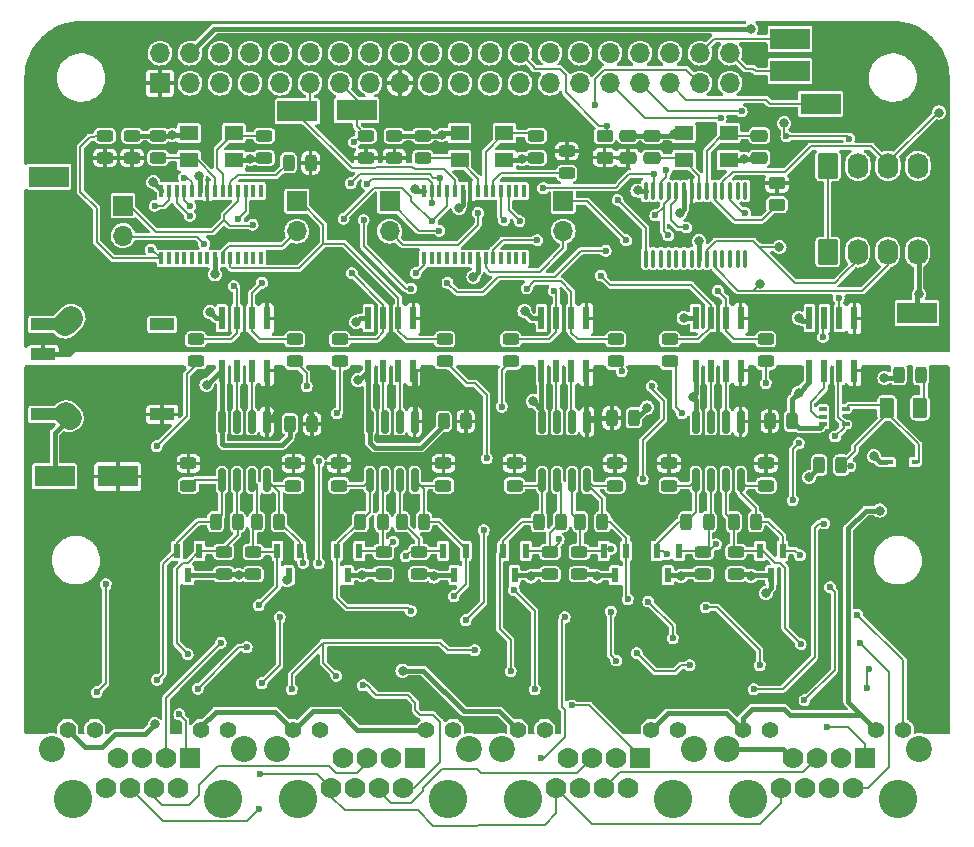
<source format=gtl>
%TF.GenerationSoftware,KiCad,Pcbnew,5.99.0-unknown-47cb7f53fd~143~ubuntu20.04.1*%
%TF.CreationDate,2021-11-23T21:15:48-08:00*%
%TF.ProjectId,acorn-serial,61636f72-6e2d-4736-9572-69616c2e6b69,rev?*%
%TF.SameCoordinates,Original*%
%TF.FileFunction,Copper,L1,Top*%
%TF.FilePolarity,Positive*%
%FSLAX46Y46*%
G04 Gerber Fmt 4.6, Leading zero omitted, Abs format (unit mm)*
G04 Created by KiCad (PCBNEW 5.99.0-unknown-47cb7f53fd~143~ubuntu20.04.1) date 2021-11-23 21:15:48*
%MOMM*%
%LPD*%
G01*
G04 APERTURE LIST*
G04 Aperture macros list*
%AMRoundRect*
0 Rectangle with rounded corners*
0 $1 Rounding radius*
0 $2 $3 $4 $5 $6 $7 $8 $9 X,Y pos of 4 corners*
0 Add a 4 corners polygon primitive as box body*
4,1,4,$2,$3,$4,$5,$6,$7,$8,$9,$2,$3,0*
0 Add four circle primitives for the rounded corners*
1,1,$1+$1,$2,$3*
1,1,$1+$1,$4,$5*
1,1,$1+$1,$6,$7*
1,1,$1+$1,$8,$9*
0 Add four rect primitives between the rounded corners*
20,1,$1+$1,$2,$3,$4,$5,0*
20,1,$1+$1,$4,$5,$6,$7,0*
20,1,$1+$1,$6,$7,$8,$9,0*
20,1,$1+$1,$8,$9,$2,$3,0*%
G04 Aperture macros list end*
%TA.AperFunction,SMDPad,CuDef*%
%ADD10RoundRect,0.243750X-0.243750X-0.456250X0.243750X-0.456250X0.243750X0.456250X-0.243750X0.456250X0*%
%TD*%
%TA.AperFunction,SMDPad,CuDef*%
%ADD11RoundRect,0.243750X0.456250X-0.243750X0.456250X0.243750X-0.456250X0.243750X-0.456250X-0.243750X0*%
%TD*%
%TA.AperFunction,ComponentPad*%
%ADD12R,1.700000X1.700000*%
%TD*%
%TA.AperFunction,ComponentPad*%
%ADD13O,1.700000X1.700000*%
%TD*%
%TA.AperFunction,SMDPad,CuDef*%
%ADD14RoundRect,0.243750X-0.456250X0.243750X-0.456250X-0.243750X0.456250X-0.243750X0.456250X0.243750X0*%
%TD*%
%TA.AperFunction,SMDPad,CuDef*%
%ADD15RoundRect,0.243750X0.243750X0.456250X-0.243750X0.456250X-0.243750X-0.456250X0.243750X-0.456250X0*%
%TD*%
%TA.AperFunction,SMDPad,CuDef*%
%ADD16R,3.400000X1.800000*%
%TD*%
%TA.AperFunction,SMDPad,CuDef*%
%ADD17R,0.584200X1.981200*%
%TD*%
%TA.AperFunction,SMDPad,CuDef*%
%ADD18R,0.600000X1.300000*%
%TD*%
%TA.AperFunction,SMDPad,CuDef*%
%ADD19RoundRect,0.150000X-0.150000X0.825000X-0.150000X-0.825000X0.150000X-0.825000X0.150000X0.825000X0*%
%TD*%
%TA.AperFunction,SMDPad,CuDef*%
%ADD20R,1.600000X1.300000*%
%TD*%
%TA.AperFunction,SMDPad,CuDef*%
%ADD21R,0.600000X0.450000*%
%TD*%
%TA.AperFunction,WasherPad*%
%ADD22C,3.251200*%
%TD*%
%TA.AperFunction,ComponentPad*%
%ADD23R,1.778000X1.778000*%
%TD*%
%TA.AperFunction,ComponentPad*%
%ADD24C,1.778000*%
%TD*%
%TA.AperFunction,ComponentPad*%
%ADD25C,1.400000*%
%TD*%
%TA.AperFunction,ComponentPad*%
%ADD26C,2.200000*%
%TD*%
%TA.AperFunction,SMDPad,CuDef*%
%ADD27R,0.400000X1.100000*%
%TD*%
%TA.AperFunction,SMDPad,CuDef*%
%ADD28RoundRect,0.250000X0.375000X0.625000X-0.375000X0.625000X-0.375000X-0.625000X0.375000X-0.625000X0*%
%TD*%
%TA.AperFunction,SMDPad,CuDef*%
%ADD29RoundRect,0.100000X-0.225000X-0.100000X0.225000X-0.100000X0.225000X0.100000X-0.225000X0.100000X0*%
%TD*%
%TA.AperFunction,SMDPad,CuDef*%
%ADD30RoundRect,0.100000X-0.100000X0.637500X-0.100000X-0.637500X0.100000X-0.637500X0.100000X0.637500X0*%
%TD*%
%TA.AperFunction,ComponentPad*%
%ADD31RoundRect,0.250000X-0.620000X-0.845000X0.620000X-0.845000X0.620000X0.845000X-0.620000X0.845000X0*%
%TD*%
%TA.AperFunction,ComponentPad*%
%ADD32O,1.740000X2.190000*%
%TD*%
%TA.AperFunction,SMDPad,CuDef*%
%ADD33RoundRect,0.250000X-0.450000X0.262500X-0.450000X-0.262500X0.450000X-0.262500X0.450000X0.262500X0*%
%TD*%
%TA.AperFunction,SMDPad,CuDef*%
%ADD34RoundRect,0.250000X0.450000X-0.262500X0.450000X0.262500X-0.450000X0.262500X-0.450000X-0.262500X0*%
%TD*%
%TA.AperFunction,SMDPad,CuDef*%
%ADD35R,2.100000X1.000000*%
%TD*%
%TA.AperFunction,SMDPad,CuDef*%
%ADD36RoundRect,0.250000X0.475000X-0.250000X0.475000X0.250000X-0.475000X0.250000X-0.475000X-0.250000X0*%
%TD*%
%TA.AperFunction,SMDPad,CuDef*%
%ADD37RoundRect,0.250000X-0.475000X0.250000X-0.475000X-0.250000X0.475000X-0.250000X0.475000X0.250000X0*%
%TD*%
%TA.AperFunction,ViaPad*%
%ADD38C,0.800000*%
%TD*%
%TA.AperFunction,ViaPad*%
%ADD39C,0.600000*%
%TD*%
%TA.AperFunction,Conductor*%
%ADD40C,0.200000*%
%TD*%
%TA.AperFunction,Conductor*%
%ADD41C,0.400000*%
%TD*%
%TA.AperFunction,Conductor*%
%ADD42C,1.000000*%
%TD*%
%TA.AperFunction,Conductor*%
%ADD43C,2.000000*%
%TD*%
G04 APERTURE END LIST*
D10*
X175962500Y-97350000D03*
X177837500Y-97350000D03*
D11*
X128053000Y-106577500D03*
X128053000Y-104702500D03*
D12*
X131750000Y-75000000D03*
D13*
X131750000Y-77540000D03*
D10*
X171800500Y-93640000D03*
X173675500Y-93640000D03*
D14*
X117800000Y-69462500D03*
X117800000Y-71337500D03*
D15*
X133037500Y-93850000D03*
X131162500Y-93850000D03*
D16*
X173500000Y-64000000D03*
X136800000Y-67300000D03*
X184250000Y-84500000D03*
D12*
X154300000Y-75000000D03*
D13*
X154300000Y-77540000D03*
D17*
X141623000Y-84930200D03*
X140353000Y-84930200D03*
X139083000Y-84930200D03*
X137813000Y-84930200D03*
X137813000Y-89349800D03*
X139083000Y-89349800D03*
X140353000Y-89349800D03*
X141623000Y-89349800D03*
D15*
X146062500Y-93640000D03*
X144187500Y-93640000D03*
D16*
X176100000Y-66750000D03*
D11*
X131463000Y-99077500D03*
X131463000Y-97202500D03*
D18*
X164118000Y-104590000D03*
X162218000Y-104590000D03*
X163168000Y-106690000D03*
D19*
X156333000Y-93665000D03*
X155063000Y-93665000D03*
X153793000Y-93665000D03*
X152523000Y-93665000D03*
X152523000Y-98615000D03*
X153793000Y-98615000D03*
X155063000Y-98615000D03*
X156333000Y-98615000D03*
D20*
X122600000Y-71550000D03*
X126400000Y-71550000D03*
X126400000Y-69250000D03*
X122600000Y-69250000D03*
D18*
X123503000Y-104590000D03*
X121603000Y-104590000D03*
X122553000Y-106690000D03*
D14*
X150178000Y-97202500D03*
X150178000Y-99077500D03*
D15*
X184587500Y-89700000D03*
X182712500Y-89700000D03*
D11*
X125553000Y-106577500D03*
X125553000Y-104702500D03*
X155678000Y-106577500D03*
X155678000Y-104702500D03*
X153178000Y-106577500D03*
X153178000Y-104702500D03*
D18*
X146038000Y-104590000D03*
X144138000Y-104590000D03*
X145088000Y-106690000D03*
X151128000Y-104590000D03*
X149228000Y-104590000D03*
X150178000Y-106690000D03*
D11*
X154600000Y-72637500D03*
X154600000Y-70762500D03*
D10*
X140630500Y-102140000D03*
X142505500Y-102140000D03*
D16*
X110750000Y-72928000D03*
D10*
X152240500Y-102140000D03*
X154115500Y-102140000D03*
D11*
X171450000Y-88577500D03*
X171450000Y-86702500D03*
D18*
X159628000Y-104590000D03*
X157728000Y-104590000D03*
X158678000Y-106690000D03*
D21*
X184050000Y-97100000D03*
X181950000Y-97100000D03*
D22*
X144544000Y-125586000D03*
X131844000Y-125586000D03*
D23*
X141749000Y-122156000D03*
D24*
X140729000Y-124696000D03*
X139719000Y-122156000D03*
X138699000Y-124696000D03*
X137689000Y-122156000D03*
X136669000Y-124696000D03*
X135659000Y-122156000D03*
X134639000Y-124696000D03*
D25*
X144989000Y-119746000D03*
X142699000Y-119746000D03*
X133689000Y-119746000D03*
X131399000Y-119746000D03*
D26*
X130064000Y-121346000D03*
X146324000Y-121346000D03*
D11*
X135382000Y-88577500D03*
X135382000Y-86702500D03*
D18*
X137038000Y-104590000D03*
X135138000Y-104590000D03*
X136088000Y-106690000D03*
D11*
X144272000Y-88567500D03*
X144272000Y-86692500D03*
X152000000Y-71337500D03*
X152000000Y-69462500D03*
X142088000Y-106577500D03*
X142088000Y-104702500D03*
X144163000Y-99077500D03*
X144163000Y-97202500D03*
D14*
X115500000Y-69462500D03*
X115500000Y-71337500D03*
D11*
X120000000Y-71337500D03*
X120000000Y-69462500D03*
D22*
X125494000Y-125586000D03*
X112794000Y-125586000D03*
D23*
X122699000Y-122156000D03*
D24*
X121679000Y-124696000D03*
X120669000Y-122156000D03*
X119649000Y-124696000D03*
X118639000Y-122156000D03*
X117619000Y-124696000D03*
X116609000Y-122156000D03*
X115589000Y-124696000D03*
D25*
X125939000Y-119746000D03*
X123649000Y-119746000D03*
X114639000Y-119746000D03*
X112349000Y-119746000D03*
D26*
X111014000Y-121346000D03*
X127274000Y-121346000D03*
D10*
X124865500Y-102140000D03*
X126740500Y-102140000D03*
X168730500Y-102140000D03*
X170605500Y-102140000D03*
D27*
X128725000Y-74150000D03*
X128075000Y-74150000D03*
X127425000Y-74150000D03*
X126775000Y-74150000D03*
X126125000Y-74150000D03*
X125475000Y-74150000D03*
X124825000Y-74150000D03*
X124175000Y-74150000D03*
X123525000Y-74150000D03*
X122875000Y-74150000D03*
X122225000Y-74150000D03*
X121575000Y-74150000D03*
X120925000Y-74150000D03*
X120275000Y-74150000D03*
X120275000Y-79850000D03*
X120925000Y-79850000D03*
X121575000Y-79850000D03*
X122225000Y-79850000D03*
X122875000Y-79850000D03*
X123525000Y-79850000D03*
X124175000Y-79850000D03*
X124825000Y-79850000D03*
X125475000Y-79850000D03*
X126125000Y-79850000D03*
X126775000Y-79850000D03*
X127425000Y-79850000D03*
X128075000Y-79850000D03*
X128725000Y-79850000D03*
D17*
X169323000Y-84930200D03*
X168053000Y-84930200D03*
X166783000Y-84930200D03*
X165513000Y-84930200D03*
X165513000Y-89349800D03*
X166783000Y-89349800D03*
X168053000Y-89349800D03*
X169323000Y-89349800D03*
D10*
X158412500Y-93350000D03*
X160287500Y-93350000D03*
X137130500Y-102140000D03*
X139005500Y-102140000D03*
D17*
X178961000Y-84930200D03*
X177691000Y-84930200D03*
X176421000Y-84930200D03*
X175151000Y-84930200D03*
X175151000Y-89349800D03*
X176421000Y-89349800D03*
X177691000Y-89349800D03*
X178961000Y-89349800D03*
D14*
X137600000Y-69462500D03*
X137600000Y-71337500D03*
D22*
X163594000Y-125586000D03*
X150894000Y-125586000D03*
D23*
X160799000Y-122156000D03*
D24*
X159779000Y-124696000D03*
X158769000Y-122156000D03*
X157749000Y-124696000D03*
X156739000Y-122156000D03*
X155719000Y-124696000D03*
X154709000Y-122156000D03*
X153689000Y-124696000D03*
D25*
X164039000Y-119746000D03*
X161749000Y-119746000D03*
X152739000Y-119746000D03*
X150449000Y-119746000D03*
D26*
X149114000Y-121346000D03*
X165374000Y-121346000D03*
D19*
X129208000Y-93665000D03*
X127938000Y-93665000D03*
X126668000Y-93665000D03*
X125398000Y-93665000D03*
X125398000Y-98615000D03*
X126668000Y-98615000D03*
X127938000Y-98615000D03*
X129208000Y-98615000D03*
D18*
X132003000Y-104590000D03*
X130103000Y-104590000D03*
X131053000Y-106690000D03*
D17*
X156263000Y-84930200D03*
X154993000Y-84930200D03*
X153723000Y-84930200D03*
X152453000Y-84930200D03*
X152453000Y-89349800D03*
X153723000Y-89349800D03*
X154993000Y-89349800D03*
X156263000Y-89349800D03*
D11*
X142396000Y-71337500D03*
X142396000Y-69462500D03*
D10*
X155740500Y-102140000D03*
X157615500Y-102140000D03*
D11*
X129000000Y-71337500D03*
X129000000Y-69462500D03*
D10*
X164730500Y-102140000D03*
X166605500Y-102140000D03*
X128365500Y-102140000D03*
X130240500Y-102140000D03*
D12*
X117031000Y-75382000D03*
D13*
X117031000Y-77922000D03*
D12*
X139600000Y-75000000D03*
D13*
X139600000Y-77540000D03*
D20*
X145522000Y-71550000D03*
X149322000Y-71550000D03*
X149322000Y-69250000D03*
X145522000Y-69250000D03*
D14*
X122573000Y-97202500D03*
X122573000Y-99077500D03*
D11*
X158750000Y-88577500D03*
X158750000Y-86702500D03*
D10*
X131046500Y-71752000D03*
X132921500Y-71752000D03*
D14*
X163268000Y-97202500D03*
X163268000Y-99077500D03*
D11*
X149860000Y-88577500D03*
X149860000Y-86702500D03*
D14*
X140000000Y-69462500D03*
X140000000Y-71337500D03*
D28*
X184500000Y-92500000D03*
X181700000Y-92500000D03*
D17*
X129208000Y-84930200D03*
X127938000Y-84930200D03*
X126668000Y-84930200D03*
X125398000Y-84930200D03*
X125398000Y-89349800D03*
X126668000Y-89349800D03*
X127938000Y-89349800D03*
X129208000Y-89349800D03*
D22*
X169944000Y-125586000D03*
X182644000Y-125586000D03*
D23*
X179849000Y-122156000D03*
D24*
X178829000Y-124696000D03*
X177819000Y-122156000D03*
X176799000Y-124696000D03*
X175789000Y-122156000D03*
X174769000Y-124696000D03*
X173759000Y-122156000D03*
X172739000Y-124696000D03*
D25*
X183089000Y-119746000D03*
X180799000Y-119746000D03*
X171789000Y-119746000D03*
X169499000Y-119746000D03*
D26*
X168164000Y-121346000D03*
X184424000Y-121346000D03*
D27*
X150975000Y-74150000D03*
X150325000Y-74150000D03*
X149675000Y-74150000D03*
X149025000Y-74150000D03*
X148375000Y-74150000D03*
X147725000Y-74150000D03*
X147075000Y-74150000D03*
X146425000Y-74150000D03*
X145775000Y-74150000D03*
X145125000Y-74150000D03*
X144475000Y-74150000D03*
X143825000Y-74150000D03*
X143175000Y-74150000D03*
X142525000Y-74150000D03*
X142525000Y-79850000D03*
X143175000Y-79850000D03*
X143825000Y-79850000D03*
X144475000Y-79850000D03*
X145125000Y-79850000D03*
X145775000Y-79850000D03*
X146425000Y-79850000D03*
X147075000Y-79850000D03*
X147725000Y-79850000D03*
X148375000Y-79850000D03*
X149025000Y-79850000D03*
X149675000Y-79850000D03*
X150325000Y-79850000D03*
X150975000Y-79850000D03*
D18*
X172868000Y-104590000D03*
X170968000Y-104590000D03*
X171918000Y-106690000D03*
D16*
X131800000Y-67400000D03*
D11*
X131572000Y-88577500D03*
X131572000Y-86702500D03*
X171468000Y-99077500D03*
X171468000Y-97202500D03*
D16*
X173500000Y-61250000D03*
D11*
X166168000Y-106577500D03*
X166168000Y-104702500D03*
X168918000Y-106577500D03*
X168918000Y-104702500D03*
X123190000Y-88567500D03*
X123190000Y-86692500D03*
D14*
X135318000Y-97202500D03*
X135318000Y-99077500D03*
D19*
X141723000Y-93665000D03*
X140453000Y-93665000D03*
X139183000Y-93665000D03*
X137913000Y-93665000D03*
X137913000Y-98615000D03*
X139183000Y-98615000D03*
X140453000Y-98615000D03*
X141723000Y-98615000D03*
D11*
X158678000Y-99077500D03*
X158678000Y-97202500D03*
X163322000Y-88577500D03*
X163322000Y-86702500D03*
D19*
X169323000Y-93665000D03*
X168053000Y-93665000D03*
X166783000Y-93665000D03*
X165513000Y-93665000D03*
X165513000Y-98615000D03*
X166783000Y-98615000D03*
X168053000Y-98615000D03*
X169323000Y-98615000D03*
D11*
X139088000Y-106577500D03*
X139088000Y-104702500D03*
D29*
X176300000Y-92600000D03*
X176300000Y-93250000D03*
X176300000Y-93900000D03*
X178200000Y-93900000D03*
X178200000Y-92600000D03*
D30*
X169725000Y-74137500D03*
X169075000Y-74137500D03*
X168425000Y-74137500D03*
X167775000Y-74137500D03*
X167125000Y-74137500D03*
X166475000Y-74137500D03*
X165825000Y-74137500D03*
X165175000Y-74137500D03*
X164525000Y-74137500D03*
X163875000Y-74137500D03*
X163225000Y-74137500D03*
X162575000Y-74137500D03*
X161925000Y-74137500D03*
X161275000Y-74137500D03*
X161275000Y-79862500D03*
X161925000Y-79862500D03*
X162575000Y-79862500D03*
X163225000Y-79862500D03*
X163875000Y-79862500D03*
X164525000Y-79862500D03*
X165175000Y-79862500D03*
X165825000Y-79862500D03*
X166475000Y-79862500D03*
X167125000Y-79862500D03*
X167775000Y-79862500D03*
X168425000Y-79862500D03*
X169075000Y-79862500D03*
X169725000Y-79862500D03*
D31*
X176690000Y-79320000D03*
D32*
X179230000Y-79320000D03*
X181770000Y-79320000D03*
X184310000Y-79320000D03*
D16*
X116586000Y-98312000D03*
D33*
X157800000Y-69487500D03*
X157800000Y-71312500D03*
D34*
X172400000Y-75312500D03*
X172400000Y-73487500D03*
D31*
X176710000Y-72020000D03*
D32*
X179250000Y-72020000D03*
X181790000Y-72020000D03*
X184330000Y-72020000D03*
D35*
X110250000Y-85440000D03*
X110250000Y-87980000D03*
X110250000Y-93060000D03*
X120350000Y-93060000D03*
X120350000Y-85440000D03*
D16*
X111236000Y-98312000D03*
D36*
X161850000Y-71350000D03*
X161850000Y-69450000D03*
X170900000Y-71350000D03*
X170900000Y-69450000D03*
D37*
X159800000Y-69450000D03*
X159800000Y-71350000D03*
D20*
X164500000Y-71550000D03*
X168300000Y-71550000D03*
X168300000Y-69250000D03*
X164500000Y-69250000D03*
D12*
X120160000Y-65006000D03*
D13*
X120160000Y-62466000D03*
X122700000Y-65006000D03*
X122700000Y-62466000D03*
X125240000Y-65006000D03*
X125240000Y-62466000D03*
X127780000Y-65006000D03*
X127780000Y-62466000D03*
X130320000Y-65006000D03*
X130320000Y-62466000D03*
X132860000Y-65006000D03*
X132860000Y-62466000D03*
X135400000Y-65006000D03*
X135400000Y-62466000D03*
X137940000Y-65006000D03*
X137940000Y-62466000D03*
X140480000Y-65006000D03*
X140480000Y-62466000D03*
X143020000Y-65006000D03*
X143020000Y-62466000D03*
X145560000Y-65006000D03*
X145560000Y-62466000D03*
X148100000Y-65006000D03*
X148100000Y-62466000D03*
X150640000Y-65006000D03*
X150640000Y-62466000D03*
X153180000Y-65006000D03*
X153180000Y-62466000D03*
X155720000Y-65006000D03*
X155720000Y-62466000D03*
X158260000Y-65006000D03*
X158260000Y-62466000D03*
X160800000Y-65006000D03*
X160800000Y-62466000D03*
X163340000Y-65006000D03*
X163340000Y-62466000D03*
X165880000Y-65006000D03*
X165880000Y-62466000D03*
X168420000Y-65006000D03*
X168420000Y-62466000D03*
D38*
X127800000Y-71400000D03*
D39*
X112611000Y-84939000D03*
X112268000Y-84342000D03*
D38*
X124400000Y-84400000D03*
X141740212Y-73949470D03*
X165800000Y-78400000D03*
X174250000Y-84900000D03*
X150800000Y-71400000D03*
X146700000Y-81400000D03*
D39*
X112020000Y-73436000D03*
D38*
X121200000Y-69400000D03*
X151025000Y-84325000D03*
X164200500Y-76000000D03*
X160600000Y-74100000D03*
X123455378Y-72855378D03*
D39*
X113284000Y-85104000D03*
D38*
X184400000Y-82900000D03*
X144000000Y-69400000D03*
X169600000Y-71400000D03*
X164500000Y-84875000D03*
X145500000Y-75600000D03*
X119600000Y-73400000D03*
X124800000Y-81200000D03*
X163699500Y-69352750D03*
X136775000Y-85225000D03*
X140700000Y-114750000D03*
X119725000Y-119300000D03*
X174200000Y-74200000D03*
X183325000Y-87175000D03*
X113100000Y-87300000D03*
X181100000Y-101200000D03*
D39*
X144500000Y-81900000D03*
X143200000Y-76700000D03*
X157900000Y-79200000D03*
X122700000Y-75400000D03*
X163200000Y-77900000D03*
X162100000Y-76200000D03*
X135700000Y-76500000D03*
X122701498Y-76249320D03*
X163000000Y-72400000D03*
X136300000Y-73500000D03*
X143900000Y-73000000D03*
X119700000Y-75400000D03*
X141400000Y-82400000D03*
X137676089Y-73576089D03*
X152600000Y-73900000D03*
X143200000Y-75200000D03*
X162000000Y-72700000D03*
X137400000Y-76600000D03*
X122500000Y-113375000D03*
X136600000Y-70000000D03*
X141800000Y-81100000D03*
X119400000Y-79100000D03*
X157000000Y-66900000D03*
X119925000Y-115525000D03*
X121800000Y-118450000D03*
X150600000Y-76700000D03*
X147100000Y-76000000D03*
X153500000Y-82600000D03*
X143799500Y-77500000D03*
X151200000Y-82400000D03*
X149300000Y-76600000D03*
X152100000Y-78300000D03*
X159623911Y-78323911D03*
X167400000Y-82600000D03*
X157500000Y-81300000D03*
X139925000Y-103850000D03*
X137350000Y-116000000D03*
X126800000Y-76499500D03*
X126400000Y-82200000D03*
X123900000Y-78600000D03*
X128800000Y-81900000D03*
X128000000Y-77000000D03*
X136400000Y-81100000D03*
X141400000Y-109700000D03*
X152400000Y-122174000D03*
X154432000Y-110236000D03*
X153924000Y-103632000D03*
X155025000Y-117700000D03*
X149860000Y-114808000D03*
X167225000Y-104050000D03*
X179400000Y-112400000D03*
X163068000Y-104902000D03*
X176650000Y-119550000D03*
X132300000Y-105625000D03*
X128575000Y-126475000D03*
X125300000Y-112400000D03*
X128524000Y-109220000D03*
X145034000Y-108458000D03*
X140975000Y-105075000D03*
X159766000Y-108712000D03*
X158800000Y-113900000D03*
X158325000Y-109750000D03*
X158375000Y-104450000D03*
X176900000Y-107700000D03*
X174338589Y-104986411D03*
X174725000Y-117250000D03*
X174400000Y-112500000D03*
X132588000Y-90678000D03*
X130302000Y-110236000D03*
X128778000Y-115824000D03*
X114808000Y-116586000D03*
X115570000Y-107442000D03*
X119888000Y-95758000D03*
X180025000Y-116200000D03*
X180200000Y-114600000D03*
X178625000Y-97450000D03*
X123350000Y-116275000D03*
X146812000Y-113030000D03*
X131318000Y-116332000D03*
X165000000Y-114300000D03*
X160528000Y-113284000D03*
X127508000Y-112776000D03*
X135100000Y-115200000D03*
X177325000Y-94925000D03*
X128625000Y-123500000D03*
X176400000Y-102300000D03*
X170434000Y-116332000D03*
X147574000Y-102870000D03*
X147828000Y-96774000D03*
X146050000Y-110490000D03*
X133604000Y-97028000D03*
X135128000Y-92964000D03*
X133604000Y-105664000D03*
X163576000Y-112014000D03*
X161500000Y-108900000D03*
X161036000Y-98552000D03*
X159258000Y-89408000D03*
X161798000Y-90678000D03*
X151892000Y-116332000D03*
X150114000Y-107950000D03*
X149098000Y-92400000D03*
X173736000Y-100330000D03*
X179200000Y-110000000D03*
X171450000Y-90424000D03*
X174244000Y-95504000D03*
X170942000Y-114300000D03*
X164338000Y-92964000D03*
X166370000Y-109400000D03*
X112014000Y-93740000D03*
D38*
X170200000Y-106725000D03*
D39*
X113030000Y-93232000D03*
D38*
X157125000Y-106775000D03*
X171450000Y-108204000D03*
X164275000Y-106750000D03*
X130900000Y-107075000D03*
X143350000Y-106775000D03*
X136906000Y-90170000D03*
X165250000Y-91550000D03*
X174225000Y-91225000D03*
X124100000Y-90550000D03*
X137275000Y-106650000D03*
X126825000Y-106650000D03*
X161400000Y-92475000D03*
X151550000Y-106775000D03*
X181500000Y-89975000D03*
X180600000Y-96600000D03*
X175125000Y-98375000D03*
X151725000Y-91950000D03*
D39*
X112268000Y-92724000D03*
X169400000Y-67400000D03*
X177629003Y-83199500D03*
X167629011Y-68000000D03*
X176300000Y-86500000D03*
X122200000Y-73000000D03*
D38*
X170200000Y-60400000D03*
D39*
X158000000Y-68600000D03*
X158900000Y-74900500D03*
X164726089Y-77226089D03*
D38*
X113792000Y-111760000D03*
X173000000Y-68400000D03*
D39*
X169700000Y-76000000D03*
X173200000Y-69500000D03*
X178500000Y-69700000D03*
D38*
X186100000Y-67500000D03*
X172600000Y-78900000D03*
X171000000Y-82000000D03*
D40*
X168300000Y-69250000D02*
X167950000Y-69250000D01*
X170900000Y-69450000D02*
X168500000Y-69450000D01*
X168500000Y-69450000D02*
X168300000Y-69250000D01*
X167950000Y-69250000D02*
X166475000Y-70725000D01*
X166475000Y-70725000D02*
X166475000Y-74137500D01*
D41*
X149322000Y-71550000D02*
X150650000Y-71550000D01*
X143937500Y-69462500D02*
X144000000Y-69400000D01*
X120275000Y-74075000D02*
X119600000Y-73400000D01*
X145775000Y-74150000D02*
X145775000Y-75325000D01*
X170850000Y-71400000D02*
X170900000Y-71350000D01*
X169600000Y-71400000D02*
X170850000Y-71400000D01*
X151630200Y-84930200D02*
X151025000Y-84325000D01*
X142525000Y-74150000D02*
X141940742Y-74150000D01*
X122450000Y-69400000D02*
X122600000Y-69250000D01*
X147075000Y-81025000D02*
X146700000Y-81400000D01*
D42*
X110250000Y-85440000D02*
X112110000Y-85440000D01*
D41*
X160637500Y-74137500D02*
X160600000Y-74100000D01*
X159800000Y-69450000D02*
X161850000Y-69450000D01*
X168300000Y-71550000D02*
X169450000Y-71550000D01*
X124930200Y-84930200D02*
X124400000Y-84400000D01*
X141940742Y-74150000D02*
X141740212Y-73949470D01*
X121200000Y-69400000D02*
X122450000Y-69400000D01*
X175151000Y-85148200D02*
X174498200Y-85148200D01*
X137813000Y-84930200D02*
X137069800Y-84930200D01*
X150650000Y-71550000D02*
X150800000Y-71400000D01*
X140000000Y-69462500D02*
X142396000Y-69462500D01*
X145522000Y-69250000D02*
X144150000Y-69250000D01*
X184250000Y-83050000D02*
X184400000Y-82900000D01*
X165825000Y-79862500D02*
X165825000Y-78425000D01*
X145775000Y-75325000D02*
X145500000Y-75600000D01*
X169450000Y-71550000D02*
X169600000Y-71400000D01*
X150862500Y-71337500D02*
X150800000Y-71400000D01*
X163802250Y-69250000D02*
X163699500Y-69352750D01*
X164500000Y-69250000D02*
X163802250Y-69250000D01*
X128937500Y-71400000D02*
X129000000Y-71337500D01*
X164555200Y-84930200D02*
X164500000Y-84875000D01*
X123525000Y-72925000D02*
X123455378Y-72855378D01*
X164525000Y-75675500D02*
X164200500Y-76000000D01*
X174498200Y-85148200D02*
X174250000Y-84900000D01*
X127650000Y-71550000D02*
X127800000Y-71400000D01*
X120000000Y-69462500D02*
X121137500Y-69462500D01*
X120000000Y-69462500D02*
X117800000Y-69462500D01*
X161275000Y-74137500D02*
X160637500Y-74137500D01*
X152453000Y-84930200D02*
X151630200Y-84930200D01*
D43*
X112110000Y-85440000D02*
X112611000Y-84939000D01*
D41*
X164525000Y-74137500D02*
X164525000Y-75675500D01*
X121137500Y-69462500D02*
X121200000Y-69400000D01*
X161850000Y-69450000D02*
X163602250Y-69450000D01*
X184400000Y-82900000D02*
X184400000Y-79110000D01*
X137069800Y-84930200D02*
X136775000Y-85225000D01*
X127800000Y-71400000D02*
X128937500Y-71400000D01*
X184250000Y-84500000D02*
X184250000Y-83050000D01*
X165825000Y-78425000D02*
X165800000Y-78400000D01*
X144150000Y-69250000D02*
X144000000Y-69400000D01*
X142396000Y-69462500D02*
X143937500Y-69462500D01*
X124825000Y-79850000D02*
X124825000Y-81175000D01*
X123525000Y-74150000D02*
X123525000Y-72925000D01*
X125398000Y-84930200D02*
X124930200Y-84930200D01*
X124825000Y-81175000D02*
X124800000Y-81200000D01*
X126400000Y-71550000D02*
X127650000Y-71550000D01*
X152000000Y-71337500D02*
X150862500Y-71337500D01*
X163602250Y-69450000D02*
X163699500Y-69352750D01*
X147075000Y-79850000D02*
X147075000Y-81025000D01*
X165513000Y-84930200D02*
X164555200Y-84930200D01*
D43*
X112611000Y-84939000D02*
X112650000Y-84900000D01*
D41*
X120275000Y-74150000D02*
X120275000Y-74075000D01*
D40*
X165825000Y-72875000D02*
X165825000Y-74137500D01*
X164500000Y-71550000D02*
X165825000Y-72875000D01*
X164300000Y-71350000D02*
X164500000Y-71550000D01*
X161850000Y-71350000D02*
X164300000Y-71350000D01*
D41*
X129878000Y-118225000D02*
X131399000Y-119746000D01*
X169499000Y-118776000D02*
X170275000Y-118000000D01*
X178425000Y-117372000D02*
X178425000Y-102675000D01*
X124875000Y-118225000D02*
X129878000Y-118225000D01*
X168117000Y-118364000D02*
X169499000Y-119746000D01*
X180799000Y-119746000D02*
X178425000Y-117372000D01*
X110250000Y-87980000D02*
X112420000Y-87980000D01*
X179553000Y-118500000D02*
X180799000Y-119746000D01*
X173025000Y-118000000D02*
X173525000Y-118500000D01*
X161749000Y-119746000D02*
X163131000Y-118364000D01*
X178425000Y-102675000D02*
X179900000Y-101200000D01*
X133075000Y-118200000D02*
X131529000Y-119746000D01*
X119725000Y-119300000D02*
X118900000Y-120125000D01*
X145900000Y-118200000D02*
X148903000Y-118200000D01*
X123649000Y-119746000D02*
X123649000Y-119451000D01*
X163131000Y-118364000D02*
X168117000Y-118364000D01*
X142699000Y-119746000D02*
X136846000Y-119746000D01*
X131529000Y-119746000D02*
X131399000Y-119746000D01*
X118900000Y-120125000D02*
X116375000Y-120125000D01*
X113828000Y-121225000D02*
X112349000Y-119746000D01*
X123649000Y-119451000D02*
X124875000Y-118225000D01*
X142450000Y-114750000D02*
X145900000Y-118200000D01*
X136846000Y-119746000D02*
X135300000Y-118200000D01*
X170275000Y-118000000D02*
X173025000Y-118000000D01*
X179900000Y-101200000D02*
X181100000Y-101200000D01*
X116375000Y-120125000D02*
X115275000Y-121225000D01*
X115275000Y-121225000D02*
X113828000Y-121225000D01*
X173525000Y-118500000D02*
X179553000Y-118500000D01*
X148903000Y-118200000D02*
X150449000Y-119746000D01*
X112420000Y-87980000D02*
X113100000Y-87300000D01*
X140700000Y-114750000D02*
X142450000Y-114750000D01*
X169499000Y-119746000D02*
X169499000Y-118776000D01*
X135300000Y-118200000D02*
X133075000Y-118200000D01*
D40*
X151787500Y-69250000D02*
X152000000Y-69462500D01*
X149322000Y-69250000D02*
X147725000Y-70847000D01*
X149322000Y-69250000D02*
X151787500Y-69250000D01*
X147725000Y-70847000D02*
X147725000Y-74150000D01*
X167096000Y-61250000D02*
X173500000Y-61250000D01*
X144475000Y-74150000D02*
X144475000Y-75425000D01*
X148800000Y-81400000D02*
X153600000Y-81400000D01*
X140651986Y-73850489D02*
X141450468Y-74648971D01*
X122700000Y-75400000D02*
X122225000Y-74925000D01*
X155800000Y-79200000D02*
X157900000Y-79200000D01*
X144500000Y-81900000D02*
X145300000Y-82700000D01*
X162800000Y-75500000D02*
X162100000Y-76200000D01*
X144475000Y-75425000D02*
X143200000Y-76700000D01*
X162800000Y-75217778D02*
X162800000Y-75500000D01*
X153600000Y-81400000D02*
X155800000Y-79200000D01*
X138249511Y-73850489D02*
X140651986Y-73850489D01*
X135700000Y-76400000D02*
X138249511Y-73850489D01*
X122225000Y-74925000D02*
X122225000Y-74150000D01*
X162800000Y-77500000D02*
X162800000Y-75217778D01*
X163225000Y-74792778D02*
X163225000Y-74137500D01*
X165880000Y-62466000D02*
X167096000Y-61250000D01*
X135700000Y-76500000D02*
X135700000Y-76400000D01*
X147500000Y-82700000D02*
X148800000Y-81400000D01*
X141450468Y-74648971D02*
X141450468Y-74950468D01*
X141450468Y-74950468D02*
X143200000Y-76700000D01*
X162800000Y-75217778D02*
X163225000Y-74792778D01*
X163200000Y-77900000D02*
X162800000Y-77500000D01*
X145300000Y-82700000D02*
X147500000Y-82700000D01*
X143900000Y-73000000D02*
X143900000Y-74075000D01*
X143900000Y-73000000D02*
X143289016Y-73000000D01*
X163000000Y-72400000D02*
X163000000Y-72975001D01*
X143900000Y-74075000D02*
X143825000Y-74150000D01*
X121575000Y-75122822D02*
X122701498Y-76249320D01*
X143289016Y-73000000D02*
X142989016Y-72700000D01*
X171439655Y-66400000D02*
X164734000Y-66400000D01*
X121575000Y-74150000D02*
X121575000Y-75122822D01*
X164734000Y-66400000D02*
X163340000Y-65006000D01*
X142989016Y-72700000D02*
X137100000Y-72700000D01*
X163000000Y-72975001D02*
X162575000Y-73400001D01*
X162575000Y-73400001D02*
X162575000Y-74137500D01*
X137100000Y-72700000D02*
X136300000Y-73500000D01*
X176250000Y-66750000D02*
X171789655Y-66750000D01*
X171789655Y-66750000D02*
X171439655Y-66400000D01*
X143200000Y-74175000D02*
X143175000Y-74150000D01*
X162000000Y-72700000D02*
X159900000Y-72700000D01*
X158749511Y-73850489D02*
X152649511Y-73850489D01*
X159900000Y-72700000D02*
X159200000Y-73400000D01*
X162000000Y-72700000D02*
X162000000Y-74062500D01*
X120925000Y-74150000D02*
X120925000Y-74900000D01*
X152649511Y-73850489D02*
X152600000Y-73900000D01*
X138152178Y-73100000D02*
X137676089Y-73576089D01*
X159200000Y-73400000D02*
X158749511Y-73850489D01*
X137400000Y-78800000D02*
X141000000Y-82400000D01*
X143200000Y-75200000D02*
X143200000Y-74175000D01*
X162000000Y-74062500D02*
X161925000Y-74137500D01*
X143175000Y-74150000D02*
X143175000Y-73450978D01*
X143175000Y-73450978D02*
X142824022Y-73100000D01*
X120425000Y-75400000D02*
X119700000Y-75400000D01*
X168420000Y-62466000D02*
X169754000Y-63800000D01*
X170400000Y-63800000D02*
X170600000Y-64000000D01*
X141000000Y-82400000D02*
X141400000Y-82400000D01*
X137400000Y-76600000D02*
X137400000Y-78800000D01*
X170600000Y-64000000D02*
X173500000Y-64000000D01*
X142824022Y-73100000D02*
X138152178Y-73100000D01*
X169754000Y-63800000D02*
X170400000Y-63800000D01*
X120925000Y-74900000D02*
X120425000Y-75400000D01*
X138505019Y-72100979D02*
X139288425Y-72100979D01*
X141730476Y-72300489D02*
X144200490Y-72300490D01*
X139311966Y-72124520D02*
X140688034Y-72124520D01*
X144200490Y-72300490D02*
X145125000Y-73225000D01*
X132860000Y-66540000D02*
X131800000Y-67600000D01*
X140711575Y-72100979D02*
X141530966Y-72100979D01*
X139288425Y-72100979D02*
X139311966Y-72124520D01*
X131800000Y-67600000D02*
X136400979Y-72200979D01*
X141530966Y-72100979D02*
X141730476Y-72300489D01*
X140688034Y-72124520D02*
X140711575Y-72100979D01*
X132860000Y-65006000D02*
X132860000Y-66540000D01*
X138405018Y-72200979D02*
X138505019Y-72100979D01*
X145125000Y-73225000D02*
X145125000Y-74150000D01*
X136400979Y-72200979D02*
X138405018Y-72200979D01*
X122150000Y-105600000D02*
X121575000Y-106175000D01*
X125553000Y-104702500D02*
X125553000Y-104422000D01*
X121575000Y-112450000D02*
X122500000Y-113375000D01*
X126668000Y-102067500D02*
X126740500Y-102140000D01*
X122493000Y-105600000D02*
X122150000Y-105600000D01*
X125440500Y-104590000D02*
X125553000Y-104702500D01*
X123503000Y-104590000D02*
X122493000Y-105600000D01*
X121575000Y-106275000D02*
X121575000Y-112450000D01*
X123503000Y-104590000D02*
X125440500Y-104590000D01*
X121575000Y-106175000D02*
X121575000Y-106275000D01*
X126668000Y-98615000D02*
X126668000Y-102067500D01*
X126740500Y-103234500D02*
X126740500Y-102140000D01*
X125553000Y-104422000D02*
X126740500Y-103234500D01*
X142525000Y-79850000D02*
X142525000Y-80375000D01*
X136800000Y-68662500D02*
X137600000Y-69462500D01*
X135400000Y-65006000D02*
X136800000Y-66406000D01*
X137137500Y-69462500D02*
X136600000Y-70000000D01*
X136800000Y-67600000D02*
X136800000Y-68662500D01*
X136800000Y-66406000D02*
X136800000Y-67600000D01*
X137600000Y-69462500D02*
X137137500Y-69462500D01*
X142525000Y-80375000D02*
X141800000Y-81100000D01*
X113400000Y-70400000D02*
X114200000Y-69600000D01*
X113400000Y-74200000D02*
X113400000Y-70400000D01*
X114600000Y-69600000D02*
X114737500Y-69462500D01*
X165880000Y-65006000D02*
X164730489Y-63856489D01*
X164730489Y-63856489D02*
X157783856Y-63856489D01*
X116150000Y-79850000D02*
X114800000Y-78500000D01*
X157000000Y-64640345D02*
X157000000Y-66900000D01*
X114800000Y-75600000D02*
X113400000Y-74200000D01*
X114800000Y-78400000D02*
X114800000Y-75600000D01*
X120275000Y-79850000D02*
X116150000Y-79850000D01*
X114800000Y-78500000D02*
X114800000Y-78400000D01*
X119525000Y-79100000D02*
X120275000Y-79850000D01*
X157783856Y-63856489D02*
X157000000Y-64640345D01*
X119400000Y-79100000D02*
X119525000Y-79100000D01*
X114737500Y-69462500D02*
X115500000Y-69462500D01*
X114200000Y-69600000D02*
X114600000Y-69600000D01*
X145309500Y-71337500D02*
X145522000Y-71550000D01*
X145522000Y-71550000D02*
X147075000Y-73103000D01*
X142396000Y-71337500D02*
X145309500Y-71337500D01*
X147075000Y-73103000D02*
X147075000Y-74150000D01*
X125000000Y-70650000D02*
X125000000Y-72200000D01*
X125475000Y-72675000D02*
X125475000Y-74150000D01*
X125000000Y-72200000D02*
X125475000Y-72675000D01*
X129000000Y-69462500D02*
X126612500Y-69462500D01*
X126612500Y-69462500D02*
X126400000Y-69250000D01*
X126400000Y-69250000D02*
X125000000Y-70650000D01*
X124825000Y-73025000D02*
X124825000Y-74150000D01*
X122387500Y-71337500D02*
X122600000Y-71550000D01*
X120000000Y-71337500D02*
X122387500Y-71337500D01*
X123350000Y-71550000D02*
X124825000Y-73025000D01*
X122600000Y-71550000D02*
X123350000Y-71550000D01*
X121800000Y-118450000D02*
X122325000Y-118975000D01*
X122325000Y-118975000D02*
X122325000Y-121782000D01*
X121603000Y-104590000D02*
X121560000Y-104590000D01*
X125398000Y-101607500D02*
X125398000Y-98615000D01*
X123385000Y-102140000D02*
X121603000Y-103922000D01*
X123035500Y-98615000D02*
X122573000Y-99077500D01*
X121603000Y-103922000D02*
X121603000Y-104590000D01*
X120450000Y-105700000D02*
X120450000Y-115000000D01*
X121560000Y-104590000D02*
X120450000Y-105700000D01*
X124865500Y-102140000D02*
X125398000Y-101607500D01*
X120450000Y-115000000D02*
X119925000Y-115525000D01*
X125398000Y-98615000D02*
X123035500Y-98615000D01*
X124865500Y-102140000D02*
X123385000Y-102140000D01*
X122325000Y-121782000D02*
X122699000Y-122156000D01*
X139600000Y-77540000D02*
X140759501Y-78699501D01*
X149675000Y-74150000D02*
X149675000Y-75775000D01*
X153723000Y-84930200D02*
X153723000Y-86053000D01*
X153500000Y-82600000D02*
X153723000Y-82823000D01*
X153073500Y-86702500D02*
X149860000Y-86702500D01*
X145400499Y-78699501D02*
X147100000Y-77000000D01*
X140759501Y-78699501D02*
X145400499Y-78699501D01*
X147100000Y-77000000D02*
X147100000Y-76000000D01*
X149675000Y-75775000D02*
X150600000Y-76700000D01*
X153723000Y-82823000D02*
X153723000Y-84930200D01*
X153723000Y-86053000D02*
X153073500Y-86702500D01*
X155536500Y-86702500D02*
X158750000Y-86702500D01*
X154993000Y-82693000D02*
X154993000Y-84930200D01*
X149025000Y-74150000D02*
X149025000Y-76325000D01*
X151800000Y-81800000D02*
X154100000Y-81800000D01*
X151200000Y-82400000D02*
X151800000Y-81800000D01*
X154993000Y-84930200D02*
X154993000Y-86159000D01*
X142100000Y-77500000D02*
X143799500Y-77500000D01*
X154993000Y-86159000D02*
X155536500Y-86702500D01*
X149025000Y-76325000D02*
X149300000Y-76600000D01*
X139600000Y-75000000D02*
X142100000Y-77500000D01*
X154100000Y-81800000D02*
X154993000Y-82693000D01*
X148375000Y-79100000D02*
X149175000Y-78300000D01*
X171450000Y-86702500D02*
X168744500Y-86702500D01*
X168075000Y-83225000D02*
X168075000Y-84908200D01*
X168025000Y-83225000D02*
X167400000Y-82600000D01*
X149175000Y-78300000D02*
X152100000Y-78300000D01*
X168075000Y-83225000D02*
X168025000Y-83225000D01*
X168075000Y-84908200D02*
X168053000Y-84930200D01*
X156300000Y-75000000D02*
X159623911Y-78323911D01*
X168744500Y-86702500D02*
X168053000Y-86011000D01*
X154300000Y-75000000D02*
X156300000Y-75000000D01*
X168053000Y-86011000D02*
X168053000Y-84930200D01*
X148375000Y-79850000D02*
X148375000Y-79100000D01*
X154300000Y-79000000D02*
X154300000Y-77540000D01*
X163322000Y-86702500D02*
X165709200Y-86702500D01*
X147725000Y-80600000D02*
X148125000Y-81000000D01*
X158300000Y-82100000D02*
X157500000Y-81300000D01*
X165709200Y-86702500D02*
X166783000Y-85628700D01*
X166783000Y-83758000D02*
X165125000Y-82100000D01*
X160400000Y-82100000D02*
X158300000Y-82100000D01*
X166783000Y-85628700D02*
X166783000Y-84930200D01*
X147725000Y-79850000D02*
X147725000Y-80600000D01*
X148125000Y-81000000D02*
X152300000Y-81000000D01*
X166783000Y-83758000D02*
X166783000Y-84930200D01*
X165125000Y-82100000D02*
X160400000Y-82100000D01*
X152300000Y-81000000D02*
X154300000Y-79000000D01*
X143875000Y-122525000D02*
X141704000Y-124696000D01*
X137650000Y-116000000D02*
X137350000Y-116000000D01*
X139575000Y-116825000D02*
X138475000Y-116825000D01*
X141704000Y-124696000D02*
X140729000Y-124696000D01*
X139575000Y-116825000D02*
X141150000Y-116825000D01*
X139183000Y-98615000D02*
X139005500Y-98792500D01*
X143300000Y-118500000D02*
X143875000Y-119075000D01*
X142200000Y-118500000D02*
X143300000Y-118500000D01*
X139005500Y-104620000D02*
X139005500Y-102140000D01*
X141775000Y-117450000D02*
X141775000Y-118075000D01*
X138975500Y-104590000D02*
X137038000Y-104590000D01*
X141150000Y-116825000D02*
X141775000Y-117450000D01*
X139088000Y-104702500D02*
X139005500Y-104620000D01*
X139088000Y-104687000D02*
X139925000Y-103850000D01*
X139005500Y-98792500D02*
X139005500Y-102140000D01*
X139088000Y-104702500D02*
X138975500Y-104590000D01*
X139088000Y-104702500D02*
X139088000Y-104687000D01*
X143875000Y-119075000D02*
X143875000Y-122525000D01*
X141775000Y-118075000D02*
X142200000Y-118500000D01*
X138475000Y-116825000D02*
X137650000Y-116000000D01*
X127425000Y-74150000D02*
X127425000Y-75874500D01*
X126159500Y-86692500D02*
X126668000Y-86184000D01*
X117031000Y-77922000D02*
X117108511Y-77999511D01*
X127425000Y-75874500D02*
X126800000Y-76499500D01*
X126668000Y-84930200D02*
X126668000Y-82468000D01*
X117108511Y-77999511D02*
X123299511Y-77999511D01*
X123299511Y-77999511D02*
X123900000Y-78600000D01*
X126668000Y-86184000D02*
X126668000Y-84930200D01*
X126668000Y-82468000D02*
X126400000Y-82200000D01*
X123190000Y-86692500D02*
X126159500Y-86692500D01*
X127938000Y-84930200D02*
X127938000Y-82762000D01*
X125600000Y-76200000D02*
X125600000Y-76600000D01*
X128612500Y-86702500D02*
X127938000Y-86028000D01*
X127900999Y-77099001D02*
X128000000Y-77000000D01*
X126775000Y-74150000D02*
X126775000Y-75025000D01*
X117031000Y-75382000D02*
X117582000Y-75382000D01*
X126099001Y-77099001D02*
X127900999Y-77099001D01*
X127938000Y-82762000D02*
X128800000Y-81900000D01*
X119800000Y-77600000D02*
X124600000Y-77600000D01*
X126775000Y-75025000D02*
X125600000Y-76200000D01*
X124600000Y-77600000D02*
X125600000Y-76600000D01*
X117582000Y-75382000D02*
X119800000Y-77600000D01*
X125600000Y-76600000D02*
X126099001Y-77099001D01*
X131572000Y-86702500D02*
X128612500Y-86702500D01*
X127938000Y-86028000D02*
X127938000Y-84930200D01*
X125475000Y-79850000D02*
X125475000Y-79325000D01*
X125475000Y-79325000D02*
X126000000Y-78800000D01*
X139083000Y-86117000D02*
X139083000Y-84930200D01*
X130490000Y-78800000D02*
X131750000Y-77540000D01*
X126000000Y-78800000D02*
X130490000Y-78800000D01*
X139083000Y-83783000D02*
X136400000Y-81100000D01*
X138497500Y-86702500D02*
X139083000Y-86117000D01*
X139083000Y-84930200D02*
X139083000Y-83783000D01*
X135382000Y-86702500D02*
X138497500Y-86702500D01*
X134000000Y-77000000D02*
X132000000Y-75000000D01*
X126125000Y-79850000D02*
X126125000Y-80600000D01*
X126224511Y-80699511D02*
X131900489Y-80699511D01*
X131900489Y-80699511D02*
X134000000Y-78600000D01*
X135750000Y-78600000D02*
X134000000Y-78600000D01*
X140353000Y-83203000D02*
X135750000Y-78600000D01*
X140353000Y-83203000D02*
X140353000Y-84930200D01*
X132000000Y-75000000D02*
X131750000Y-75000000D01*
X141048500Y-86692500D02*
X140353000Y-85997000D01*
X140353000Y-85997000D02*
X140353000Y-84930200D01*
X126125000Y-80600000D02*
X126224511Y-80699511D01*
X134000000Y-78600000D02*
X134000000Y-77000000D01*
X144272000Y-86692500D02*
X141048500Y-86692500D01*
X135318000Y-99077500D02*
X137450500Y-99077500D01*
X137913000Y-98615000D02*
X137913000Y-101357500D01*
X137913000Y-101357500D02*
X137130500Y-102140000D01*
X135138000Y-104590000D02*
X135138000Y-108563000D01*
X135138000Y-108563000D02*
X136000000Y-109425000D01*
X137060000Y-102140000D02*
X135138000Y-104062000D01*
X137450500Y-99077500D02*
X137913000Y-98615000D01*
X135138000Y-104062000D02*
X135138000Y-104590000D01*
X141125000Y-109425000D02*
X141400000Y-109700000D01*
X136000000Y-109425000D02*
X141125000Y-109425000D01*
X137130500Y-102140000D02*
X137060000Y-102140000D01*
X154178000Y-110490000D02*
X154178000Y-117856000D01*
X154432000Y-110236000D02*
X154178000Y-110490000D01*
X154432000Y-120396000D02*
X152654000Y-122174000D01*
X151128000Y-104590000D02*
X153065500Y-104590000D01*
X154432000Y-118110000D02*
X154432000Y-120396000D01*
X153065500Y-104590000D02*
X153178000Y-104702500D01*
X153924000Y-103956500D02*
X153178000Y-104702500D01*
X154178000Y-117856000D02*
X154432000Y-118110000D01*
X154115500Y-98937500D02*
X154115500Y-102140000D01*
X153924000Y-103632000D02*
X153924000Y-103956500D01*
X153793000Y-98615000D02*
X154115500Y-98937500D01*
X152654000Y-122174000D02*
X152400000Y-122174000D01*
X153178000Y-103077500D02*
X153178000Y-104702500D01*
X154115500Y-102140000D02*
X153178000Y-103077500D01*
X152523000Y-101857500D02*
X152240500Y-102140000D01*
X158675000Y-119850000D02*
X156525000Y-117700000D01*
X150835000Y-102140000D02*
X149228000Y-103747000D01*
X160799000Y-122156000D02*
X160799000Y-121974000D01*
X156525000Y-117700000D02*
X155025000Y-117700000D01*
X160799000Y-121974000D02*
X158675000Y-119850000D01*
X149228000Y-103747000D02*
X149228000Y-104590000D01*
X150178000Y-99077500D02*
X152060500Y-99077500D01*
X149860000Y-112193000D02*
X148925000Y-111258000D01*
X152523000Y-98615000D02*
X152523000Y-101857500D01*
X148925000Y-111258000D02*
X148925000Y-104893000D01*
X149860000Y-114808000D02*
X149860000Y-112193000D01*
X152240500Y-102140000D02*
X150835000Y-102140000D01*
X152060500Y-99077500D02*
X152523000Y-98615000D01*
X148925000Y-104893000D02*
X149228000Y-104590000D01*
X181875000Y-114875000D02*
X179400000Y-112400000D01*
X178829000Y-124696000D02*
X180086235Y-124696000D01*
X181875000Y-122907235D02*
X181875000Y-114875000D01*
X166783000Y-101962500D02*
X166605500Y-102140000D01*
X167225000Y-104050000D02*
X166572500Y-104702500D01*
X166783000Y-98615000D02*
X166783000Y-101962500D01*
X164118000Y-104590000D02*
X166055500Y-104590000D01*
X166055500Y-104590000D02*
X166168000Y-104702500D01*
X166605500Y-104265000D02*
X166168000Y-104702500D01*
X180086235Y-124696000D02*
X181875000Y-122907235D01*
X166572500Y-104702500D02*
X166168000Y-104702500D01*
X166605500Y-102140000D02*
X166605500Y-104265000D01*
X162218000Y-104032000D02*
X162218000Y-104590000D01*
X178400000Y-119550000D02*
X176650000Y-119550000D01*
X165513000Y-98615000D02*
X165513000Y-101357500D01*
X165050500Y-99077500D02*
X165513000Y-98615000D01*
X179849000Y-122156000D02*
X179849000Y-120999000D01*
X178900000Y-120050000D02*
X178400000Y-119550000D01*
X162756000Y-104590000D02*
X162218000Y-104590000D01*
X164110000Y-102140000D02*
X162218000Y-104032000D01*
X163068000Y-104902000D02*
X162756000Y-104590000D01*
X163268000Y-99077500D02*
X165050500Y-99077500D01*
X165513000Y-101357500D02*
X164730500Y-102140000D01*
X164730500Y-102140000D02*
X164110000Y-102140000D01*
X179849000Y-120999000D02*
X178900000Y-120050000D01*
X127125000Y-127525000D02*
X127525000Y-127525000D01*
X117619000Y-124696000D02*
X120448000Y-127525000D01*
X129670500Y-99077500D02*
X129208000Y-98615000D01*
X120448000Y-127525000D02*
X127125000Y-127525000D01*
X132300000Y-104887000D02*
X132003000Y-104590000D01*
X129208000Y-98615000D02*
X130240500Y-99647500D01*
X132003000Y-103902500D02*
X130240500Y-102140000D01*
X132003000Y-104590000D02*
X132003000Y-103902500D01*
X132300000Y-105625000D02*
X132300000Y-104887000D01*
X127525000Y-127525000D02*
X128575000Y-126475000D01*
X130240500Y-99647500D02*
X130240500Y-102140000D01*
X131463000Y-99077500D02*
X129670500Y-99077500D01*
X130103000Y-104590000D02*
X130103000Y-107641000D01*
X120669000Y-117031000D02*
X125300000Y-112400000D01*
X128053000Y-104702500D02*
X129990500Y-104702500D01*
X130103000Y-107641000D02*
X128524000Y-109220000D01*
X128365500Y-99042500D02*
X128365500Y-102140000D01*
X129990500Y-104702500D02*
X130103000Y-104590000D01*
X120669000Y-122156000D02*
X120669000Y-117031000D01*
X127938000Y-98615000D02*
X128365500Y-99042500D01*
X128053000Y-102452500D02*
X128365500Y-102140000D01*
X128053000Y-104702500D02*
X128053000Y-102452500D01*
X146038000Y-107454000D02*
X146038000Y-104590000D01*
X142185500Y-99077500D02*
X144163000Y-99077500D01*
X145034000Y-108458000D02*
X146038000Y-107454000D01*
X141723000Y-98615000D02*
X142185500Y-99077500D01*
X142505500Y-102140000D02*
X142505500Y-99397500D01*
X143765000Y-102140000D02*
X142505500Y-102140000D01*
X142505500Y-99397500D02*
X141723000Y-98615000D01*
X146038000Y-104590000D02*
X146038000Y-104413000D01*
X146038000Y-104413000D02*
X143765000Y-102140000D01*
X140975000Y-105075000D02*
X141347500Y-104702500D01*
X140453000Y-98615000D02*
X140453000Y-101962500D01*
X141347500Y-104702500D02*
X142088000Y-104702500D01*
X142088000Y-104702500D02*
X142088000Y-103597500D01*
X142200500Y-104590000D02*
X142088000Y-104702500D01*
X140453000Y-101962500D02*
X140630500Y-102140000D01*
X144138000Y-104590000D02*
X142200500Y-104590000D01*
X142088000Y-103597500D02*
X140630500Y-102140000D01*
X157615500Y-100215500D02*
X157615500Y-102140000D01*
X157615500Y-102140000D02*
X158265000Y-102140000D01*
X156333000Y-98615000D02*
X156333000Y-98933000D01*
X159766000Y-108712000D02*
X159628000Y-108574000D01*
X159628000Y-103503000D02*
X159628000Y-104590000D01*
X158265000Y-102140000D02*
X159628000Y-103503000D01*
X156795500Y-99077500D02*
X156333000Y-98615000D01*
X156333000Y-98933000D02*
X157615500Y-100215500D01*
X158678000Y-99077500D02*
X156795500Y-99077500D01*
X159628000Y-108574000D02*
X159628000Y-104590000D01*
X155740500Y-104640000D02*
X155678000Y-104702500D01*
X157868000Y-104450000D02*
X157728000Y-104590000D01*
X158375000Y-104450000D02*
X157868000Y-104450000D01*
X155740500Y-102140000D02*
X155740500Y-104640000D01*
X157728000Y-104590000D02*
X155790500Y-104590000D01*
X155063000Y-101462500D02*
X155740500Y-102140000D01*
X155063000Y-98615000D02*
X155063000Y-101462500D01*
X158325000Y-109750000D02*
X158325000Y-113425000D01*
X158325000Y-113425000D02*
X158800000Y-113900000D01*
X155790500Y-104590000D02*
X155678000Y-104702500D01*
X172868000Y-104590000D02*
X173942178Y-104590000D01*
X169785500Y-99077500D02*
X169323000Y-98615000D01*
X171640000Y-102140000D02*
X172868000Y-103368000D01*
X170605500Y-101005500D02*
X170605500Y-102140000D01*
X169323000Y-98615000D02*
X169323000Y-99723000D01*
X169323000Y-99723000D02*
X170605500Y-101005500D01*
X174725000Y-117250000D02*
X177275000Y-114700000D01*
X177275000Y-114700000D02*
X177275000Y-108075000D01*
X170605500Y-102140000D02*
X171640000Y-102140000D01*
X172868000Y-103368000D02*
X172868000Y-104590000D01*
X173942178Y-104590000D02*
X174338589Y-104986411D01*
X171468000Y-99077500D02*
X169785500Y-99077500D01*
X177275000Y-108075000D02*
X176900000Y-107700000D01*
X168730500Y-104515000D02*
X168918000Y-104702500D01*
X173075000Y-111175000D02*
X173075000Y-106025000D01*
X170968000Y-104590000D02*
X169030500Y-104590000D01*
X168730500Y-102140000D02*
X168730500Y-104515000D01*
X171240000Y-104590000D02*
X170968000Y-104590000D01*
X168053000Y-98615000D02*
X168053000Y-101462500D01*
X172250000Y-105600000D02*
X171240000Y-104590000D01*
X172650000Y-105600000D02*
X172250000Y-105600000D01*
X173075000Y-106025000D02*
X172650000Y-105600000D01*
X169030500Y-104590000D02*
X168918000Y-104702500D01*
X168053000Y-101462500D02*
X168730500Y-102140000D01*
X174400000Y-112500000D02*
X173075000Y-111175000D01*
X184850000Y-92800000D02*
X184850000Y-90212500D01*
X184850000Y-90212500D02*
X184587500Y-89950000D01*
X130302000Y-114300000D02*
X128778000Y-115824000D01*
X130302000Y-110236000D02*
X130302000Y-114300000D01*
X132588000Y-89593500D02*
X131572000Y-88577500D01*
X132588000Y-90678000D02*
X132588000Y-89593500D01*
X123190000Y-88567500D02*
X123190000Y-88900000D01*
X122428000Y-92710000D02*
X122428000Y-93218000D01*
X115570000Y-115824000D02*
X114808000Y-116586000D01*
X122428000Y-89662000D02*
X122428000Y-92710000D01*
X122428000Y-93218000D02*
X119888000Y-95758000D01*
X122936000Y-89154000D02*
X122428000Y-89662000D01*
X115570000Y-107442000D02*
X115570000Y-115824000D01*
X123190000Y-88900000D02*
X122936000Y-89154000D01*
X181700000Y-92900000D02*
X181700000Y-92500000D01*
X179000000Y-96187500D02*
X177837500Y-97350000D01*
X184400000Y-97100000D02*
X184400000Y-95600000D01*
X178625000Y-97450000D02*
X177937500Y-97450000D01*
X184400000Y-95600000D02*
X181700000Y-92900000D01*
X178500001Y-92299999D02*
X178200000Y-92600000D01*
X181700000Y-92500000D02*
X181700000Y-93050000D01*
X180025000Y-116200000D02*
X180025000Y-114775000D01*
X181700000Y-93050000D02*
X179000000Y-95750000D01*
X181700000Y-92500000D02*
X181499999Y-92299999D01*
X180025000Y-114775000D02*
X180200000Y-114600000D01*
X177937500Y-97450000D02*
X177837500Y-97350000D01*
X181499999Y-92299999D02*
X178500001Y-92299999D01*
X179000000Y-95750000D02*
X179000000Y-96187500D01*
X131318000Y-115062000D02*
X131318000Y-116332000D01*
X133975000Y-114075000D02*
X133975000Y-112405000D01*
X127508000Y-112776000D02*
X126849000Y-112776000D01*
X135100000Y-115200000D02*
X133975000Y-114075000D01*
X146812000Y-113030000D02*
X144505000Y-113030000D01*
X143850000Y-112375000D02*
X133975000Y-112375000D01*
X160528000Y-113284000D02*
X162052000Y-114808000D01*
X144505000Y-113030000D02*
X143850000Y-112375000D01*
X133975000Y-112405000D02*
X133975000Y-112375000D01*
X164267000Y-114300000D02*
X165000000Y-114300000D01*
X126849000Y-112776000D02*
X126670500Y-112954500D01*
X163759000Y-114808000D02*
X164267000Y-114300000D01*
X133975000Y-112405000D02*
X131318000Y-115062000D01*
X162052000Y-114808000D02*
X163759000Y-114808000D01*
X123350000Y-116275000D02*
X126670500Y-112954500D01*
X176400000Y-102300000D02*
X175950000Y-102300000D01*
X177575480Y-89465320D02*
X177691000Y-89349800D01*
X135800000Y-126575000D02*
X141975000Y-126575000D01*
X133443000Y-123500000D02*
X134639000Y-124696000D01*
X175950000Y-102300000D02*
X175600000Y-102650000D01*
X178200000Y-93900000D02*
X177575480Y-93275480D01*
X170942000Y-127762000D02*
X172739000Y-125965000D01*
X172868000Y-116332000D02*
X175600000Y-113600000D01*
X177575480Y-93275480D02*
X177575480Y-89465320D01*
X156755000Y-127762000D02*
X170942000Y-127762000D01*
X178049999Y-94200001D02*
X177325000Y-94925000D01*
X170434000Y-116332000D02*
X172868000Y-116332000D01*
X153689000Y-126836000D02*
X153689000Y-124696000D01*
X134639000Y-124696000D02*
X134639000Y-125414000D01*
X143275000Y-127875000D02*
X147025000Y-127875000D01*
X147025000Y-127875000D02*
X147100000Y-127800000D01*
X153689000Y-124696000D02*
X156755000Y-127762000D01*
X172739000Y-125965000D02*
X172739000Y-124696000D01*
X134639000Y-125414000D02*
X135800000Y-126575000D01*
X178049999Y-94200001D02*
X178049999Y-94050001D01*
X178049999Y-94050001D02*
X178200000Y-93900000D01*
X128625000Y-123500000D02*
X133443000Y-123500000D01*
X175600000Y-113600000D02*
X175600000Y-102650000D01*
X147100000Y-127800000D02*
X152725000Y-127800000D01*
X141975000Y-126575000D02*
X143275000Y-127875000D01*
X152725000Y-127800000D02*
X153689000Y-126836000D01*
X157749000Y-124696000D02*
X159100489Y-123344511D01*
X159100489Y-123344511D02*
X174600489Y-123344511D01*
X174600489Y-123344511D02*
X175789000Y-122156000D01*
X122600000Y-126125000D02*
X123444000Y-125281000D01*
X119649000Y-125474000D02*
X120300000Y-126125000D01*
X125054000Y-122850000D02*
X134450000Y-122850000D01*
X135050000Y-123450000D02*
X136800000Y-123450000D01*
X119649000Y-124696000D02*
X119649000Y-125474000D01*
X137689000Y-122561000D02*
X137689000Y-122156000D01*
X123444000Y-125281000D02*
X123444000Y-124460000D01*
X134450000Y-122850000D02*
X135050000Y-123450000D01*
X123444000Y-124460000D02*
X125054000Y-122850000D01*
X120300000Y-126125000D02*
X122600000Y-126125000D01*
X136800000Y-123450000D02*
X137689000Y-122561000D01*
X147828000Y-96774000D02*
X147828000Y-91440000D01*
X146128500Y-90424000D02*
X144272000Y-88567500D01*
X147828000Y-91440000D02*
X146812000Y-90424000D01*
X146050000Y-110490000D02*
X147574000Y-108966000D01*
X146812000Y-90424000D02*
X146128500Y-90424000D01*
X147574000Y-108966000D02*
X147574000Y-102870000D01*
X135128000Y-92964000D02*
X135382000Y-92710000D01*
X135382000Y-92710000D02*
X135382000Y-88577500D01*
X133604000Y-105664000D02*
X133604000Y-97028000D01*
X146975000Y-123050000D02*
X147350000Y-123425000D01*
X138699000Y-124696000D02*
X138699000Y-124949000D01*
X138699000Y-124949000D02*
X139725000Y-125975000D01*
X139725000Y-125975000D02*
X141400000Y-125975000D01*
X147350000Y-123425000D02*
X155470000Y-123425000D01*
X155470000Y-123425000D02*
X156739000Y-122156000D01*
X142450000Y-124650000D02*
X144050000Y-123050000D01*
X144050000Y-123050000D02*
X146975000Y-123050000D01*
X142450000Y-124925000D02*
X142450000Y-124650000D01*
X141400000Y-125975000D02*
X142450000Y-124925000D01*
X161798000Y-90932000D02*
X162814000Y-91948000D01*
X161036000Y-95250000D02*
X161036000Y-98552000D01*
X163576000Y-112014000D02*
X163576000Y-110976000D01*
X163576000Y-110976000D02*
X161500000Y-108900000D01*
X161798000Y-90678000D02*
X161798000Y-90932000D01*
X159258000Y-89408000D02*
X159258000Y-89085500D01*
X162814000Y-93472000D02*
X161036000Y-95250000D01*
X159258000Y-89085500D02*
X158750000Y-88577500D01*
X162814000Y-91948000D02*
X162814000Y-93472000D01*
X149098000Y-89339500D02*
X149098000Y-92400000D01*
X150114000Y-107950000D02*
X151892000Y-109728000D01*
X149860000Y-88577500D02*
X149098000Y-89339500D01*
X151892000Y-109728000D02*
X151892000Y-116332000D01*
X173736000Y-100330000D02*
X173736000Y-96012000D01*
X183089000Y-113889000D02*
X179200000Y-110000000D01*
X171450000Y-90424000D02*
X171450000Y-88577500D01*
X183089000Y-119746000D02*
X183089000Y-113889000D01*
X173736000Y-96012000D02*
X174244000Y-95504000D01*
X170942000Y-113030000D02*
X167312000Y-109400000D01*
X163830000Y-90678000D02*
X163830000Y-92456000D01*
X163830000Y-89085500D02*
X163830000Y-90678000D01*
X167312000Y-109400000D02*
X166370000Y-109400000D01*
X170942000Y-114300000D02*
X170942000Y-113030000D01*
X163322000Y-88577500D02*
X163830000Y-89085500D01*
X163830000Y-92456000D02*
X164338000Y-92964000D01*
X175250000Y-92000000D02*
X176421000Y-90829000D01*
X176300000Y-93250000D02*
X175750000Y-93250000D01*
X175250000Y-92750000D02*
X175250000Y-92000000D01*
X175750000Y-93250000D02*
X175250000Y-92750000D01*
X176421000Y-90829000D02*
X176421000Y-89349800D01*
D41*
X158678000Y-106690000D02*
X157210000Y-106690000D01*
X125398000Y-89349800D02*
X125398000Y-93665000D01*
X174235501Y-94200001D02*
X175999999Y-94200001D01*
D43*
X112210000Y-93060000D02*
X112500000Y-93350000D01*
D41*
X171918000Y-106690000D02*
X171918000Y-107736000D01*
X163168000Y-106690000D02*
X164215000Y-106690000D01*
X130450000Y-95675000D02*
X125550000Y-95675000D01*
X131162500Y-93850000D02*
X131162500Y-94962500D01*
X136906000Y-90170000D02*
X136992800Y-90170000D01*
X152453000Y-89349800D02*
X152453000Y-93595000D01*
X144187500Y-93640000D02*
X144187500Y-93962500D01*
X144187500Y-93962500D02*
X142275000Y-95875000D01*
X181525000Y-89950000D02*
X181500000Y-89975000D01*
X160525000Y-93350000D02*
X161400000Y-92475000D01*
X137347500Y-106577500D02*
X137275000Y-106650000D01*
X111236000Y-94614000D02*
X112500000Y-93350000D01*
X156927500Y-106577500D02*
X157125000Y-106775000D01*
X111236000Y-95280000D02*
X111236000Y-94614000D01*
X165513000Y-89349800D02*
X165513000Y-91287000D01*
X125398000Y-89349800D02*
X125300200Y-89349800D01*
X143152500Y-106577500D02*
X143350000Y-106775000D01*
X180600000Y-96600000D02*
X181100000Y-97100000D01*
X165513000Y-93665000D02*
X165513000Y-91813000D01*
X137813000Y-93565000D02*
X137913000Y-93665000D01*
X122553000Y-106690000D02*
X125440500Y-106690000D01*
X136992800Y-90170000D02*
X137813000Y-89349800D01*
X150178000Y-106690000D02*
X151465000Y-106690000D01*
X137913000Y-95438000D02*
X137913000Y-93665000D01*
X131053000Y-106922000D02*
X130900000Y-107075000D01*
X170235000Y-106690000D02*
X170200000Y-106725000D01*
X175962500Y-97350000D02*
X175962500Y-97537500D01*
X131053000Y-106690000D02*
X131053000Y-106922000D01*
X171918000Y-107736000D02*
X171450000Y-108204000D01*
X125553000Y-106577500D02*
X126752500Y-106577500D01*
X175962500Y-97537500D02*
X175125000Y-98375000D01*
X157210000Y-106690000D02*
X157125000Y-106775000D01*
X151747500Y-106577500D02*
X151550000Y-106775000D01*
X137813000Y-89349800D02*
X137813000Y-93565000D01*
X182712500Y-89950000D02*
X181525000Y-89950000D01*
X175151000Y-90299000D02*
X174225000Y-91225000D01*
X126752500Y-106577500D02*
X126825000Y-106650000D01*
X164447500Y-106577500D02*
X164275000Y-106750000D01*
X125300200Y-89349800D02*
X124100000Y-90550000D01*
X170052500Y-106577500D02*
X170200000Y-106725000D01*
X165513000Y-91287000D02*
X165250000Y-91550000D01*
X125398000Y-95523000D02*
X125398000Y-93665000D01*
X166168000Y-106577500D02*
X164447500Y-106577500D01*
X172949000Y-121346000D02*
X173759000Y-122156000D01*
X152453000Y-93595000D02*
X152523000Y-93665000D01*
X131162500Y-94962500D02*
X130450000Y-95675000D01*
X136088000Y-106690000D02*
X137235000Y-106690000D01*
X173675500Y-91774500D02*
X174225000Y-91225000D01*
X138350000Y-95875000D02*
X137913000Y-95438000D01*
D42*
X110250000Y-93060000D02*
X112210000Y-93060000D01*
D41*
X152523000Y-92748000D02*
X151725000Y-91950000D01*
X160287500Y-93350000D02*
X160525000Y-93350000D01*
X164215000Y-106690000D02*
X164275000Y-106750000D01*
X145088000Y-106690000D02*
X143435000Y-106690000D01*
X128053000Y-106577500D02*
X126897500Y-106577500D01*
X125440500Y-106690000D02*
X125553000Y-106577500D01*
X153178000Y-106577500D02*
X151747500Y-106577500D01*
X126897500Y-106577500D02*
X126825000Y-106650000D01*
X175999999Y-94200001D02*
X176300000Y-93900000D01*
X168918000Y-106577500D02*
X170052500Y-106577500D01*
X151465000Y-106690000D02*
X151550000Y-106775000D01*
X142275000Y-95875000D02*
X138350000Y-95875000D01*
X175151000Y-89567800D02*
X175151000Y-90299000D01*
X139088000Y-106577500D02*
X137347500Y-106577500D01*
X181100000Y-97100000D02*
X181600000Y-97100000D01*
X142088000Y-106577500D02*
X143152500Y-106577500D01*
X165513000Y-91813000D02*
X165250000Y-91550000D01*
X173675500Y-93640000D02*
X174235501Y-94200001D01*
X155678000Y-106577500D02*
X156927500Y-106577500D01*
X173675500Y-93640000D02*
X173675500Y-91774500D01*
X125550000Y-95675000D02*
X125398000Y-95523000D01*
X137235000Y-106690000D02*
X137275000Y-106650000D01*
X152523000Y-93665000D02*
X152523000Y-92748000D01*
X171918000Y-106690000D02*
X170235000Y-106690000D01*
X111236000Y-98312000D02*
X111236000Y-95280000D01*
X143435000Y-106690000D02*
X143350000Y-106775000D01*
X168164000Y-121346000D02*
X172949000Y-121346000D01*
D40*
X168053000Y-89349800D02*
X168053000Y-93665000D01*
X166783000Y-89349800D02*
X166783000Y-93665000D01*
X160800000Y-65006000D02*
X163194000Y-67400000D01*
X163194000Y-67400000D02*
X169400000Y-67400000D01*
X177691000Y-84930200D02*
X177691000Y-83261497D01*
X177691000Y-83261497D02*
X177629003Y-83199500D01*
X158260000Y-65006000D02*
X161254000Y-68000000D01*
X161254000Y-68000000D02*
X167629011Y-68000000D01*
X176300000Y-86500000D02*
X176300000Y-85051200D01*
X122475000Y-73000000D02*
X122200000Y-73000000D01*
X122875000Y-73400000D02*
X122475000Y-73000000D01*
X122875000Y-74150000D02*
X122875000Y-73400000D01*
D41*
X122700000Y-62466000D02*
X124766000Y-60400000D01*
X124766000Y-60400000D02*
X170200000Y-60400000D01*
D40*
X158000000Y-68600000D02*
X158000000Y-69287500D01*
X151700000Y-63600000D02*
X151900000Y-63800000D01*
X151700000Y-63526000D02*
X151700000Y-63600000D01*
X154000000Y-63800000D02*
X154500000Y-64300000D01*
X157300000Y-68600000D02*
X158000000Y-68600000D01*
X154500000Y-64300000D02*
X154500000Y-65800000D01*
X161275000Y-79862500D02*
X161275000Y-77275500D01*
X158000000Y-69287500D02*
X157800000Y-69487500D01*
X151900000Y-63800000D02*
X154000000Y-63800000D01*
X154500000Y-65800000D02*
X157300000Y-68600000D01*
X150640000Y-62466000D02*
X151700000Y-63526000D01*
X161275000Y-77275500D02*
X158900000Y-74900500D01*
X149062500Y-72637500D02*
X148375000Y-73325000D01*
X148375000Y-73325000D02*
X148375000Y-74150000D01*
X154600000Y-72637500D02*
X149062500Y-72637500D01*
X126725000Y-72800000D02*
X129998500Y-72800000D01*
X126125000Y-74150000D02*
X126125000Y-73400000D01*
X129998500Y-72800000D02*
X131046500Y-71752000D01*
X126125000Y-73400000D02*
X126725000Y-72800000D01*
X163400000Y-75349999D02*
X163400000Y-76600000D01*
X163400000Y-76600000D02*
X164026089Y-77226089D01*
X164026089Y-77226089D02*
X164726089Y-77226089D01*
X163875000Y-74137500D02*
X163875000Y-74874999D01*
X163875000Y-74874999D02*
X163400000Y-75349999D01*
X126668000Y-89349800D02*
X126668000Y-93665000D01*
X127938000Y-89349800D02*
X127938000Y-93665000D01*
X139083000Y-89349800D02*
X139083000Y-93565000D01*
X139083000Y-93565000D02*
X139183000Y-93665000D01*
X140453000Y-93665000D02*
X140453000Y-89449800D01*
X140453000Y-89449800D02*
X140353000Y-89349800D01*
D41*
X146062500Y-93640000D02*
X146062500Y-92587500D01*
X146062500Y-92587500D02*
X145600000Y-92125000D01*
X141723000Y-89449800D02*
X141623000Y-89349800D01*
X133037500Y-93850000D02*
X133037500Y-93112500D01*
X141723000Y-92152000D02*
X141723000Y-89449800D01*
X133037500Y-93112500D02*
X132275000Y-92350000D01*
X156263000Y-89349800D02*
X156263000Y-93595000D01*
X130523000Y-92350000D02*
X129208000Y-93665000D01*
X129208000Y-89349800D02*
X129208000Y-93665000D01*
X141750000Y-92125000D02*
X141723000Y-92152000D01*
X158412500Y-93350000D02*
X156648000Y-93350000D01*
X156263000Y-93595000D02*
X156333000Y-93665000D01*
X156648000Y-93350000D02*
X156333000Y-93665000D01*
X141723000Y-93665000D02*
X141723000Y-92152000D01*
X132275000Y-92350000D02*
X130523000Y-92350000D01*
X145600000Y-92125000D02*
X141750000Y-92125000D01*
D40*
X153723000Y-89349800D02*
X153723000Y-93595000D01*
X153723000Y-93595000D02*
X153793000Y-93665000D01*
X154993000Y-93595000D02*
X155063000Y-93665000D01*
X154993000Y-89349800D02*
X154993000Y-93595000D01*
X176690000Y-79020000D02*
X176690000Y-71770000D01*
X178300000Y-69500000D02*
X178500000Y-69700000D01*
X173000000Y-68400000D02*
X173000000Y-69300000D01*
X168425000Y-74874999D02*
X169550001Y-76000000D01*
X173200000Y-69500000D02*
X178300000Y-69500000D01*
X173000000Y-69300000D02*
X173200000Y-69500000D01*
X169550001Y-76000000D02*
X169700000Y-76000000D01*
X168425000Y-74137500D02*
X168425000Y-74874999D01*
X175244520Y-70355480D02*
X180395480Y-70355480D01*
X168675001Y-72500000D02*
X173100000Y-72500000D01*
X173100000Y-72500000D02*
X175244520Y-70355480D01*
X186100000Y-67500000D02*
X186000000Y-67500000D01*
X180395480Y-70355480D02*
X181790000Y-71750000D01*
X167775000Y-74137500D02*
X167775000Y-73400001D01*
X167775000Y-73400001D02*
X168675001Y-72500000D01*
X186000000Y-67500000D02*
X181790000Y-71710000D01*
X181790000Y-71710000D02*
X181790000Y-72020000D01*
X166475000Y-79862500D02*
X166475000Y-79125001D01*
X178000000Y-81200000D02*
X179230000Y-79970000D01*
X170900000Y-78900000D02*
X172600000Y-78900000D01*
X170400000Y-78400000D02*
X170900000Y-78900000D01*
X166475000Y-79125001D02*
X167200001Y-78400000D01*
X170400000Y-78400000D02*
X173900000Y-81900000D01*
X179230000Y-79970000D02*
X179230000Y-79320000D01*
X173900000Y-81900000D02*
X177300000Y-81900000D01*
X177300000Y-81900000D02*
X178000000Y-81200000D01*
X167200001Y-78400000D02*
X170400000Y-78400000D01*
X179230000Y-79970000D02*
X179230000Y-79020000D01*
X167125000Y-79862500D02*
X167125000Y-80599999D01*
X179600000Y-82600000D02*
X181770000Y-80430000D01*
X169125001Y-82600000D02*
X179600000Y-82600000D01*
X181770000Y-79830000D02*
X181770000Y-79020000D01*
X170400000Y-82600000D02*
X171000000Y-82000000D01*
X167125000Y-80599999D02*
X169125001Y-82600000D01*
X169125001Y-82600000D02*
X170400000Y-82600000D01*
X181770000Y-80430000D02*
X181770000Y-79320000D01*
X171112999Y-76599501D02*
X168849502Y-76599501D01*
X167125000Y-74874999D02*
X167125000Y-74137500D01*
X168849502Y-76599501D02*
X167125000Y-74874999D01*
X172400000Y-75312500D02*
X171112999Y-76599501D01*
%TA.AperFunction,Conductor*%
G36*
X169770635Y-59760002D02*
G01*
X169817128Y-59813658D01*
X169827232Y-59883932D01*
X169797738Y-59948512D01*
X169779218Y-59965962D01*
X169771718Y-59971717D01*
X169769929Y-59969385D01*
X169720052Y-59996621D01*
X169693269Y-59999500D01*
X124734481Y-59999500D01*
X124734477Y-59999501D01*
X124702567Y-59999501D01*
X124693140Y-60002564D01*
X124693133Y-60002565D01*
X124681647Y-60006297D01*
X124662427Y-60010911D01*
X124650493Y-60012801D01*
X124650485Y-60012803D01*
X124640696Y-60014354D01*
X124631865Y-60018854D01*
X124631861Y-60018855D01*
X124621093Y-60024342D01*
X124602832Y-60031906D01*
X124581910Y-60038704D01*
X124566918Y-60049597D01*
X124564116Y-60051632D01*
X124547259Y-60061962D01*
X124536493Y-60067448D01*
X124536492Y-60067449D01*
X124527658Y-60071950D01*
X123161011Y-61438597D01*
X123098699Y-61472623D01*
X123034657Y-61469867D01*
X122972302Y-61450565D01*
X122912254Y-61431977D01*
X122906129Y-61431333D01*
X122906128Y-61431333D01*
X122713498Y-61411087D01*
X122713496Y-61411087D01*
X122707369Y-61410443D01*
X122620529Y-61418346D01*
X122508342Y-61428555D01*
X122508339Y-61428556D01*
X122502203Y-61429114D01*
X122304572Y-61487280D01*
X122122002Y-61582726D01*
X122117201Y-61586586D01*
X122117198Y-61586588D01*
X122005370Y-61676500D01*
X121961447Y-61711815D01*
X121829024Y-61869630D01*
X121826056Y-61875028D01*
X121826053Y-61875033D01*
X121732743Y-62044765D01*
X121729776Y-62050162D01*
X121667484Y-62246532D01*
X121666798Y-62252649D01*
X121666797Y-62252653D01*
X121655822Y-62350500D01*
X121644520Y-62451262D01*
X121645036Y-62457406D01*
X121656834Y-62597898D01*
X121661759Y-62656553D01*
X121718544Y-62854586D01*
X121721359Y-62860063D01*
X121721360Y-62860066D01*
X121766838Y-62948557D01*
X121812712Y-63037818D01*
X121940677Y-63199270D01*
X121945370Y-63203264D01*
X121945371Y-63203265D01*
X122083301Y-63320652D01*
X122097564Y-63332791D01*
X122102941Y-63335796D01*
X122102944Y-63335798D01*
X122138979Y-63355937D01*
X122277398Y-63433297D01*
X122355860Y-63458791D01*
X122467471Y-63495056D01*
X122467475Y-63495057D01*
X122473329Y-63496959D01*
X122677894Y-63521351D01*
X122684029Y-63520879D01*
X122684031Y-63520879D01*
X122740039Y-63516569D01*
X122883300Y-63505546D01*
X122889230Y-63503890D01*
X122889232Y-63503890D01*
X123057345Y-63456952D01*
X123081725Y-63450145D01*
X123087214Y-63447372D01*
X123087220Y-63447370D01*
X123260116Y-63360033D01*
X123265610Y-63357258D01*
X123279434Y-63346458D01*
X123423101Y-63234213D01*
X123427951Y-63230424D01*
X123552235Y-63086439D01*
X123558540Y-63079134D01*
X123558540Y-63079133D01*
X123562564Y-63074472D01*
X123583387Y-63037818D01*
X123621953Y-62969928D01*
X123664323Y-62895344D01*
X123729351Y-62699863D01*
X123755171Y-62495474D01*
X123755583Y-62466000D01*
X123754138Y-62451262D01*
X124184520Y-62451262D01*
X124185036Y-62457406D01*
X124196834Y-62597898D01*
X124201759Y-62656553D01*
X124258544Y-62854586D01*
X124261359Y-62860063D01*
X124261360Y-62860066D01*
X124306838Y-62948557D01*
X124352712Y-63037818D01*
X124480677Y-63199270D01*
X124485370Y-63203264D01*
X124485371Y-63203265D01*
X124623301Y-63320652D01*
X124637564Y-63332791D01*
X124642941Y-63335796D01*
X124642944Y-63335798D01*
X124678979Y-63355937D01*
X124817398Y-63433297D01*
X124895860Y-63458791D01*
X125007471Y-63495056D01*
X125007475Y-63495057D01*
X125013329Y-63496959D01*
X125217894Y-63521351D01*
X125224029Y-63520879D01*
X125224031Y-63520879D01*
X125280039Y-63516569D01*
X125423300Y-63505546D01*
X125429230Y-63503890D01*
X125429232Y-63503890D01*
X125597345Y-63456952D01*
X125621725Y-63450145D01*
X125627214Y-63447372D01*
X125627220Y-63447370D01*
X125800116Y-63360033D01*
X125805610Y-63357258D01*
X125819434Y-63346458D01*
X125963101Y-63234213D01*
X125967951Y-63230424D01*
X126092235Y-63086439D01*
X126098540Y-63079134D01*
X126098540Y-63079133D01*
X126102564Y-63074472D01*
X126123387Y-63037818D01*
X126161953Y-62969928D01*
X126204323Y-62895344D01*
X126269351Y-62699863D01*
X126295171Y-62495474D01*
X126295583Y-62466000D01*
X126294138Y-62451262D01*
X126724520Y-62451262D01*
X126725036Y-62457406D01*
X126736834Y-62597898D01*
X126741759Y-62656553D01*
X126798544Y-62854586D01*
X126801359Y-62860063D01*
X126801360Y-62860066D01*
X126846838Y-62948557D01*
X126892712Y-63037818D01*
X127020677Y-63199270D01*
X127025370Y-63203264D01*
X127025371Y-63203265D01*
X127163301Y-63320652D01*
X127177564Y-63332791D01*
X127182941Y-63335796D01*
X127182944Y-63335798D01*
X127218979Y-63355937D01*
X127357398Y-63433297D01*
X127435860Y-63458791D01*
X127547471Y-63495056D01*
X127547475Y-63495057D01*
X127553329Y-63496959D01*
X127757894Y-63521351D01*
X127764029Y-63520879D01*
X127764031Y-63520879D01*
X127820039Y-63516569D01*
X127963300Y-63505546D01*
X127969230Y-63503890D01*
X127969232Y-63503890D01*
X128137345Y-63456952D01*
X128161725Y-63450145D01*
X128167214Y-63447372D01*
X128167220Y-63447370D01*
X128340116Y-63360033D01*
X128345610Y-63357258D01*
X128359434Y-63346458D01*
X128503101Y-63234213D01*
X128507951Y-63230424D01*
X128632235Y-63086439D01*
X128638540Y-63079134D01*
X128638540Y-63079133D01*
X128642564Y-63074472D01*
X128663387Y-63037818D01*
X128701953Y-62969928D01*
X128744323Y-62895344D01*
X128809351Y-62699863D01*
X128835171Y-62495474D01*
X128835583Y-62466000D01*
X128834138Y-62451262D01*
X129264520Y-62451262D01*
X129265036Y-62457406D01*
X129276834Y-62597898D01*
X129281759Y-62656553D01*
X129338544Y-62854586D01*
X129341359Y-62860063D01*
X129341360Y-62860066D01*
X129386838Y-62948557D01*
X129432712Y-63037818D01*
X129560677Y-63199270D01*
X129565370Y-63203264D01*
X129565371Y-63203265D01*
X129703301Y-63320652D01*
X129717564Y-63332791D01*
X129722941Y-63335796D01*
X129722944Y-63335798D01*
X129758979Y-63355937D01*
X129897398Y-63433297D01*
X129975860Y-63458791D01*
X130087471Y-63495056D01*
X130087475Y-63495057D01*
X130093329Y-63496959D01*
X130297894Y-63521351D01*
X130304029Y-63520879D01*
X130304031Y-63520879D01*
X130360039Y-63516569D01*
X130503300Y-63505546D01*
X130509230Y-63503890D01*
X130509232Y-63503890D01*
X130677345Y-63456952D01*
X130701725Y-63450145D01*
X130707214Y-63447372D01*
X130707220Y-63447370D01*
X130880116Y-63360033D01*
X130885610Y-63357258D01*
X130899434Y-63346458D01*
X131043101Y-63234213D01*
X131047951Y-63230424D01*
X131172235Y-63086439D01*
X131178540Y-63079134D01*
X131178540Y-63079133D01*
X131182564Y-63074472D01*
X131203387Y-63037818D01*
X131241953Y-62969928D01*
X131284323Y-62895344D01*
X131349351Y-62699863D01*
X131375171Y-62495474D01*
X131375583Y-62466000D01*
X131374138Y-62451262D01*
X131804520Y-62451262D01*
X131805036Y-62457406D01*
X131816834Y-62597898D01*
X131821759Y-62656553D01*
X131878544Y-62854586D01*
X131881359Y-62860063D01*
X131881360Y-62860066D01*
X131926838Y-62948557D01*
X131972712Y-63037818D01*
X132100677Y-63199270D01*
X132105370Y-63203264D01*
X132105371Y-63203265D01*
X132243301Y-63320652D01*
X132257564Y-63332791D01*
X132262941Y-63335796D01*
X132262944Y-63335798D01*
X132298979Y-63355937D01*
X132437398Y-63433297D01*
X132515860Y-63458791D01*
X132627471Y-63495056D01*
X132627475Y-63495057D01*
X132633329Y-63496959D01*
X132837894Y-63521351D01*
X132844029Y-63520879D01*
X132844031Y-63520879D01*
X132900039Y-63516569D01*
X133043300Y-63505546D01*
X133049230Y-63503890D01*
X133049232Y-63503890D01*
X133217345Y-63456952D01*
X133241725Y-63450145D01*
X133247214Y-63447372D01*
X133247220Y-63447370D01*
X133420116Y-63360033D01*
X133425610Y-63357258D01*
X133439434Y-63346458D01*
X133583101Y-63234213D01*
X133587951Y-63230424D01*
X133712235Y-63086439D01*
X133718540Y-63079134D01*
X133718540Y-63079133D01*
X133722564Y-63074472D01*
X133743387Y-63037818D01*
X133781953Y-62969928D01*
X133824323Y-62895344D01*
X133889351Y-62699863D01*
X133915171Y-62495474D01*
X133915583Y-62466000D01*
X133914138Y-62451262D01*
X134344520Y-62451262D01*
X134345036Y-62457406D01*
X134356834Y-62597898D01*
X134361759Y-62656553D01*
X134418544Y-62854586D01*
X134421359Y-62860063D01*
X134421360Y-62860066D01*
X134466838Y-62948557D01*
X134512712Y-63037818D01*
X134640677Y-63199270D01*
X134645370Y-63203264D01*
X134645371Y-63203265D01*
X134783301Y-63320652D01*
X134797564Y-63332791D01*
X134802941Y-63335796D01*
X134802944Y-63335798D01*
X134838979Y-63355937D01*
X134977398Y-63433297D01*
X135055860Y-63458791D01*
X135167471Y-63495056D01*
X135167475Y-63495057D01*
X135173329Y-63496959D01*
X135377894Y-63521351D01*
X135384029Y-63520879D01*
X135384031Y-63520879D01*
X135440039Y-63516569D01*
X135583300Y-63505546D01*
X135589230Y-63503890D01*
X135589232Y-63503890D01*
X135757345Y-63456952D01*
X135781725Y-63450145D01*
X135787214Y-63447372D01*
X135787220Y-63447370D01*
X135960116Y-63360033D01*
X135965610Y-63357258D01*
X135979434Y-63346458D01*
X136123101Y-63234213D01*
X136127951Y-63230424D01*
X136252235Y-63086439D01*
X136258540Y-63079134D01*
X136258540Y-63079133D01*
X136262564Y-63074472D01*
X136283387Y-63037818D01*
X136321953Y-62969928D01*
X136364323Y-62895344D01*
X136429351Y-62699863D01*
X136455171Y-62495474D01*
X136455583Y-62466000D01*
X136454138Y-62451262D01*
X136884520Y-62451262D01*
X136885036Y-62457406D01*
X136896834Y-62597898D01*
X136901759Y-62656553D01*
X136958544Y-62854586D01*
X136961359Y-62860063D01*
X136961360Y-62860066D01*
X137006838Y-62948557D01*
X137052712Y-63037818D01*
X137180677Y-63199270D01*
X137185370Y-63203264D01*
X137185371Y-63203265D01*
X137323301Y-63320652D01*
X137337564Y-63332791D01*
X137342941Y-63335796D01*
X137342944Y-63335798D01*
X137378979Y-63355937D01*
X137517398Y-63433297D01*
X137595860Y-63458791D01*
X137707471Y-63495056D01*
X137707475Y-63495057D01*
X137713329Y-63496959D01*
X137917894Y-63521351D01*
X137924029Y-63520879D01*
X137924031Y-63520879D01*
X137980039Y-63516569D01*
X138123300Y-63505546D01*
X138129230Y-63503890D01*
X138129232Y-63503890D01*
X138297345Y-63456952D01*
X138321725Y-63450145D01*
X138327214Y-63447372D01*
X138327220Y-63447370D01*
X138500116Y-63360033D01*
X138505610Y-63357258D01*
X138519434Y-63346458D01*
X138663101Y-63234213D01*
X138667951Y-63230424D01*
X138792235Y-63086439D01*
X138798540Y-63079134D01*
X138798540Y-63079133D01*
X138802564Y-63074472D01*
X138823387Y-63037818D01*
X138861953Y-62969928D01*
X138904323Y-62895344D01*
X138969351Y-62699863D01*
X138995171Y-62495474D01*
X138995583Y-62466000D01*
X138994138Y-62451262D01*
X139424520Y-62451262D01*
X139425036Y-62457406D01*
X139436834Y-62597898D01*
X139441759Y-62656553D01*
X139498544Y-62854586D01*
X139501359Y-62860063D01*
X139501360Y-62860066D01*
X139546838Y-62948557D01*
X139592712Y-63037818D01*
X139720677Y-63199270D01*
X139725370Y-63203264D01*
X139725371Y-63203265D01*
X139863301Y-63320652D01*
X139877564Y-63332791D01*
X139882941Y-63335796D01*
X139882944Y-63335798D01*
X139918979Y-63355937D01*
X140057398Y-63433297D01*
X140135860Y-63458791D01*
X140247471Y-63495056D01*
X140247475Y-63495057D01*
X140253329Y-63496959D01*
X140457894Y-63521351D01*
X140464029Y-63520879D01*
X140464031Y-63520879D01*
X140520039Y-63516569D01*
X140663300Y-63505546D01*
X140669230Y-63503890D01*
X140669232Y-63503890D01*
X140837345Y-63456952D01*
X140861725Y-63450145D01*
X140867214Y-63447372D01*
X140867220Y-63447370D01*
X141040116Y-63360033D01*
X141045610Y-63357258D01*
X141059434Y-63346458D01*
X141203101Y-63234213D01*
X141207951Y-63230424D01*
X141332235Y-63086439D01*
X141338540Y-63079134D01*
X141338540Y-63079133D01*
X141342564Y-63074472D01*
X141363387Y-63037818D01*
X141401953Y-62969928D01*
X141444323Y-62895344D01*
X141509351Y-62699863D01*
X141535171Y-62495474D01*
X141535583Y-62466000D01*
X141534138Y-62451262D01*
X141964520Y-62451262D01*
X141965036Y-62457406D01*
X141976834Y-62597898D01*
X141981759Y-62656553D01*
X142038544Y-62854586D01*
X142041359Y-62860063D01*
X142041360Y-62860066D01*
X142086838Y-62948557D01*
X142132712Y-63037818D01*
X142260677Y-63199270D01*
X142265370Y-63203264D01*
X142265371Y-63203265D01*
X142403301Y-63320652D01*
X142417564Y-63332791D01*
X142422941Y-63335796D01*
X142422944Y-63335798D01*
X142458979Y-63355937D01*
X142597398Y-63433297D01*
X142675860Y-63458791D01*
X142787471Y-63495056D01*
X142787475Y-63495057D01*
X142793329Y-63496959D01*
X142997894Y-63521351D01*
X143004029Y-63520879D01*
X143004031Y-63520879D01*
X143060039Y-63516569D01*
X143203300Y-63505546D01*
X143209230Y-63503890D01*
X143209232Y-63503890D01*
X143377345Y-63456952D01*
X143401725Y-63450145D01*
X143407214Y-63447372D01*
X143407220Y-63447370D01*
X143580116Y-63360033D01*
X143585610Y-63357258D01*
X143599434Y-63346458D01*
X143743101Y-63234213D01*
X143747951Y-63230424D01*
X143872235Y-63086439D01*
X143878540Y-63079134D01*
X143878540Y-63079133D01*
X143882564Y-63074472D01*
X143903387Y-63037818D01*
X143941953Y-62969928D01*
X143984323Y-62895344D01*
X144049351Y-62699863D01*
X144075171Y-62495474D01*
X144075583Y-62466000D01*
X144074138Y-62451262D01*
X144504520Y-62451262D01*
X144505036Y-62457406D01*
X144516834Y-62597898D01*
X144521759Y-62656553D01*
X144578544Y-62854586D01*
X144581359Y-62860063D01*
X144581360Y-62860066D01*
X144626838Y-62948557D01*
X144672712Y-63037818D01*
X144800677Y-63199270D01*
X144805370Y-63203264D01*
X144805371Y-63203265D01*
X144943301Y-63320652D01*
X144957564Y-63332791D01*
X144962941Y-63335796D01*
X144962944Y-63335798D01*
X144998979Y-63355937D01*
X145137398Y-63433297D01*
X145215860Y-63458791D01*
X145327471Y-63495056D01*
X145327475Y-63495057D01*
X145333329Y-63496959D01*
X145537894Y-63521351D01*
X145544029Y-63520879D01*
X145544031Y-63520879D01*
X145600039Y-63516569D01*
X145743300Y-63505546D01*
X145749230Y-63503890D01*
X145749232Y-63503890D01*
X145917345Y-63456952D01*
X145941725Y-63450145D01*
X145947214Y-63447372D01*
X145947220Y-63447370D01*
X146120116Y-63360033D01*
X146125610Y-63357258D01*
X146139434Y-63346458D01*
X146283101Y-63234213D01*
X146287951Y-63230424D01*
X146412235Y-63086439D01*
X146418540Y-63079134D01*
X146418540Y-63079133D01*
X146422564Y-63074472D01*
X146443387Y-63037818D01*
X146481953Y-62969928D01*
X146524323Y-62895344D01*
X146589351Y-62699863D01*
X146615171Y-62495474D01*
X146615583Y-62466000D01*
X146614138Y-62451262D01*
X147044520Y-62451262D01*
X147045036Y-62457406D01*
X147056834Y-62597898D01*
X147061759Y-62656553D01*
X147118544Y-62854586D01*
X147121359Y-62860063D01*
X147121360Y-62860066D01*
X147166838Y-62948557D01*
X147212712Y-63037818D01*
X147340677Y-63199270D01*
X147345370Y-63203264D01*
X147345371Y-63203265D01*
X147483301Y-63320652D01*
X147497564Y-63332791D01*
X147502941Y-63335796D01*
X147502944Y-63335798D01*
X147538979Y-63355937D01*
X147677398Y-63433297D01*
X147755860Y-63458791D01*
X147867471Y-63495056D01*
X147867475Y-63495057D01*
X147873329Y-63496959D01*
X148077894Y-63521351D01*
X148084029Y-63520879D01*
X148084031Y-63520879D01*
X148140039Y-63516569D01*
X148283300Y-63505546D01*
X148289230Y-63503890D01*
X148289232Y-63503890D01*
X148457345Y-63456952D01*
X148481725Y-63450145D01*
X148487214Y-63447372D01*
X148487220Y-63447370D01*
X148660116Y-63360033D01*
X148665610Y-63357258D01*
X148679434Y-63346458D01*
X148823101Y-63234213D01*
X148827951Y-63230424D01*
X148952235Y-63086439D01*
X148958540Y-63079134D01*
X148958540Y-63079133D01*
X148962564Y-63074472D01*
X148983387Y-63037818D01*
X149021953Y-62969928D01*
X149064323Y-62895344D01*
X149129351Y-62699863D01*
X149155171Y-62495474D01*
X149155583Y-62466000D01*
X149135480Y-62260970D01*
X149075935Y-62063749D01*
X148979218Y-61881849D01*
X148876689Y-61756136D01*
X148852906Y-61726975D01*
X148852903Y-61726972D01*
X148849011Y-61722200D01*
X148831786Y-61707950D01*
X148695025Y-61594811D01*
X148695021Y-61594809D01*
X148690275Y-61590882D01*
X148509055Y-61492897D01*
X148312254Y-61431977D01*
X148306129Y-61431333D01*
X148306128Y-61431333D01*
X148113498Y-61411087D01*
X148113496Y-61411087D01*
X148107369Y-61410443D01*
X148020529Y-61418346D01*
X147908342Y-61428555D01*
X147908339Y-61428556D01*
X147902203Y-61429114D01*
X147704572Y-61487280D01*
X147522002Y-61582726D01*
X147517201Y-61586586D01*
X147517198Y-61586588D01*
X147405370Y-61676500D01*
X147361447Y-61711815D01*
X147229024Y-61869630D01*
X147226056Y-61875028D01*
X147226053Y-61875033D01*
X147132743Y-62044765D01*
X147129776Y-62050162D01*
X147067484Y-62246532D01*
X147066798Y-62252649D01*
X147066797Y-62252653D01*
X147055822Y-62350500D01*
X147044520Y-62451262D01*
X146614138Y-62451262D01*
X146595480Y-62260970D01*
X146535935Y-62063749D01*
X146439218Y-61881849D01*
X146336689Y-61756136D01*
X146312906Y-61726975D01*
X146312903Y-61726972D01*
X146309011Y-61722200D01*
X146291786Y-61707950D01*
X146155025Y-61594811D01*
X146155021Y-61594809D01*
X146150275Y-61590882D01*
X145969055Y-61492897D01*
X145772254Y-61431977D01*
X145766129Y-61431333D01*
X145766128Y-61431333D01*
X145573498Y-61411087D01*
X145573496Y-61411087D01*
X145567369Y-61410443D01*
X145480529Y-61418346D01*
X145368342Y-61428555D01*
X145368339Y-61428556D01*
X145362203Y-61429114D01*
X145164572Y-61487280D01*
X144982002Y-61582726D01*
X144977201Y-61586586D01*
X144977198Y-61586588D01*
X144865370Y-61676500D01*
X144821447Y-61711815D01*
X144689024Y-61869630D01*
X144686056Y-61875028D01*
X144686053Y-61875033D01*
X144592743Y-62044765D01*
X144589776Y-62050162D01*
X144527484Y-62246532D01*
X144526798Y-62252649D01*
X144526797Y-62252653D01*
X144515822Y-62350500D01*
X144504520Y-62451262D01*
X144074138Y-62451262D01*
X144055480Y-62260970D01*
X143995935Y-62063749D01*
X143899218Y-61881849D01*
X143796689Y-61756136D01*
X143772906Y-61726975D01*
X143772903Y-61726972D01*
X143769011Y-61722200D01*
X143751786Y-61707950D01*
X143615025Y-61594811D01*
X143615021Y-61594809D01*
X143610275Y-61590882D01*
X143429055Y-61492897D01*
X143232254Y-61431977D01*
X143226129Y-61431333D01*
X143226128Y-61431333D01*
X143033498Y-61411087D01*
X143033496Y-61411087D01*
X143027369Y-61410443D01*
X142940529Y-61418346D01*
X142828342Y-61428555D01*
X142828339Y-61428556D01*
X142822203Y-61429114D01*
X142624572Y-61487280D01*
X142442002Y-61582726D01*
X142437201Y-61586586D01*
X142437198Y-61586588D01*
X142325370Y-61676500D01*
X142281447Y-61711815D01*
X142149024Y-61869630D01*
X142146056Y-61875028D01*
X142146053Y-61875033D01*
X142052743Y-62044765D01*
X142049776Y-62050162D01*
X141987484Y-62246532D01*
X141986798Y-62252649D01*
X141986797Y-62252653D01*
X141975822Y-62350500D01*
X141964520Y-62451262D01*
X141534138Y-62451262D01*
X141515480Y-62260970D01*
X141455935Y-62063749D01*
X141359218Y-61881849D01*
X141256689Y-61756136D01*
X141232906Y-61726975D01*
X141232903Y-61726972D01*
X141229011Y-61722200D01*
X141211786Y-61707950D01*
X141075025Y-61594811D01*
X141075021Y-61594809D01*
X141070275Y-61590882D01*
X140889055Y-61492897D01*
X140692254Y-61431977D01*
X140686129Y-61431333D01*
X140686128Y-61431333D01*
X140493498Y-61411087D01*
X140493496Y-61411087D01*
X140487369Y-61410443D01*
X140400529Y-61418346D01*
X140288342Y-61428555D01*
X140288339Y-61428556D01*
X140282203Y-61429114D01*
X140084572Y-61487280D01*
X139902002Y-61582726D01*
X139897201Y-61586586D01*
X139897198Y-61586588D01*
X139785370Y-61676500D01*
X139741447Y-61711815D01*
X139609024Y-61869630D01*
X139606056Y-61875028D01*
X139606053Y-61875033D01*
X139512743Y-62044765D01*
X139509776Y-62050162D01*
X139447484Y-62246532D01*
X139446798Y-62252649D01*
X139446797Y-62252653D01*
X139435822Y-62350500D01*
X139424520Y-62451262D01*
X138994138Y-62451262D01*
X138975480Y-62260970D01*
X138915935Y-62063749D01*
X138819218Y-61881849D01*
X138716689Y-61756136D01*
X138692906Y-61726975D01*
X138692903Y-61726972D01*
X138689011Y-61722200D01*
X138671786Y-61707950D01*
X138535025Y-61594811D01*
X138535021Y-61594809D01*
X138530275Y-61590882D01*
X138349055Y-61492897D01*
X138152254Y-61431977D01*
X138146129Y-61431333D01*
X138146128Y-61431333D01*
X137953498Y-61411087D01*
X137953496Y-61411087D01*
X137947369Y-61410443D01*
X137860529Y-61418346D01*
X137748342Y-61428555D01*
X137748339Y-61428556D01*
X137742203Y-61429114D01*
X137544572Y-61487280D01*
X137362002Y-61582726D01*
X137357201Y-61586586D01*
X137357198Y-61586588D01*
X137245370Y-61676500D01*
X137201447Y-61711815D01*
X137069024Y-61869630D01*
X137066056Y-61875028D01*
X137066053Y-61875033D01*
X136972743Y-62044765D01*
X136969776Y-62050162D01*
X136907484Y-62246532D01*
X136906798Y-62252649D01*
X136906797Y-62252653D01*
X136895822Y-62350500D01*
X136884520Y-62451262D01*
X136454138Y-62451262D01*
X136435480Y-62260970D01*
X136375935Y-62063749D01*
X136279218Y-61881849D01*
X136176689Y-61756136D01*
X136152906Y-61726975D01*
X136152903Y-61726972D01*
X136149011Y-61722200D01*
X136131786Y-61707950D01*
X135995025Y-61594811D01*
X135995021Y-61594809D01*
X135990275Y-61590882D01*
X135809055Y-61492897D01*
X135612254Y-61431977D01*
X135606129Y-61431333D01*
X135606128Y-61431333D01*
X135413498Y-61411087D01*
X135413496Y-61411087D01*
X135407369Y-61410443D01*
X135320529Y-61418346D01*
X135208342Y-61428555D01*
X135208339Y-61428556D01*
X135202203Y-61429114D01*
X135004572Y-61487280D01*
X134822002Y-61582726D01*
X134817201Y-61586586D01*
X134817198Y-61586588D01*
X134705370Y-61676500D01*
X134661447Y-61711815D01*
X134529024Y-61869630D01*
X134526056Y-61875028D01*
X134526053Y-61875033D01*
X134432743Y-62044765D01*
X134429776Y-62050162D01*
X134367484Y-62246532D01*
X134366798Y-62252649D01*
X134366797Y-62252653D01*
X134355822Y-62350500D01*
X134344520Y-62451262D01*
X133914138Y-62451262D01*
X133895480Y-62260970D01*
X133835935Y-62063749D01*
X133739218Y-61881849D01*
X133636689Y-61756136D01*
X133612906Y-61726975D01*
X133612903Y-61726972D01*
X133609011Y-61722200D01*
X133591786Y-61707950D01*
X133455025Y-61594811D01*
X133455021Y-61594809D01*
X133450275Y-61590882D01*
X133269055Y-61492897D01*
X133072254Y-61431977D01*
X133066129Y-61431333D01*
X133066128Y-61431333D01*
X132873498Y-61411087D01*
X132873496Y-61411087D01*
X132867369Y-61410443D01*
X132780529Y-61418346D01*
X132668342Y-61428555D01*
X132668339Y-61428556D01*
X132662203Y-61429114D01*
X132464572Y-61487280D01*
X132282002Y-61582726D01*
X132277201Y-61586586D01*
X132277198Y-61586588D01*
X132165370Y-61676500D01*
X132121447Y-61711815D01*
X131989024Y-61869630D01*
X131986056Y-61875028D01*
X131986053Y-61875033D01*
X131892743Y-62044765D01*
X131889776Y-62050162D01*
X131827484Y-62246532D01*
X131826798Y-62252649D01*
X131826797Y-62252653D01*
X131815822Y-62350500D01*
X131804520Y-62451262D01*
X131374138Y-62451262D01*
X131355480Y-62260970D01*
X131295935Y-62063749D01*
X131199218Y-61881849D01*
X131096689Y-61756136D01*
X131072906Y-61726975D01*
X131072903Y-61726972D01*
X131069011Y-61722200D01*
X131051786Y-61707950D01*
X130915025Y-61594811D01*
X130915021Y-61594809D01*
X130910275Y-61590882D01*
X130729055Y-61492897D01*
X130532254Y-61431977D01*
X130526129Y-61431333D01*
X130526128Y-61431333D01*
X130333498Y-61411087D01*
X130333496Y-61411087D01*
X130327369Y-61410443D01*
X130240529Y-61418346D01*
X130128342Y-61428555D01*
X130128339Y-61428556D01*
X130122203Y-61429114D01*
X129924572Y-61487280D01*
X129742002Y-61582726D01*
X129737201Y-61586586D01*
X129737198Y-61586588D01*
X129625370Y-61676500D01*
X129581447Y-61711815D01*
X129449024Y-61869630D01*
X129446056Y-61875028D01*
X129446053Y-61875033D01*
X129352743Y-62044765D01*
X129349776Y-62050162D01*
X129287484Y-62246532D01*
X129286798Y-62252649D01*
X129286797Y-62252653D01*
X129275822Y-62350500D01*
X129264520Y-62451262D01*
X128834138Y-62451262D01*
X128815480Y-62260970D01*
X128755935Y-62063749D01*
X128659218Y-61881849D01*
X128556689Y-61756136D01*
X128532906Y-61726975D01*
X128532903Y-61726972D01*
X128529011Y-61722200D01*
X128511786Y-61707950D01*
X128375025Y-61594811D01*
X128375021Y-61594809D01*
X128370275Y-61590882D01*
X128189055Y-61492897D01*
X127992254Y-61431977D01*
X127986129Y-61431333D01*
X127986128Y-61431333D01*
X127793498Y-61411087D01*
X127793496Y-61411087D01*
X127787369Y-61410443D01*
X127700529Y-61418346D01*
X127588342Y-61428555D01*
X127588339Y-61428556D01*
X127582203Y-61429114D01*
X127384572Y-61487280D01*
X127202002Y-61582726D01*
X127197201Y-61586586D01*
X127197198Y-61586588D01*
X127085370Y-61676500D01*
X127041447Y-61711815D01*
X126909024Y-61869630D01*
X126906056Y-61875028D01*
X126906053Y-61875033D01*
X126812743Y-62044765D01*
X126809776Y-62050162D01*
X126747484Y-62246532D01*
X126746798Y-62252649D01*
X126746797Y-62252653D01*
X126735822Y-62350500D01*
X126724520Y-62451262D01*
X126294138Y-62451262D01*
X126275480Y-62260970D01*
X126215935Y-62063749D01*
X126119218Y-61881849D01*
X126016689Y-61756136D01*
X125992906Y-61726975D01*
X125992903Y-61726972D01*
X125989011Y-61722200D01*
X125971786Y-61707950D01*
X125835025Y-61594811D01*
X125835021Y-61594809D01*
X125830275Y-61590882D01*
X125649055Y-61492897D01*
X125452254Y-61431977D01*
X125446129Y-61431333D01*
X125446128Y-61431333D01*
X125253498Y-61411087D01*
X125253496Y-61411087D01*
X125247369Y-61410443D01*
X125160529Y-61418346D01*
X125048342Y-61428555D01*
X125048339Y-61428556D01*
X125042203Y-61429114D01*
X124844572Y-61487280D01*
X124662002Y-61582726D01*
X124657201Y-61586586D01*
X124657198Y-61586588D01*
X124545370Y-61676500D01*
X124501447Y-61711815D01*
X124369024Y-61869630D01*
X124366056Y-61875028D01*
X124366053Y-61875033D01*
X124272743Y-62044765D01*
X124269776Y-62050162D01*
X124207484Y-62246532D01*
X124206798Y-62252649D01*
X124206797Y-62252653D01*
X124195822Y-62350500D01*
X124184520Y-62451262D01*
X123754138Y-62451262D01*
X123735480Y-62260970D01*
X123696040Y-62130339D01*
X123695499Y-62059345D01*
X123727567Y-62004826D01*
X124894987Y-60837405D01*
X124957299Y-60803380D01*
X124984082Y-60800500D01*
X166813256Y-60800500D01*
X166881377Y-60820502D01*
X166927870Y-60874158D01*
X166937974Y-60944432D01*
X166908480Y-61009012D01*
X166899793Y-61017897D01*
X166890652Y-61023532D01*
X166883612Y-61032790D01*
X166883611Y-61032791D01*
X166874097Y-61045303D01*
X166862897Y-61058131D01*
X166445734Y-61475295D01*
X166383421Y-61509320D01*
X166312606Y-61504256D01*
X166296710Y-61497036D01*
X166296609Y-61496981D01*
X166289055Y-61492897D01*
X166092254Y-61431977D01*
X166086129Y-61431333D01*
X166086128Y-61431333D01*
X165893498Y-61411087D01*
X165893496Y-61411087D01*
X165887369Y-61410443D01*
X165800529Y-61418346D01*
X165688342Y-61428555D01*
X165688339Y-61428556D01*
X165682203Y-61429114D01*
X165484572Y-61487280D01*
X165302002Y-61582726D01*
X165297201Y-61586586D01*
X165297198Y-61586588D01*
X165185370Y-61676500D01*
X165141447Y-61711815D01*
X165009024Y-61869630D01*
X165006056Y-61875028D01*
X165006053Y-61875033D01*
X164912743Y-62044765D01*
X164909776Y-62050162D01*
X164847484Y-62246532D01*
X164846798Y-62252649D01*
X164846797Y-62252653D01*
X164835822Y-62350500D01*
X164824520Y-62451262D01*
X164825036Y-62457406D01*
X164836834Y-62597898D01*
X164841759Y-62656553D01*
X164898544Y-62854586D01*
X164901359Y-62860063D01*
X164901360Y-62860066D01*
X164946838Y-62948557D01*
X164992712Y-63037818D01*
X165120677Y-63199270D01*
X165125370Y-63203264D01*
X165125371Y-63203265D01*
X165263301Y-63320652D01*
X165277564Y-63332791D01*
X165282941Y-63335796D01*
X165282944Y-63335798D01*
X165318979Y-63355937D01*
X165457398Y-63433297D01*
X165535860Y-63458791D01*
X165647471Y-63495056D01*
X165647475Y-63495057D01*
X165653329Y-63496959D01*
X165857894Y-63521351D01*
X165864029Y-63520879D01*
X165864031Y-63520879D01*
X165920039Y-63516569D01*
X166063300Y-63505546D01*
X166069230Y-63503890D01*
X166069232Y-63503890D01*
X166237345Y-63456952D01*
X166261725Y-63450145D01*
X166267214Y-63447372D01*
X166267220Y-63447370D01*
X166440116Y-63360033D01*
X166445610Y-63357258D01*
X166459434Y-63346458D01*
X166603101Y-63234213D01*
X166607951Y-63230424D01*
X166732235Y-63086439D01*
X166738540Y-63079134D01*
X166738540Y-63079133D01*
X166742564Y-63074472D01*
X166763387Y-63037818D01*
X166801953Y-62969928D01*
X166844323Y-62895344D01*
X166909351Y-62699863D01*
X166935171Y-62495474D01*
X166935583Y-62466000D01*
X166915480Y-62260970D01*
X166855935Y-62063749D01*
X166853043Y-62058310D01*
X166853042Y-62058307D01*
X166848083Y-62048981D01*
X166833763Y-61979444D01*
X166859310Y-61913203D01*
X166870239Y-61900732D01*
X167183566Y-61587405D01*
X167245878Y-61553379D01*
X167272661Y-61550500D01*
X167546599Y-61550500D01*
X167614720Y-61570502D01*
X167661213Y-61624158D01*
X167671317Y-61694432D01*
X167643122Y-61757489D01*
X167549024Y-61869630D01*
X167546056Y-61875028D01*
X167546053Y-61875033D01*
X167452743Y-62044765D01*
X167449776Y-62050162D01*
X167387484Y-62246532D01*
X167386798Y-62252649D01*
X167386797Y-62252653D01*
X167375822Y-62350500D01*
X167364520Y-62451262D01*
X167365036Y-62457406D01*
X167376834Y-62597898D01*
X167381759Y-62656553D01*
X167438544Y-62854586D01*
X167441359Y-62860063D01*
X167441360Y-62860066D01*
X167486838Y-62948557D01*
X167532712Y-63037818D01*
X167660677Y-63199270D01*
X167665370Y-63203264D01*
X167665371Y-63203265D01*
X167803301Y-63320652D01*
X167817564Y-63332791D01*
X167822941Y-63335796D01*
X167822944Y-63335798D01*
X167858979Y-63355937D01*
X167997398Y-63433297D01*
X168075860Y-63458791D01*
X168187471Y-63495056D01*
X168187475Y-63495057D01*
X168193329Y-63496959D01*
X168397894Y-63521351D01*
X168404029Y-63520879D01*
X168404031Y-63520879D01*
X168460039Y-63516569D01*
X168603300Y-63505546D01*
X168609230Y-63503890D01*
X168609232Y-63503890D01*
X168737818Y-63467988D01*
X168801725Y-63450145D01*
X168838211Y-63431715D01*
X168908031Y-63418855D01*
X168973722Y-63445784D01*
X168984115Y-63455086D01*
X169504481Y-63975452D01*
X169506237Y-63977486D01*
X169508575Y-63982269D01*
X169517104Y-63990181D01*
X169517105Y-63990182D01*
X169544477Y-64015573D01*
X169547882Y-64018853D01*
X169561277Y-64032248D01*
X169565247Y-64034972D01*
X169567895Y-64037297D01*
X169590646Y-64058401D01*
X169601453Y-64062713D01*
X169605438Y-64065232D01*
X169616247Y-64071004D01*
X169620552Y-64072911D01*
X169630146Y-64079493D01*
X169654099Y-64085177D01*
X169654136Y-64085186D01*
X169671732Y-64090751D01*
X169694622Y-64099883D01*
X169700915Y-64100500D01*
X169703997Y-64100500D01*
X169707067Y-64100650D01*
X169707056Y-64100866D01*
X169718431Y-64102198D01*
X169727745Y-64102653D01*
X169739066Y-64105340D01*
X169750595Y-64103771D01*
X169750596Y-64103771D01*
X169766173Y-64101651D01*
X169783164Y-64100500D01*
X170223339Y-64100500D01*
X170291460Y-64120502D01*
X170312434Y-64137405D01*
X170350481Y-64175452D01*
X170352237Y-64177486D01*
X170354575Y-64182269D01*
X170363104Y-64190181D01*
X170363105Y-64190182D01*
X170390477Y-64215573D01*
X170393882Y-64218853D01*
X170407277Y-64232248D01*
X170411247Y-64234972D01*
X170413895Y-64237297D01*
X170416547Y-64239757D01*
X170436646Y-64258401D01*
X170447453Y-64262713D01*
X170451438Y-64265232D01*
X170462247Y-64271004D01*
X170466552Y-64272911D01*
X170476146Y-64279493D01*
X170500099Y-64285177D01*
X170500136Y-64285186D01*
X170517732Y-64290751D01*
X170540622Y-64299883D01*
X170546915Y-64300500D01*
X170549997Y-64300500D01*
X170553067Y-64300650D01*
X170553056Y-64300866D01*
X170564431Y-64302198D01*
X170573745Y-64302653D01*
X170585066Y-64305340D01*
X170596595Y-64303771D01*
X170596596Y-64303771D01*
X170612173Y-64301651D01*
X170629164Y-64300500D01*
X171473500Y-64300500D01*
X171541621Y-64320502D01*
X171588114Y-64374158D01*
X171599500Y-64426500D01*
X171599500Y-64919748D01*
X171611133Y-64978231D01*
X171655448Y-65044552D01*
X171665761Y-65051443D01*
X171702507Y-65075996D01*
X171721769Y-65088867D01*
X171733938Y-65091288D01*
X171733939Y-65091288D01*
X171774184Y-65099293D01*
X171780252Y-65100500D01*
X175219748Y-65100500D01*
X175225816Y-65099293D01*
X175266061Y-65091288D01*
X175266062Y-65091288D01*
X175278231Y-65088867D01*
X175297494Y-65075996D01*
X175334239Y-65051443D01*
X175344552Y-65044552D01*
X175388867Y-64978231D01*
X175400500Y-64919748D01*
X175400500Y-64518477D01*
X180154822Y-64518477D01*
X180170916Y-64797596D01*
X180224741Y-65071948D01*
X180226127Y-65075996D01*
X180292515Y-65269898D01*
X180315303Y-65336457D01*
X180342092Y-65389720D01*
X180433941Y-65572341D01*
X180440925Y-65586228D01*
X180599282Y-65816639D01*
X180602169Y-65819812D01*
X180602170Y-65819813D01*
X180756850Y-65989805D01*
X180787444Y-66023427D01*
X180834694Y-66062934D01*
X180998638Y-66200013D01*
X180998643Y-66200017D01*
X181001930Y-66202765D01*
X181074929Y-66248557D01*
X181235131Y-66349052D01*
X181235135Y-66349054D01*
X181238771Y-66351335D01*
X181242681Y-66353100D01*
X181242682Y-66353101D01*
X181489671Y-66464621D01*
X181489675Y-66464623D01*
X181493583Y-66466387D01*
X181497702Y-66467607D01*
X181757539Y-66544575D01*
X181757544Y-66544576D01*
X181761652Y-66545793D01*
X181765886Y-66546441D01*
X181765891Y-66546442D01*
X181955474Y-66575452D01*
X182038018Y-66588083D01*
X182180396Y-66590319D01*
X182313275Y-66592407D01*
X182313281Y-66592407D01*
X182317566Y-66592474D01*
X182595123Y-66558886D01*
X182865554Y-66487940D01*
X182869514Y-66486300D01*
X182869519Y-66486298D01*
X183006645Y-66429498D01*
X183123855Y-66380948D01*
X183261171Y-66300707D01*
X183361542Y-66242055D01*
X183361543Y-66242054D01*
X183365245Y-66239891D01*
X183585258Y-66067379D01*
X183589566Y-66062934D01*
X183750116Y-65897258D01*
X183779823Y-65866603D01*
X183945340Y-65641280D01*
X183962805Y-65609114D01*
X184076695Y-65399354D01*
X184076696Y-65399352D01*
X184078745Y-65395578D01*
X184177570Y-65134044D01*
X184239987Y-64861518D01*
X184264840Y-64583043D01*
X184265291Y-64540000D01*
X184264330Y-64525904D01*
X184246567Y-64265342D01*
X184246565Y-64265326D01*
X184246275Y-64261065D01*
X184244360Y-64251815D01*
X184190450Y-63991498D01*
X184189579Y-63987292D01*
X184187801Y-63982269D01*
X184097684Y-63727787D01*
X184096253Y-63723746D01*
X183968022Y-63475304D01*
X183867863Y-63332791D01*
X183809724Y-63250067D01*
X183809721Y-63250064D01*
X183807261Y-63246563D01*
X183791785Y-63229908D01*
X183619861Y-63044896D01*
X183619860Y-63044895D01*
X183616944Y-63041757D01*
X183612132Y-63037818D01*
X183503075Y-62948557D01*
X183400591Y-62864675D01*
X183162208Y-62718594D01*
X183144738Y-62710925D01*
X182910133Y-62607940D01*
X182910129Y-62607939D01*
X182906205Y-62606216D01*
X182637319Y-62529622D01*
X182431307Y-62500302D01*
X182364778Y-62490834D01*
X182364776Y-62490834D01*
X182360526Y-62490229D01*
X182213177Y-62489457D01*
X182085233Y-62488787D01*
X182085226Y-62488787D01*
X182080947Y-62488765D01*
X182076703Y-62489324D01*
X182076699Y-62489324D01*
X181955358Y-62505299D01*
X181803757Y-62525257D01*
X181799617Y-62526390D01*
X181799615Y-62526390D01*
X181538228Y-62597898D01*
X181534083Y-62599032D01*
X181276917Y-62708722D01*
X181132110Y-62795388D01*
X181040700Y-62850095D01*
X181040696Y-62850098D01*
X181037018Y-62852299D01*
X180818823Y-63027106D01*
X180626371Y-63229908D01*
X180463223Y-63456952D01*
X180422825Y-63533251D01*
X180337600Y-63694214D01*
X180332398Y-63704038D01*
X180330926Y-63708061D01*
X180330924Y-63708065D01*
X180256150Y-63912396D01*
X180236317Y-63966592D01*
X180176757Y-64239757D01*
X180176421Y-64244026D01*
X180155953Y-64504111D01*
X180154822Y-64518477D01*
X175400500Y-64518477D01*
X175400500Y-63080252D01*
X175392303Y-63039041D01*
X175391288Y-63033939D01*
X175391288Y-63033938D01*
X175388867Y-63021769D01*
X175344552Y-62955448D01*
X175278231Y-62911133D01*
X175266062Y-62908712D01*
X175266061Y-62908712D01*
X175225816Y-62900707D01*
X175219748Y-62899500D01*
X171780252Y-62899500D01*
X171774184Y-62900707D01*
X171733939Y-62908712D01*
X171733938Y-62908712D01*
X171721769Y-62911133D01*
X171655448Y-62955448D01*
X171611133Y-63021769D01*
X171608712Y-63033938D01*
X171608712Y-63033939D01*
X171607697Y-63039041D01*
X171599500Y-63080252D01*
X171599500Y-63573500D01*
X171579498Y-63641621D01*
X171525842Y-63688114D01*
X171473500Y-63699500D01*
X170776662Y-63699500D01*
X170708541Y-63679498D01*
X170687567Y-63662595D01*
X170649518Y-63624546D01*
X170647763Y-63622513D01*
X170645425Y-63617731D01*
X170609523Y-63584427D01*
X170606119Y-63581148D01*
X170592723Y-63567752D01*
X170588753Y-63565028D01*
X170586105Y-63562703D01*
X170571881Y-63549508D01*
X170571878Y-63549506D01*
X170563354Y-63541599D01*
X170552550Y-63537289D01*
X170548561Y-63534767D01*
X170537773Y-63529006D01*
X170533448Y-63527089D01*
X170523854Y-63520508D01*
X170512535Y-63517822D01*
X170512533Y-63517821D01*
X170499873Y-63514817D01*
X170482276Y-63509252D01*
X170467638Y-63503412D01*
X170467635Y-63503411D01*
X170459378Y-63500117D01*
X170453085Y-63499500D01*
X170450006Y-63499500D01*
X170446933Y-63499350D01*
X170446944Y-63499134D01*
X170435569Y-63497802D01*
X170426254Y-63497346D01*
X170414934Y-63494660D01*
X170403405Y-63496229D01*
X170403404Y-63496229D01*
X170387827Y-63498349D01*
X170370836Y-63499500D01*
X169930661Y-63499500D01*
X169862540Y-63479498D01*
X169841566Y-63462595D01*
X169411211Y-63032240D01*
X169377185Y-62969928D01*
X169382250Y-62899113D01*
X169382425Y-62898686D01*
X169384323Y-62895344D01*
X169396059Y-62860066D01*
X169416731Y-62797922D01*
X169449351Y-62699863D01*
X169475171Y-62495474D01*
X169475583Y-62466000D01*
X169455480Y-62260970D01*
X169395935Y-62063749D01*
X169299218Y-61881849D01*
X169196689Y-61756136D01*
X169169135Y-61690704D01*
X169181330Y-61620763D01*
X169229403Y-61568518D01*
X169294332Y-61550500D01*
X171473500Y-61550500D01*
X171541621Y-61570502D01*
X171588114Y-61624158D01*
X171599500Y-61676500D01*
X171599500Y-62169748D01*
X171611133Y-62228231D01*
X171655448Y-62294552D01*
X171721769Y-62338867D01*
X171733938Y-62341288D01*
X171733939Y-62341288D01*
X171774184Y-62349293D01*
X171780252Y-62350500D01*
X175219748Y-62350500D01*
X175225816Y-62349293D01*
X175266061Y-62341288D01*
X175266062Y-62341288D01*
X175278231Y-62338867D01*
X175344552Y-62294552D01*
X175388867Y-62228231D01*
X175400500Y-62169748D01*
X175400500Y-60330252D01*
X175388867Y-60271769D01*
X175344552Y-60205448D01*
X175278231Y-60161133D01*
X175266062Y-60158712D01*
X175266061Y-60158712D01*
X175225816Y-60150707D01*
X175219748Y-60149500D01*
X171780252Y-60149500D01*
X171774184Y-60150707D01*
X171733939Y-60158712D01*
X171733938Y-60158712D01*
X171721769Y-60161133D01*
X171655448Y-60205448D01*
X171611133Y-60271769D01*
X171599500Y-60330252D01*
X171599500Y-60823500D01*
X171579498Y-60891621D01*
X171525842Y-60938114D01*
X171473500Y-60949500D01*
X170790771Y-60949500D01*
X170722650Y-60929498D01*
X170676157Y-60875842D01*
X170666053Y-60805568D01*
X170690809Y-60746796D01*
X170719506Y-60709397D01*
X170719508Y-60709394D01*
X170724536Y-60702841D01*
X170785044Y-60556762D01*
X170805682Y-60400000D01*
X170785044Y-60243238D01*
X170724536Y-60097159D01*
X170628282Y-59971718D01*
X170621736Y-59966695D01*
X170621732Y-59966691D01*
X170620782Y-59965962D01*
X170620184Y-59965143D01*
X170615891Y-59960850D01*
X170616560Y-59960181D01*
X170578915Y-59908624D01*
X170574693Y-59837753D01*
X170609457Y-59775850D01*
X170672170Y-59742569D01*
X170697486Y-59740000D01*
X182172976Y-59740000D01*
X182190182Y-59741953D01*
X182195813Y-59741963D01*
X182209642Y-59745143D01*
X182223483Y-59742011D01*
X182237669Y-59742036D01*
X182237669Y-59742266D01*
X182245603Y-59741555D01*
X182622851Y-59758025D01*
X182633802Y-59758983D01*
X183038062Y-59812206D01*
X183048886Y-59814115D01*
X183446959Y-59902365D01*
X183457576Y-59905210D01*
X183846454Y-60027822D01*
X183856767Y-60031575D01*
X184233500Y-60187624D01*
X184243445Y-60192262D01*
X184605117Y-60380536D01*
X184614637Y-60386032D01*
X184958530Y-60605116D01*
X184967534Y-60611421D01*
X185291015Y-60859637D01*
X185299435Y-60866702D01*
X185362550Y-60924536D01*
X185466557Y-61019840D01*
X185600057Y-61142170D01*
X185607830Y-61149943D01*
X185883298Y-61450565D01*
X185890363Y-61458985D01*
X186138579Y-61782466D01*
X186144884Y-61791470D01*
X186363968Y-62135363D01*
X186369463Y-62144882D01*
X186549555Y-62490834D01*
X186557734Y-62506546D01*
X186562376Y-62516500D01*
X186706596Y-62864675D01*
X186718422Y-62893225D01*
X186722178Y-62903546D01*
X186844790Y-63292423D01*
X186847635Y-63303041D01*
X186935885Y-63701114D01*
X186937794Y-63711938D01*
X186991017Y-64116198D01*
X186991975Y-64127149D01*
X187008420Y-64503826D01*
X187007708Y-64511624D01*
X187008061Y-64511625D01*
X187008036Y-64525815D01*
X187004857Y-64539642D01*
X187007988Y-64553481D01*
X187007980Y-64558370D01*
X187010000Y-64576448D01*
X187010000Y-87674000D01*
X186989998Y-87742121D01*
X186936342Y-87788614D01*
X186884000Y-87800000D01*
X111726000Y-87800000D01*
X111657879Y-87779998D01*
X111611386Y-87726342D01*
X111600000Y-87674000D01*
X111600000Y-87439160D01*
X111599558Y-87431714D01*
X111598006Y-87418664D01*
X111593048Y-87400626D01*
X111556245Y-87317769D01*
X111543287Y-87298915D01*
X111480658Y-87236396D01*
X111461788Y-87223475D01*
X111378875Y-87186820D01*
X111360798Y-87181892D01*
X111348213Y-87180424D01*
X111340912Y-87180000D01*
X110418115Y-87180000D01*
X110402876Y-87184475D01*
X110401671Y-87185865D01*
X110400000Y-87193548D01*
X110400000Y-87800000D01*
X110100000Y-87800000D01*
X110100000Y-87198115D01*
X110095525Y-87182876D01*
X110094135Y-87181671D01*
X110086452Y-87180000D01*
X109159160Y-87180000D01*
X109151714Y-87180442D01*
X109138664Y-87181994D01*
X109120626Y-87186952D01*
X109037769Y-87223755D01*
X109018915Y-87236713D01*
X108956396Y-87299342D01*
X108943475Y-87318212D01*
X108919241Y-87373029D01*
X108873403Y-87427245D01*
X108805530Y-87448073D01*
X108737171Y-87428899D01*
X108690030Y-87375812D01*
X108678000Y-87322082D01*
X108678000Y-85959748D01*
X108999500Y-85959748D01*
X109000707Y-85965816D01*
X109006940Y-85997149D01*
X109011133Y-86018231D01*
X109055448Y-86084552D01*
X109121769Y-86128867D01*
X109133938Y-86131288D01*
X109133939Y-86131288D01*
X109167950Y-86138053D01*
X109180252Y-86140500D01*
X111066781Y-86140500D01*
X111134902Y-86160502D01*
X111165191Y-86190257D01*
X111166196Y-86189443D01*
X111169829Y-86193930D01*
X111173040Y-86198735D01*
X111177072Y-86202874D01*
X111318008Y-86347549D01*
X111326998Y-86356778D01*
X111331716Y-86360113D01*
X111331718Y-86360114D01*
X111464316Y-86453825D01*
X111507178Y-86484117D01*
X111707548Y-86576490D01*
X111713147Y-86577912D01*
X111713150Y-86577913D01*
X111814472Y-86603645D01*
X111921396Y-86630800D01*
X112141560Y-86645230D01*
X112360667Y-86619296D01*
X112571379Y-86553869D01*
X112766641Y-86451137D01*
X112788990Y-86433519D01*
X112837005Y-86395667D01*
X122289500Y-86395667D01*
X122289501Y-86989332D01*
X122289780Y-86992281D01*
X122289780Y-86992287D01*
X122290046Y-86995099D01*
X122292440Y-87020434D01*
X122294983Y-87027675D01*
X122294983Y-87027676D01*
X122308672Y-87066658D01*
X122336702Y-87146476D01*
X122342294Y-87154046D01*
X122342295Y-87154049D01*
X122371470Y-87193548D01*
X122416070Y-87253930D01*
X122423641Y-87259522D01*
X122515951Y-87327705D01*
X122515954Y-87327706D01*
X122523524Y-87333298D01*
X122649566Y-87377560D01*
X122657212Y-87378283D01*
X122657213Y-87378283D01*
X122662882Y-87378819D01*
X122680667Y-87380500D01*
X123189742Y-87380500D01*
X123699332Y-87380499D01*
X123702282Y-87380220D01*
X123702287Y-87380220D01*
X123712648Y-87379241D01*
X123730434Y-87377560D01*
X123737682Y-87375015D01*
X123847594Y-87336417D01*
X123856476Y-87333298D01*
X123864046Y-87327706D01*
X123864049Y-87327705D01*
X123956359Y-87259522D01*
X123963930Y-87253930D01*
X124008530Y-87193548D01*
X124037705Y-87154049D01*
X124037706Y-87154046D01*
X124043298Y-87146476D01*
X124067607Y-87077253D01*
X124109050Y-87019607D01*
X124175079Y-86993518D01*
X124186490Y-86993000D01*
X126107134Y-86993000D01*
X126109807Y-86993196D01*
X126114842Y-86994925D01*
X126126464Y-86994489D01*
X126126466Y-86994489D01*
X126163755Y-86993089D01*
X126168481Y-86993000D01*
X126187448Y-86993000D01*
X126192183Y-86992118D01*
X126195709Y-86991890D01*
X126199449Y-86991749D01*
X126226708Y-86990726D01*
X126237393Y-86986136D01*
X126241993Y-86985099D01*
X126253714Y-86981538D01*
X126258117Y-86979839D01*
X126269553Y-86977709D01*
X126290541Y-86964772D01*
X126306911Y-86956269D01*
X126321388Y-86950049D01*
X126321392Y-86950047D01*
X126329563Y-86946536D01*
X126334449Y-86942522D01*
X126336634Y-86940337D01*
X126338897Y-86938285D01*
X126339042Y-86938445D01*
X126348049Y-86931325D01*
X126354944Y-86925073D01*
X126364848Y-86918968D01*
X126381416Y-86897180D01*
X126392610Y-86884361D01*
X126843452Y-86433519D01*
X126845486Y-86431763D01*
X126850269Y-86429425D01*
X126869556Y-86408634D01*
X126883573Y-86393523D01*
X126886853Y-86390118D01*
X126900248Y-86376723D01*
X126902972Y-86372753D01*
X126905297Y-86370105D01*
X126913710Y-86361035D01*
X126926401Y-86347354D01*
X126930713Y-86336547D01*
X126933232Y-86332562D01*
X126939004Y-86321753D01*
X126940911Y-86317448D01*
X126947493Y-86307854D01*
X126953186Y-86283864D01*
X126958751Y-86266268D01*
X126962286Y-86257408D01*
X126967883Y-86243378D01*
X126968500Y-86237085D01*
X126968500Y-86234003D01*
X126968650Y-86230933D01*
X126968866Y-86230944D01*
X126970198Y-86219567D01*
X126970507Y-86213241D01*
X126971157Y-86211370D01*
X126971905Y-86204980D01*
X126972705Y-86201611D01*
X126973340Y-86198934D01*
X126973340Y-86198933D01*
X126975316Y-86199402D01*
X126993811Y-86146178D01*
X127038818Y-86110395D01*
X127038331Y-86109667D01*
X127047119Y-86103795D01*
X127104652Y-86065352D01*
X127148967Y-85999031D01*
X127160600Y-85940548D01*
X127445400Y-85940548D01*
X127457033Y-85999031D01*
X127501348Y-86065352D01*
X127567669Y-86109667D01*
X127588288Y-86113768D01*
X127651196Y-86146676D01*
X127675808Y-86182304D01*
X127675828Y-86182292D01*
X127676038Y-86182637D01*
X127679472Y-86187608D01*
X127680452Y-86189890D01*
X127680454Y-86189893D01*
X127683964Y-86198063D01*
X127687978Y-86202949D01*
X127690163Y-86205134D01*
X127692215Y-86207397D01*
X127692055Y-86207542D01*
X127699175Y-86216549D01*
X127705427Y-86223444D01*
X127711532Y-86233348D01*
X127733320Y-86249916D01*
X127746139Y-86261110D01*
X128362981Y-86877952D01*
X128364737Y-86879986D01*
X128367075Y-86884769D01*
X128375604Y-86892681D01*
X128375605Y-86892682D01*
X128402977Y-86918073D01*
X128406382Y-86921353D01*
X128419777Y-86934748D01*
X128423747Y-86937472D01*
X128426395Y-86939797D01*
X128440619Y-86952992D01*
X128440622Y-86952994D01*
X128449146Y-86960901D01*
X128459950Y-86965211D01*
X128463939Y-86967733D01*
X128474727Y-86973494D01*
X128479052Y-86975411D01*
X128488646Y-86981992D01*
X128499965Y-86984678D01*
X128499967Y-86984679D01*
X128512627Y-86987683D01*
X128530224Y-86993248D01*
X128544862Y-86999088D01*
X128544865Y-86999089D01*
X128553122Y-87002383D01*
X128559415Y-87003000D01*
X128562494Y-87003000D01*
X128565567Y-87003150D01*
X128565556Y-87003366D01*
X128576931Y-87004698D01*
X128586246Y-87005154D01*
X128597566Y-87007840D01*
X128609095Y-87006271D01*
X128609096Y-87006271D01*
X128624673Y-87004151D01*
X128641664Y-87003000D01*
X130575510Y-87003000D01*
X130643631Y-87023002D01*
X130690124Y-87076658D01*
X130694393Y-87087253D01*
X130712071Y-87137592D01*
X130718702Y-87156476D01*
X130724294Y-87164046D01*
X130724295Y-87164049D01*
X130768189Y-87223475D01*
X130798070Y-87263930D01*
X130805641Y-87269522D01*
X130897951Y-87337705D01*
X130897954Y-87337706D01*
X130905524Y-87343298D01*
X131031566Y-87387560D01*
X131039212Y-87388283D01*
X131039213Y-87388283D01*
X131044882Y-87388819D01*
X131062667Y-87390500D01*
X131571742Y-87390500D01*
X132081332Y-87390499D01*
X132084282Y-87390220D01*
X132084287Y-87390220D01*
X132094648Y-87389241D01*
X132112434Y-87387560D01*
X132119682Y-87385015D01*
X132229594Y-87346417D01*
X132238476Y-87343298D01*
X132246046Y-87337706D01*
X132246049Y-87337705D01*
X132338359Y-87269522D01*
X132345930Y-87263930D01*
X132375811Y-87223475D01*
X132419705Y-87164049D01*
X132419706Y-87164046D01*
X132425298Y-87156476D01*
X132469560Y-87030434D01*
X132470584Y-87019607D01*
X132471993Y-87004698D01*
X132472500Y-86999333D01*
X132472499Y-86405668D01*
X132472499Y-86405667D01*
X134481500Y-86405667D01*
X134481501Y-86999332D01*
X134481780Y-87002281D01*
X134481780Y-87002287D01*
X134482157Y-87006271D01*
X134484440Y-87030434D01*
X134528702Y-87156476D01*
X134534294Y-87164046D01*
X134534295Y-87164049D01*
X134578189Y-87223475D01*
X134608070Y-87263930D01*
X134615641Y-87269522D01*
X134707951Y-87337705D01*
X134707954Y-87337706D01*
X134715524Y-87343298D01*
X134841566Y-87387560D01*
X134849212Y-87388283D01*
X134849213Y-87388283D01*
X134854882Y-87388819D01*
X134872667Y-87390500D01*
X135381742Y-87390500D01*
X135891332Y-87390499D01*
X135894282Y-87390220D01*
X135894287Y-87390220D01*
X135904648Y-87389241D01*
X135922434Y-87387560D01*
X135929682Y-87385015D01*
X136039594Y-87346417D01*
X136048476Y-87343298D01*
X136056046Y-87337706D01*
X136056049Y-87337705D01*
X136148359Y-87269522D01*
X136155930Y-87263930D01*
X136185811Y-87223475D01*
X136229705Y-87164049D01*
X136229706Y-87164046D01*
X136235298Y-87156476D01*
X136241930Y-87137592D01*
X136259607Y-87087253D01*
X136301050Y-87029607D01*
X136367079Y-87003518D01*
X136378490Y-87003000D01*
X138445134Y-87003000D01*
X138447807Y-87003196D01*
X138452842Y-87004925D01*
X138464464Y-87004489D01*
X138464466Y-87004489D01*
X138501755Y-87003089D01*
X138506481Y-87003000D01*
X138525448Y-87003000D01*
X138530183Y-87002118D01*
X138533709Y-87001890D01*
X138537449Y-87001749D01*
X138564708Y-87000726D01*
X138575393Y-86996136D01*
X138579993Y-86995099D01*
X138591714Y-86991538D01*
X138596117Y-86989839D01*
X138607553Y-86987709D01*
X138628541Y-86974772D01*
X138644911Y-86966269D01*
X138659388Y-86960049D01*
X138659392Y-86960047D01*
X138667563Y-86956536D01*
X138672449Y-86952522D01*
X138674634Y-86950337D01*
X138676897Y-86948285D01*
X138677042Y-86948445D01*
X138686049Y-86941325D01*
X138692944Y-86935073D01*
X138702848Y-86928968D01*
X138719416Y-86907180D01*
X138730610Y-86894361D01*
X139258452Y-86366519D01*
X139260486Y-86364763D01*
X139265269Y-86362425D01*
X139274789Y-86352163D01*
X139298573Y-86326523D01*
X139301853Y-86323118D01*
X139315248Y-86309723D01*
X139317972Y-86305753D01*
X139320297Y-86303105D01*
X139333492Y-86288881D01*
X139333494Y-86288878D01*
X139341401Y-86280354D01*
X139345711Y-86269550D01*
X139348233Y-86265561D01*
X139353994Y-86254773D01*
X139355911Y-86250448D01*
X139362492Y-86240854D01*
X139366283Y-86224882D01*
X139368183Y-86216873D01*
X139373747Y-86199277D01*
X139375470Y-86194958D01*
X139382374Y-86177654D01*
X139426194Y-86121795D01*
X139445117Y-86111301D01*
X139453331Y-86109667D01*
X139463648Y-86102774D01*
X139463649Y-86102773D01*
X139509339Y-86072243D01*
X139519652Y-86065352D01*
X139563967Y-85999031D01*
X139575600Y-85940548D01*
X139575600Y-83919852D01*
X139572992Y-83906741D01*
X139566388Y-83873539D01*
X139566388Y-83873538D01*
X139563967Y-83861369D01*
X139519652Y-83795048D01*
X139470326Y-83762089D01*
X139463650Y-83757628D01*
X139463648Y-83757627D01*
X139453331Y-83750733D01*
X139441157Y-83748311D01*
X139436122Y-83746226D01*
X139380840Y-83701678D01*
X139369619Y-83680520D01*
X139368209Y-83672947D01*
X139355272Y-83651959D01*
X139346769Y-83635589D01*
X139340549Y-83621112D01*
X139340547Y-83621108D01*
X139337036Y-83612937D01*
X139333022Y-83608051D01*
X139330837Y-83605866D01*
X139328785Y-83603603D01*
X139328945Y-83603458D01*
X139321825Y-83594451D01*
X139315573Y-83587556D01*
X139309468Y-83577652D01*
X139287680Y-83561084D01*
X139274861Y-83549890D01*
X136941204Y-81216233D01*
X136907178Y-81153921D01*
X136904830Y-81116313D01*
X136905496Y-81112354D01*
X136905647Y-81100000D01*
X136891796Y-81003282D01*
X136886596Y-80966968D01*
X136886595Y-80966965D01*
X136885323Y-80958082D01*
X136879583Y-80945456D01*
X136854817Y-80890988D01*
X136825984Y-80827572D01*
X136800077Y-80797506D01*
X136738260Y-80725763D01*
X136738257Y-80725760D01*
X136732400Y-80718963D01*
X136612095Y-80640985D01*
X136474739Y-80599907D01*
X136465763Y-80599852D01*
X136465762Y-80599852D01*
X136405555Y-80599484D01*
X136331376Y-80599031D01*
X136193529Y-80638428D01*
X136072280Y-80714930D01*
X136066338Y-80721658D01*
X136066337Y-80721659D01*
X136051098Y-80738914D01*
X135977377Y-80822388D01*
X135916447Y-80952163D01*
X135894391Y-81093823D01*
X135895555Y-81102725D01*
X135895555Y-81102728D01*
X135901777Y-81150304D01*
X135912980Y-81235979D01*
X135970720Y-81367203D01*
X135976497Y-81374076D01*
X135976498Y-81374077D01*
X136057190Y-81470072D01*
X136062970Y-81476948D01*
X136070447Y-81481925D01*
X136149830Y-81534767D01*
X136182313Y-81556390D01*
X136319157Y-81599142D01*
X136328129Y-81599306D01*
X136328132Y-81599307D01*
X136407491Y-81600761D01*
X136426233Y-81601105D01*
X136493975Y-81622352D01*
X136513018Y-81637989D01*
X138583709Y-83708680D01*
X138617735Y-83770992D01*
X138611023Y-83845994D01*
X138608930Y-83851048D01*
X138602033Y-83861369D01*
X138599611Y-83873543D01*
X138599611Y-83873544D01*
X138593008Y-83906741D01*
X138590400Y-83919852D01*
X138590400Y-85940548D01*
X138602033Y-85999031D01*
X138614264Y-86017335D01*
X138635480Y-86085085D01*
X138616699Y-86153553D01*
X138598595Y-86176434D01*
X138409934Y-86365095D01*
X138347622Y-86399121D01*
X138320839Y-86402000D01*
X136378490Y-86402000D01*
X136310369Y-86381998D01*
X136263876Y-86328342D01*
X136259607Y-86317747D01*
X136238418Y-86257408D01*
X136238417Y-86257406D01*
X136235298Y-86248524D01*
X136229706Y-86240954D01*
X136229705Y-86240951D01*
X136162462Y-86149914D01*
X136155930Y-86141070D01*
X136133062Y-86124179D01*
X136056049Y-86067295D01*
X136056046Y-86067294D01*
X136048476Y-86061702D01*
X135922434Y-86017440D01*
X135914788Y-86016717D01*
X135914787Y-86016717D01*
X135909118Y-86016181D01*
X135891333Y-86014500D01*
X135382258Y-86014500D01*
X134872668Y-86014501D01*
X134869718Y-86014780D01*
X134869713Y-86014780D01*
X134859352Y-86015759D01*
X134841566Y-86017440D01*
X134834325Y-86019983D01*
X134834324Y-86019983D01*
X134829170Y-86021793D01*
X134715524Y-86061702D01*
X134707954Y-86067294D01*
X134707951Y-86067295D01*
X134630938Y-86124179D01*
X134608070Y-86141070D01*
X134601538Y-86149914D01*
X134534295Y-86240951D01*
X134534294Y-86240954D01*
X134528702Y-86248524D01*
X134484440Y-86374566D01*
X134481500Y-86405667D01*
X132472499Y-86405667D01*
X132472153Y-86402000D01*
X132470647Y-86386073D01*
X132469560Y-86374566D01*
X132465297Y-86362425D01*
X132429718Y-86261110D01*
X132425298Y-86248524D01*
X132419706Y-86240954D01*
X132419705Y-86240951D01*
X132352462Y-86149914D01*
X132345930Y-86141070D01*
X132323062Y-86124179D01*
X132246049Y-86067295D01*
X132246046Y-86067294D01*
X132238476Y-86061702D01*
X132112434Y-86017440D01*
X132104788Y-86016717D01*
X132104787Y-86016717D01*
X132099118Y-86016181D01*
X132081333Y-86014500D01*
X131572258Y-86014500D01*
X131062668Y-86014501D01*
X131059718Y-86014780D01*
X131059713Y-86014780D01*
X131049352Y-86015759D01*
X131031566Y-86017440D01*
X131024325Y-86019983D01*
X131024324Y-86019983D01*
X131019170Y-86021793D01*
X130905524Y-86061702D01*
X130897954Y-86067294D01*
X130897951Y-86067295D01*
X130820938Y-86124179D01*
X130798070Y-86141070D01*
X130791538Y-86149914D01*
X130724295Y-86240951D01*
X130724294Y-86240954D01*
X130718702Y-86248524D01*
X130715583Y-86257406D01*
X130715582Y-86257408D01*
X130694393Y-86317747D01*
X130652950Y-86375393D01*
X130586921Y-86401482D01*
X130575510Y-86402000D01*
X129740805Y-86402000D01*
X129672684Y-86381998D01*
X129626191Y-86328342D01*
X129616087Y-86258068D01*
X129645581Y-86193488D01*
X129669440Y-86172158D01*
X129681186Y-86164086D01*
X129743704Y-86101458D01*
X129756625Y-86082588D01*
X129793280Y-85999675D01*
X129798208Y-85981598D01*
X129799676Y-85969013D01*
X129800100Y-85961712D01*
X129800100Y-85225000D01*
X136169318Y-85225000D01*
X136189956Y-85381762D01*
X136250464Y-85527841D01*
X136346718Y-85653282D01*
X136472159Y-85749536D01*
X136618238Y-85810044D01*
X136775000Y-85830682D01*
X136783188Y-85829604D01*
X136923574Y-85811122D01*
X136931762Y-85810044D01*
X137077841Y-85749536D01*
X137084394Y-85744508D01*
X137084397Y-85744506D01*
X137117696Y-85718955D01*
X137183916Y-85693354D01*
X137253465Y-85707619D01*
X137304261Y-85757220D01*
X137320400Y-85818917D01*
X137320400Y-85940548D01*
X137332033Y-85999031D01*
X137376348Y-86065352D01*
X137442669Y-86109667D01*
X137454838Y-86112088D01*
X137454839Y-86112088D01*
X137478715Y-86116837D01*
X137501152Y-86121300D01*
X138124848Y-86121300D01*
X138147285Y-86116837D01*
X138171161Y-86112088D01*
X138171162Y-86112088D01*
X138183331Y-86109667D01*
X138249652Y-86065352D01*
X138293967Y-85999031D01*
X138305600Y-85940548D01*
X138305600Y-83919852D01*
X138302992Y-83906741D01*
X138296388Y-83873539D01*
X138296388Y-83873538D01*
X138293967Y-83861369D01*
X138249652Y-83795048D01*
X138183331Y-83750733D01*
X138171162Y-83748312D01*
X138171161Y-83748312D01*
X138130916Y-83740307D01*
X138124848Y-83739100D01*
X137501152Y-83739100D01*
X137495084Y-83740307D01*
X137454839Y-83748312D01*
X137454838Y-83748312D01*
X137442669Y-83750733D01*
X137376348Y-83795048D01*
X137332033Y-83861369D01*
X137329612Y-83873538D01*
X137329612Y-83873539D01*
X137323008Y-83906741D01*
X137320400Y-83919852D01*
X137320400Y-84403700D01*
X137300398Y-84471821D01*
X137246742Y-84518314D01*
X137194400Y-84529700D01*
X137006367Y-84529700D01*
X136996936Y-84532764D01*
X136996932Y-84532765D01*
X136985447Y-84536497D01*
X136966222Y-84541113D01*
X136954288Y-84543003D01*
X136954287Y-84543003D01*
X136944496Y-84544554D01*
X136935663Y-84549055D01*
X136935659Y-84549056D01*
X136924894Y-84554541D01*
X136906634Y-84562105D01*
X136885710Y-84568904D01*
X136877688Y-84574733D01*
X136877685Y-84574734D01*
X136867916Y-84581832D01*
X136851059Y-84592162D01*
X136831459Y-84602149D01*
X136830588Y-84600440D01*
X136776963Y-84619576D01*
X136775000Y-84619318D01*
X136618238Y-84639956D01*
X136472159Y-84700464D01*
X136346718Y-84796718D01*
X136250464Y-84922159D01*
X136208029Y-85024606D01*
X136194710Y-85056762D01*
X136189956Y-85068238D01*
X136169318Y-85225000D01*
X129800100Y-85225000D01*
X129800100Y-85098315D01*
X129795625Y-85083076D01*
X129794235Y-85081871D01*
X129786552Y-85080200D01*
X129184000Y-85080200D01*
X129115879Y-85060198D01*
X129069386Y-85006542D01*
X129058000Y-84954200D01*
X129058000Y-84762085D01*
X129358000Y-84762085D01*
X129362475Y-84777324D01*
X129363865Y-84778529D01*
X129371548Y-84780200D01*
X129781985Y-84780200D01*
X129797224Y-84775725D01*
X129798429Y-84774335D01*
X129800100Y-84766652D01*
X129800100Y-83898760D01*
X129799658Y-83891314D01*
X129798106Y-83878264D01*
X129793148Y-83860226D01*
X129756345Y-83777369D01*
X129743387Y-83758515D01*
X129680758Y-83695996D01*
X129661888Y-83683075D01*
X129578975Y-83646420D01*
X129560898Y-83641492D01*
X129548313Y-83640024D01*
X129541012Y-83639600D01*
X129376115Y-83639600D01*
X129360876Y-83644075D01*
X129359671Y-83645465D01*
X129358000Y-83653148D01*
X129358000Y-84762085D01*
X129058000Y-84762085D01*
X129058000Y-83657715D01*
X129053525Y-83642476D01*
X129052135Y-83641271D01*
X129044452Y-83639600D01*
X128875060Y-83639600D01*
X128867614Y-83640042D01*
X128854564Y-83641594D01*
X128836526Y-83646552D01*
X128753669Y-83683355D01*
X128734815Y-83696313D01*
X128672296Y-83758942D01*
X128659373Y-83777815D01*
X128634089Y-83835006D01*
X128588251Y-83889222D01*
X128520378Y-83910049D01*
X128452020Y-83890875D01*
X128414084Y-83854061D01*
X128381543Y-83805361D01*
X128374652Y-83795048D01*
X128325326Y-83762089D01*
X128318650Y-83757628D01*
X128318648Y-83757627D01*
X128308331Y-83750733D01*
X128308545Y-83750412D01*
X128261002Y-83712100D01*
X128238500Y-83640238D01*
X128238500Y-82938661D01*
X128258502Y-82870540D01*
X128275405Y-82849566D01*
X128687843Y-82437128D01*
X128750155Y-82403102D01*
X128779247Y-82400244D01*
X128816711Y-82400930D01*
X128862499Y-82401770D01*
X128871533Y-82399307D01*
X128992158Y-82366421D01*
X128992160Y-82366420D01*
X129000817Y-82364060D01*
X129122991Y-82289045D01*
X129131633Y-82279498D01*
X129213178Y-82189407D01*
X129219200Y-82182754D01*
X129266850Y-82084405D01*
X129277795Y-82061814D01*
X129277795Y-82061813D01*
X129281710Y-82053733D01*
X129305496Y-81912354D01*
X129305647Y-81900000D01*
X129293448Y-81814817D01*
X129286596Y-81766968D01*
X129286595Y-81766965D01*
X129285323Y-81758082D01*
X129268237Y-81720502D01*
X129260451Y-81703379D01*
X129225984Y-81627572D01*
X129203178Y-81601105D01*
X129138260Y-81525763D01*
X129138257Y-81525760D01*
X129132400Y-81518963D01*
X129012095Y-81440985D01*
X128874739Y-81399907D01*
X128865763Y-81399852D01*
X128865762Y-81399852D01*
X128805555Y-81399484D01*
X128731376Y-81399031D01*
X128593529Y-81438428D01*
X128472280Y-81514930D01*
X128466338Y-81521658D01*
X128466337Y-81521659D01*
X128430184Y-81562595D01*
X128377377Y-81622388D01*
X128316447Y-81752163D01*
X128309341Y-81797802D01*
X128295854Y-81884427D01*
X128294391Y-81893823D01*
X128296383Y-81909052D01*
X128285384Y-81979192D01*
X128260542Y-82014487D01*
X127762548Y-82512481D01*
X127760514Y-82514237D01*
X127755731Y-82516575D01*
X127747819Y-82525104D01*
X127747818Y-82525105D01*
X127722427Y-82552477D01*
X127719147Y-82555882D01*
X127705752Y-82569277D01*
X127703028Y-82573247D01*
X127700703Y-82575895D01*
X127687508Y-82590119D01*
X127687506Y-82590122D01*
X127679599Y-82598646D01*
X127675289Y-82609450D01*
X127672767Y-82613439D01*
X127667006Y-82624227D01*
X127665089Y-82628552D01*
X127658508Y-82638146D01*
X127655822Y-82649465D01*
X127655821Y-82649467D01*
X127652817Y-82662127D01*
X127647252Y-82679724D01*
X127644221Y-82687322D01*
X127638117Y-82702622D01*
X127637500Y-82708915D01*
X127637500Y-82711994D01*
X127637350Y-82715067D01*
X127637134Y-82715056D01*
X127635802Y-82726431D01*
X127635346Y-82735746D01*
X127632660Y-82747066D01*
X127634229Y-82758595D01*
X127634229Y-82758596D01*
X127636349Y-82774173D01*
X127637500Y-82791164D01*
X127637500Y-83640238D01*
X127617498Y-83708359D01*
X127567355Y-83750264D01*
X127567669Y-83750733D01*
X127564082Y-83753130D01*
X127557352Y-83757627D01*
X127557350Y-83757628D01*
X127550674Y-83762089D01*
X127501348Y-83795048D01*
X127457033Y-83861369D01*
X127454612Y-83873538D01*
X127454612Y-83873539D01*
X127448008Y-83906741D01*
X127445400Y-83919852D01*
X127445400Y-85940548D01*
X127160600Y-85940548D01*
X127160600Y-83919852D01*
X127157992Y-83906741D01*
X127151388Y-83873539D01*
X127151388Y-83873538D01*
X127148967Y-83861369D01*
X127104652Y-83795048D01*
X127055326Y-83762089D01*
X127048650Y-83757628D01*
X127048648Y-83757627D01*
X127038331Y-83750733D01*
X127038545Y-83750412D01*
X126991002Y-83712100D01*
X126968500Y-83640238D01*
X126968500Y-82520366D01*
X126968696Y-82517693D01*
X126970425Y-82512658D01*
X126969487Y-82487652D01*
X126968589Y-82463744D01*
X126968500Y-82459018D01*
X126968500Y-82440052D01*
X126967619Y-82435317D01*
X126967390Y-82431790D01*
X126967220Y-82427254D01*
X126966226Y-82400791D01*
X126961634Y-82390104D01*
X126960595Y-82385492D01*
X126957043Y-82373800D01*
X126955339Y-82369383D01*
X126953209Y-82357947D01*
X126940272Y-82336959D01*
X126931769Y-82320589D01*
X126925548Y-82306110D01*
X126925546Y-82306107D01*
X126922036Y-82297937D01*
X126920965Y-82296634D01*
X126903563Y-82231516D01*
X126904472Y-82222021D01*
X126904254Y-82222001D01*
X126904689Y-82217152D01*
X126905496Y-82212354D01*
X126905647Y-82200000D01*
X126897473Y-82142924D01*
X126886596Y-82066968D01*
X126886595Y-82066965D01*
X126885323Y-82058082D01*
X126875274Y-82035979D01*
X126845596Y-81970707D01*
X126825984Y-81927572D01*
X126796904Y-81893823D01*
X126738260Y-81825763D01*
X126738257Y-81825760D01*
X126732400Y-81818963D01*
X126612095Y-81740985D01*
X126474739Y-81699907D01*
X126465763Y-81699852D01*
X126465762Y-81699852D01*
X126405555Y-81699484D01*
X126331376Y-81699031D01*
X126193529Y-81738428D01*
X126072280Y-81814930D01*
X126066338Y-81821658D01*
X126066337Y-81821659D01*
X126056052Y-81833305D01*
X125977377Y-81922388D01*
X125916447Y-82052163D01*
X125914142Y-82066968D01*
X125897453Y-82174158D01*
X125894391Y-82193823D01*
X125895555Y-82202725D01*
X125895555Y-82202728D01*
X125902020Y-82252163D01*
X125912980Y-82335979D01*
X125937080Y-82390751D01*
X125957866Y-82437989D01*
X125970720Y-82467203D01*
X125976497Y-82474076D01*
X125976498Y-82474077D01*
X126056522Y-82569277D01*
X126062970Y-82576948D01*
X126104795Y-82604789D01*
X126173450Y-82650490D01*
X126182313Y-82656390D01*
X126190885Y-82659068D01*
X126190887Y-82659069D01*
X126238927Y-82674077D01*
X126279074Y-82686619D01*
X126338130Y-82726024D01*
X126366508Y-82791103D01*
X126367500Y-82806886D01*
X126367500Y-83640238D01*
X126347498Y-83708359D01*
X126297355Y-83750264D01*
X126297669Y-83750733D01*
X126294082Y-83753130D01*
X126287352Y-83757627D01*
X126287350Y-83757628D01*
X126280674Y-83762089D01*
X126231348Y-83795048D01*
X126187033Y-83861369D01*
X126184612Y-83873538D01*
X126184612Y-83873539D01*
X126178008Y-83906741D01*
X126175400Y-83919852D01*
X126175400Y-85940548D01*
X126187033Y-85999031D01*
X126193926Y-86009347D01*
X126193928Y-86009351D01*
X126226100Y-86057499D01*
X126247316Y-86125252D01*
X126228534Y-86193719D01*
X126210431Y-86216597D01*
X126071933Y-86355095D01*
X126009621Y-86389121D01*
X125982838Y-86392000D01*
X124186490Y-86392000D01*
X124118369Y-86371998D01*
X124071876Y-86318342D01*
X124067607Y-86307747D01*
X124046418Y-86247408D01*
X124046417Y-86247406D01*
X124043298Y-86238524D01*
X124037706Y-86230954D01*
X124037705Y-86230951D01*
X123971510Y-86141332D01*
X123963930Y-86131070D01*
X123938231Y-86112088D01*
X123864049Y-86057295D01*
X123864046Y-86057294D01*
X123856476Y-86051702D01*
X123730434Y-86007440D01*
X123722788Y-86006717D01*
X123722787Y-86006717D01*
X123715846Y-86006061D01*
X123699333Y-86004500D01*
X123190258Y-86004500D01*
X122680668Y-86004501D01*
X122677718Y-86004780D01*
X122677713Y-86004780D01*
X122667352Y-86005759D01*
X122649566Y-86007440D01*
X122642325Y-86009983D01*
X122642324Y-86009983D01*
X122618837Y-86018231D01*
X122523524Y-86051702D01*
X122515954Y-86057294D01*
X122515951Y-86057295D01*
X122441769Y-86112088D01*
X122416070Y-86131070D01*
X122408490Y-86141332D01*
X122342295Y-86230951D01*
X122342294Y-86230954D01*
X122336702Y-86238524D01*
X122292440Y-86364566D01*
X122291718Y-86372209D01*
X122291717Y-86372213D01*
X122291291Y-86376723D01*
X122289500Y-86395667D01*
X112837005Y-86395667D01*
X112880935Y-86361035D01*
X112908307Y-86339457D01*
X113288015Y-85959748D01*
X119099500Y-85959748D01*
X119100707Y-85965816D01*
X119106940Y-85997149D01*
X119111133Y-86018231D01*
X119155448Y-86084552D01*
X119221769Y-86128867D01*
X119233938Y-86131288D01*
X119233939Y-86131288D01*
X119267950Y-86138053D01*
X119280252Y-86140500D01*
X121419748Y-86140500D01*
X121432050Y-86138053D01*
X121466061Y-86131288D01*
X121466062Y-86131288D01*
X121478231Y-86128867D01*
X121544552Y-86084552D01*
X121588867Y-86018231D01*
X121593061Y-85997149D01*
X121599293Y-85965816D01*
X121600500Y-85959748D01*
X121600500Y-84920252D01*
X121588867Y-84861769D01*
X121544552Y-84795448D01*
X121494622Y-84762085D01*
X121488547Y-84758026D01*
X121478231Y-84751133D01*
X121466062Y-84748712D01*
X121466061Y-84748712D01*
X121425816Y-84740707D01*
X121419748Y-84739500D01*
X119280252Y-84739500D01*
X119274184Y-84740707D01*
X119233939Y-84748712D01*
X119233938Y-84748712D01*
X119221769Y-84751133D01*
X119211453Y-84758026D01*
X119205378Y-84762085D01*
X119155448Y-84795448D01*
X119111133Y-84861769D01*
X119099500Y-84920252D01*
X119099500Y-85959748D01*
X113288015Y-85959748D01*
X113409303Y-85838460D01*
X113409307Y-85838457D01*
X113538458Y-85709305D01*
X113629954Y-85599293D01*
X113639908Y-85587325D01*
X113639911Y-85587321D01*
X113643601Y-85582884D01*
X113646420Y-85577850D01*
X113646423Y-85577846D01*
X113748587Y-85395420D01*
X113748587Y-85395419D01*
X113751410Y-85390379D01*
X113753266Y-85384912D01*
X113753268Y-85384907D01*
X113820475Y-85186921D01*
X113820476Y-85186916D01*
X113822331Y-85181452D01*
X113853990Y-84963098D01*
X113845933Y-84758026D01*
X113845555Y-84748405D01*
X113845555Y-84748403D01*
X113845328Y-84742632D01*
X113844054Y-84737001D01*
X113844053Y-84736995D01*
X113810262Y-84587662D01*
X113796634Y-84527436D01*
X113777011Y-84481762D01*
X113741883Y-84400000D01*
X123794318Y-84400000D01*
X123795396Y-84408188D01*
X123810397Y-84522129D01*
X123814956Y-84556762D01*
X123875464Y-84702841D01*
X123971718Y-84828282D01*
X124097159Y-84924536D01*
X124243238Y-84985044D01*
X124251426Y-84986122D01*
X124400000Y-85005682D01*
X124399616Y-85008596D01*
X124454142Y-85024606D01*
X124475116Y-85041509D01*
X124669291Y-85235684D01*
X124669295Y-85235687D01*
X124691858Y-85258250D01*
X124700698Y-85262754D01*
X124711455Y-85268235D01*
X124728307Y-85278561D01*
X124746110Y-85291496D01*
X124767034Y-85298295D01*
X124785294Y-85305859D01*
X124796061Y-85311345D01*
X124796065Y-85311346D01*
X124804896Y-85315846D01*
X124814687Y-85317397D01*
X124818335Y-85318582D01*
X124876941Y-85358655D01*
X124904579Y-85424051D01*
X124905400Y-85438415D01*
X124905400Y-85940548D01*
X124917033Y-85999031D01*
X124961348Y-86065352D01*
X125027669Y-86109667D01*
X125039838Y-86112088D01*
X125039839Y-86112088D01*
X125063715Y-86116837D01*
X125086152Y-86121300D01*
X125709848Y-86121300D01*
X125732285Y-86116837D01*
X125756161Y-86112088D01*
X125756162Y-86112088D01*
X125768331Y-86109667D01*
X125834652Y-86065352D01*
X125878967Y-85999031D01*
X125890600Y-85940548D01*
X125890600Y-83919852D01*
X125887992Y-83906741D01*
X125881388Y-83873539D01*
X125881388Y-83873538D01*
X125878967Y-83861369D01*
X125834652Y-83795048D01*
X125768331Y-83750733D01*
X125756162Y-83748312D01*
X125756161Y-83748312D01*
X125715916Y-83740307D01*
X125709848Y-83739100D01*
X125086152Y-83739100D01*
X125080084Y-83740307D01*
X125039839Y-83748312D01*
X125039838Y-83748312D01*
X125027669Y-83750733D01*
X124961348Y-83795048D01*
X124917033Y-83861369D01*
X124914977Y-83859995D01*
X124881219Y-83901883D01*
X124813855Y-83924301D01*
X124745064Y-83906741D01*
X124732662Y-83898346D01*
X124702841Y-83875464D01*
X124556762Y-83814956D01*
X124400000Y-83794318D01*
X124243238Y-83814956D01*
X124097159Y-83875464D01*
X123971718Y-83971718D01*
X123875464Y-84097159D01*
X123814956Y-84243238D01*
X123813878Y-84251426D01*
X123811381Y-84270396D01*
X123794318Y-84400000D01*
X113741883Y-84400000D01*
X113711818Y-84330021D01*
X113711817Y-84330019D01*
X113709539Y-84324717D01*
X113586960Y-84141265D01*
X113433002Y-83983222D01*
X113416725Y-83971718D01*
X113257538Y-83859216D01*
X113252822Y-83855883D01*
X113052452Y-83763511D01*
X112838604Y-83709201D01*
X112618439Y-83694770D01*
X112399333Y-83720704D01*
X112188620Y-83786131D01*
X112167384Y-83797304D01*
X111998473Y-83886172D01*
X111998470Y-83886174D01*
X111993359Y-83888863D01*
X111948406Y-83924301D01*
X111868411Y-83987364D01*
X111851693Y-84000543D01*
X111812693Y-84039543D01*
X111221542Y-84630695D01*
X111213840Y-84639956D01*
X111168834Y-84694070D01*
X111109896Y-84733653D01*
X111071960Y-84739500D01*
X109180252Y-84739500D01*
X109174184Y-84740707D01*
X109133939Y-84748712D01*
X109133938Y-84748712D01*
X109121769Y-84751133D01*
X109111453Y-84758026D01*
X109105378Y-84762085D01*
X109055448Y-84795448D01*
X109011133Y-84861769D01*
X108999500Y-84920252D01*
X108999500Y-85959748D01*
X108678000Y-85959748D01*
X108678000Y-74045872D01*
X108698002Y-73977751D01*
X108751658Y-73931258D01*
X108821932Y-73921154D01*
X108886512Y-73950648D01*
X108893095Y-73956777D01*
X108898557Y-73962239D01*
X108905448Y-73972552D01*
X108915761Y-73979443D01*
X108954680Y-74005448D01*
X108971769Y-74016867D01*
X108983938Y-74019288D01*
X108983939Y-74019288D01*
X109023083Y-74027074D01*
X109030252Y-74028500D01*
X112469748Y-74028500D01*
X112476917Y-74027074D01*
X112516061Y-74019288D01*
X112516062Y-74019288D01*
X112528231Y-74016867D01*
X112545321Y-74005448D01*
X112584239Y-73979443D01*
X112594552Y-73972552D01*
X112638867Y-73906231D01*
X112641352Y-73893741D01*
X112649293Y-73853816D01*
X112650500Y-73847748D01*
X112650500Y-72008252D01*
X112643319Y-71972149D01*
X112641288Y-71961939D01*
X112641288Y-71961938D01*
X112638867Y-71949769D01*
X112594552Y-71883448D01*
X112528231Y-71839133D01*
X112516062Y-71836712D01*
X112516061Y-71836712D01*
X112475816Y-71828707D01*
X112469748Y-71827500D01*
X109030252Y-71827500D01*
X109024184Y-71828707D01*
X108983939Y-71836712D01*
X108983938Y-71836712D01*
X108971769Y-71839133D01*
X108905448Y-71883448D01*
X108898557Y-71893761D01*
X108893095Y-71899223D01*
X108830783Y-71933249D01*
X108759968Y-71928184D01*
X108703132Y-71885637D01*
X108678321Y-71819117D01*
X108678000Y-71810128D01*
X108678000Y-70385066D01*
X113094660Y-70385066D01*
X113096229Y-70396595D01*
X113096229Y-70396596D01*
X113098349Y-70412173D01*
X113099500Y-70429164D01*
X113099500Y-74147634D01*
X113099304Y-74150307D01*
X113097575Y-74155342D01*
X113098011Y-74166964D01*
X113098011Y-74166966D01*
X113099411Y-74204255D01*
X113099500Y-74208981D01*
X113099500Y-74227948D01*
X113100382Y-74232683D01*
X113100610Y-74236209D01*
X113101774Y-74267208D01*
X113106364Y-74277893D01*
X113107401Y-74282493D01*
X113110962Y-74294214D01*
X113112661Y-74298617D01*
X113114791Y-74310053D01*
X113120895Y-74319955D01*
X113127727Y-74331039D01*
X113136231Y-74347411D01*
X113142451Y-74361888D01*
X113142453Y-74361892D01*
X113145964Y-74370063D01*
X113149978Y-74374949D01*
X113152163Y-74377134D01*
X113154215Y-74379397D01*
X113154055Y-74379542D01*
X113161175Y-74388549D01*
X113167427Y-74395444D01*
X113173532Y-74405348D01*
X113195320Y-74421916D01*
X113208139Y-74433110D01*
X114462595Y-75687566D01*
X114496621Y-75749878D01*
X114499500Y-75776661D01*
X114499500Y-78447634D01*
X114499304Y-78450307D01*
X114497575Y-78455342D01*
X114498011Y-78466964D01*
X114498011Y-78466966D01*
X114499411Y-78504255D01*
X114499500Y-78508981D01*
X114499500Y-78527948D01*
X114500382Y-78532683D01*
X114500610Y-78536209D01*
X114501774Y-78567208D01*
X114506364Y-78577893D01*
X114507401Y-78582493D01*
X114510962Y-78594214D01*
X114512661Y-78598617D01*
X114514791Y-78610053D01*
X114520895Y-78619955D01*
X114527727Y-78631039D01*
X114536231Y-78647411D01*
X114542451Y-78661888D01*
X114542453Y-78661892D01*
X114545964Y-78670063D01*
X114549978Y-78674949D01*
X114552163Y-78677134D01*
X114554215Y-78679397D01*
X114554055Y-78679542D01*
X114561175Y-78688549D01*
X114567427Y-78695444D01*
X114573532Y-78705348D01*
X114595320Y-78721916D01*
X114608139Y-78733110D01*
X115900484Y-80025456D01*
X115902238Y-80027487D01*
X115904575Y-80032269D01*
X115913104Y-80040181D01*
X115913105Y-80040182D01*
X115940463Y-80065560D01*
X115943868Y-80068840D01*
X115957276Y-80082248D01*
X115961255Y-80084978D01*
X115963884Y-80087286D01*
X115986646Y-80108401D01*
X115997453Y-80112712D01*
X116001448Y-80115238D01*
X116012242Y-80121001D01*
X116016554Y-80122912D01*
X116026146Y-80129492D01*
X116037463Y-80132178D01*
X116037464Y-80132178D01*
X116050127Y-80135183D01*
X116067724Y-80140748D01*
X116082362Y-80146588D01*
X116082365Y-80146589D01*
X116090622Y-80149883D01*
X116096915Y-80150500D01*
X116099994Y-80150500D01*
X116103067Y-80150650D01*
X116103056Y-80150866D01*
X116114431Y-80152198D01*
X116123746Y-80152654D01*
X116135066Y-80155340D01*
X116146595Y-80153771D01*
X116146596Y-80153771D01*
X116162173Y-80151651D01*
X116179164Y-80150500D01*
X119748500Y-80150500D01*
X119816621Y-80170502D01*
X119863114Y-80224158D01*
X119874500Y-80276500D01*
X119874500Y-80419748D01*
X119886133Y-80478231D01*
X119930448Y-80544552D01*
X119996769Y-80588867D01*
X120008938Y-80591288D01*
X120008939Y-80591288D01*
X120025500Y-80594582D01*
X120055252Y-80600500D01*
X120494748Y-80600500D01*
X120553231Y-80588867D01*
X120557112Y-80586274D01*
X120622370Y-80579257D01*
X120640239Y-80584504D01*
X120646769Y-80588867D01*
X120705252Y-80600500D01*
X121144748Y-80600500D01*
X121203231Y-80588867D01*
X121207112Y-80586274D01*
X121272370Y-80579257D01*
X121290239Y-80584504D01*
X121296769Y-80588867D01*
X121355252Y-80600500D01*
X121794748Y-80600500D01*
X121853231Y-80588867D01*
X121857112Y-80586274D01*
X121922370Y-80579257D01*
X121940239Y-80584504D01*
X121946769Y-80588867D01*
X122005252Y-80600500D01*
X122444748Y-80600500D01*
X122503231Y-80588867D01*
X122507112Y-80586274D01*
X122572370Y-80579257D01*
X122590239Y-80584504D01*
X122596769Y-80588867D01*
X122655252Y-80600500D01*
X123094748Y-80600500D01*
X123153231Y-80588867D01*
X123157112Y-80586274D01*
X123222370Y-80579257D01*
X123240239Y-80584504D01*
X123246769Y-80588867D01*
X123305252Y-80600500D01*
X123744748Y-80600500D01*
X123803231Y-80588867D01*
X123807112Y-80586274D01*
X123872370Y-80579257D01*
X123890239Y-80584504D01*
X123896769Y-80588867D01*
X123955252Y-80600500D01*
X124247595Y-80600500D01*
X124315716Y-80620502D01*
X124362209Y-80674158D01*
X124372313Y-80744432D01*
X124347558Y-80803204D01*
X124275464Y-80897159D01*
X124214956Y-81043238D01*
X124194318Y-81200000D01*
X124214956Y-81356762D01*
X124275464Y-81502841D01*
X124371718Y-81628282D01*
X124497159Y-81724536D01*
X124643238Y-81785044D01*
X124800000Y-81805682D01*
X124808188Y-81804604D01*
X124842271Y-81800117D01*
X124956762Y-81785044D01*
X125102841Y-81724536D01*
X125228282Y-81628282D01*
X125324536Y-81502841D01*
X125385044Y-81356762D01*
X125405682Y-81200000D01*
X125385044Y-81043238D01*
X125324536Y-80897159D01*
X125252442Y-80803204D01*
X125226842Y-80736983D01*
X125241107Y-80667435D01*
X125290708Y-80616639D01*
X125352405Y-80600500D01*
X125694748Y-80600500D01*
X125700814Y-80599293D01*
X125701935Y-80599183D01*
X125771688Y-80612412D01*
X125823216Y-80661252D01*
X125829965Y-80674637D01*
X125830044Y-80674820D01*
X125835927Y-80694124D01*
X125837661Y-80698618D01*
X125839791Y-80710053D01*
X125845895Y-80719955D01*
X125852727Y-80731039D01*
X125861231Y-80747411D01*
X125867451Y-80761888D01*
X125867453Y-80761892D01*
X125870964Y-80770063D01*
X125874978Y-80774949D01*
X125877163Y-80777134D01*
X125879215Y-80779397D01*
X125879055Y-80779542D01*
X125886175Y-80788549D01*
X125892427Y-80795444D01*
X125898532Y-80805348D01*
X125920320Y-80821916D01*
X125933139Y-80833110D01*
X125974992Y-80874963D01*
X125976748Y-80876997D01*
X125979086Y-80881780D01*
X125987615Y-80889692D01*
X125987616Y-80889693D01*
X126014988Y-80915084D01*
X126018393Y-80918364D01*
X126031788Y-80931759D01*
X126035758Y-80934483D01*
X126038406Y-80936808D01*
X126045939Y-80943796D01*
X126061157Y-80957912D01*
X126071964Y-80962224D01*
X126075949Y-80964743D01*
X126086758Y-80970515D01*
X126091063Y-80972422D01*
X126100657Y-80979004D01*
X126123556Y-80984438D01*
X126124647Y-80984697D01*
X126142243Y-80990262D01*
X126165133Y-80999394D01*
X126171426Y-81000011D01*
X126174508Y-81000011D01*
X126177578Y-81000161D01*
X126177567Y-81000377D01*
X126188942Y-81001709D01*
X126198256Y-81002164D01*
X126209577Y-81004851D01*
X126221106Y-81003282D01*
X126221107Y-81003282D01*
X126236684Y-81001162D01*
X126253675Y-81000011D01*
X131848123Y-81000011D01*
X131850796Y-81000207D01*
X131855831Y-81001936D01*
X131867453Y-81001500D01*
X131867455Y-81001500D01*
X131904744Y-81000100D01*
X131909470Y-81000011D01*
X131928437Y-81000011D01*
X131933172Y-80999129D01*
X131936698Y-80998901D01*
X131940438Y-80998760D01*
X131967697Y-80997737D01*
X131978382Y-80993147D01*
X131982982Y-80992110D01*
X131994703Y-80988549D01*
X131999106Y-80986850D01*
X132010542Y-80984720D01*
X132031530Y-80971783D01*
X132047900Y-80963280D01*
X132062377Y-80957060D01*
X132062381Y-80957058D01*
X132070552Y-80953547D01*
X132075438Y-80949533D01*
X132077623Y-80947348D01*
X132079886Y-80945296D01*
X132080031Y-80945456D01*
X132089038Y-80938336D01*
X132095933Y-80932084D01*
X132105837Y-80925979D01*
X132122405Y-80904191D01*
X132133599Y-80891372D01*
X134087566Y-78937405D01*
X134149878Y-78903379D01*
X134176661Y-78900500D01*
X135573339Y-78900500D01*
X135641460Y-78920502D01*
X135662434Y-78937405D01*
X140015595Y-83290566D01*
X140049621Y-83352878D01*
X140052500Y-83379661D01*
X140052500Y-83640238D01*
X140032498Y-83708359D01*
X139982355Y-83750264D01*
X139982669Y-83750733D01*
X139979082Y-83753130D01*
X139972352Y-83757627D01*
X139972350Y-83757628D01*
X139965674Y-83762089D01*
X139916348Y-83795048D01*
X139872033Y-83861369D01*
X139869612Y-83873538D01*
X139869612Y-83873539D01*
X139863008Y-83906741D01*
X139860400Y-83919852D01*
X139860400Y-85940548D01*
X139872033Y-85999031D01*
X139916348Y-86065352D01*
X139982669Y-86109667D01*
X140012929Y-86115686D01*
X140022626Y-86117615D01*
X140085535Y-86150523D01*
X140098849Y-86167157D01*
X140098964Y-86167063D01*
X140102978Y-86171949D01*
X140105158Y-86174129D01*
X140107215Y-86176397D01*
X140107055Y-86176542D01*
X140114175Y-86185549D01*
X140120427Y-86192444D01*
X140126532Y-86202348D01*
X140148320Y-86218916D01*
X140161139Y-86230110D01*
X140798981Y-86867952D01*
X140800737Y-86869986D01*
X140803075Y-86874769D01*
X140811604Y-86882681D01*
X140811605Y-86882682D01*
X140838977Y-86908073D01*
X140842382Y-86911353D01*
X140855777Y-86924748D01*
X140859747Y-86927472D01*
X140862395Y-86929797D01*
X140869928Y-86936785D01*
X140885146Y-86950901D01*
X140895953Y-86955213D01*
X140899938Y-86957732D01*
X140910747Y-86963504D01*
X140915052Y-86965411D01*
X140924646Y-86971993D01*
X140948599Y-86977677D01*
X140948636Y-86977686D01*
X140966232Y-86983251D01*
X140989122Y-86992383D01*
X140995415Y-86993000D01*
X140998497Y-86993000D01*
X141001567Y-86993150D01*
X141001556Y-86993366D01*
X141012931Y-86994698D01*
X141022245Y-86995153D01*
X141033566Y-86997840D01*
X141045095Y-86996271D01*
X141045096Y-86996271D01*
X141060673Y-86994151D01*
X141077664Y-86993000D01*
X143275510Y-86993000D01*
X143343631Y-87013002D01*
X143390124Y-87066658D01*
X143394393Y-87077253D01*
X143418702Y-87146476D01*
X143424294Y-87154046D01*
X143424295Y-87154049D01*
X143453470Y-87193548D01*
X143498070Y-87253930D01*
X143505641Y-87259522D01*
X143597951Y-87327705D01*
X143597954Y-87327706D01*
X143605524Y-87333298D01*
X143731566Y-87377560D01*
X143739212Y-87378283D01*
X143739213Y-87378283D01*
X143744882Y-87378819D01*
X143762667Y-87380500D01*
X144271742Y-87380500D01*
X144781332Y-87380499D01*
X144784282Y-87380220D01*
X144784287Y-87380220D01*
X144794648Y-87379241D01*
X144812434Y-87377560D01*
X144819682Y-87375015D01*
X144929594Y-87336417D01*
X144938476Y-87333298D01*
X144946046Y-87327706D01*
X144946049Y-87327705D01*
X145038359Y-87259522D01*
X145045930Y-87253930D01*
X145090530Y-87193548D01*
X145119705Y-87154049D01*
X145119706Y-87154046D01*
X145125298Y-87146476D01*
X145169560Y-87020434D01*
X145172500Y-86989333D01*
X145172499Y-86395668D01*
X145172153Y-86392000D01*
X145170505Y-86374566D01*
X145169560Y-86364566D01*
X145166511Y-86355882D01*
X145133119Y-86260796D01*
X145125298Y-86238524D01*
X145119706Y-86230954D01*
X145119705Y-86230951D01*
X145053510Y-86141332D01*
X145045930Y-86131070D01*
X145020231Y-86112088D01*
X144946049Y-86057295D01*
X144946046Y-86057294D01*
X144938476Y-86051702D01*
X144812434Y-86007440D01*
X144804788Y-86006717D01*
X144804787Y-86006717D01*
X144797846Y-86006061D01*
X144781333Y-86004500D01*
X144272258Y-86004500D01*
X143762668Y-86004501D01*
X143759718Y-86004780D01*
X143759713Y-86004780D01*
X143749352Y-86005759D01*
X143731566Y-86007440D01*
X143724325Y-86009983D01*
X143724324Y-86009983D01*
X143700837Y-86018231D01*
X143605524Y-86051702D01*
X143597954Y-86057294D01*
X143597951Y-86057295D01*
X143523769Y-86112088D01*
X143498070Y-86131070D01*
X143490490Y-86141332D01*
X143424295Y-86230951D01*
X143424294Y-86230954D01*
X143418702Y-86238524D01*
X143415583Y-86247406D01*
X143415582Y-86247408D01*
X143394393Y-86307747D01*
X143352950Y-86365393D01*
X143286921Y-86391482D01*
X143275510Y-86392000D01*
X142170356Y-86392000D01*
X142102235Y-86371998D01*
X142055742Y-86318342D01*
X142045638Y-86248068D01*
X142075132Y-86183488D01*
X142090802Y-86169479D01*
X142158704Y-86101458D01*
X142171625Y-86082588D01*
X142208280Y-85999675D01*
X142213208Y-85981598D01*
X142214676Y-85969013D01*
X142215100Y-85961712D01*
X142215100Y-85098315D01*
X142210625Y-85083076D01*
X142209235Y-85081871D01*
X142201552Y-85080200D01*
X141599000Y-85080200D01*
X141530879Y-85060198D01*
X141484386Y-85006542D01*
X141473000Y-84954200D01*
X141473000Y-84762085D01*
X141773000Y-84762085D01*
X141777475Y-84777324D01*
X141778865Y-84778529D01*
X141786548Y-84780200D01*
X142196985Y-84780200D01*
X142212224Y-84775725D01*
X142213429Y-84774335D01*
X142215100Y-84766652D01*
X142215100Y-84325000D01*
X150419318Y-84325000D01*
X150439956Y-84481762D01*
X150500464Y-84627841D01*
X150596718Y-84753282D01*
X150722159Y-84849536D01*
X150868238Y-84910044D01*
X150876426Y-84911122D01*
X151025000Y-84930682D01*
X151024616Y-84933596D01*
X151079142Y-84949606D01*
X151100116Y-84966509D01*
X151369291Y-85235684D01*
X151369295Y-85235687D01*
X151391858Y-85258250D01*
X151400698Y-85262754D01*
X151411455Y-85268235D01*
X151428307Y-85278561D01*
X151446110Y-85291496D01*
X151467034Y-85298295D01*
X151485294Y-85305859D01*
X151496059Y-85311344D01*
X151496063Y-85311345D01*
X151504896Y-85315846D01*
X151514687Y-85317397D01*
X151514688Y-85317397D01*
X151526622Y-85319287D01*
X151545847Y-85323903D01*
X151557332Y-85327635D01*
X151557336Y-85327636D01*
X151566767Y-85330700D01*
X151834400Y-85330700D01*
X151902521Y-85350702D01*
X151949014Y-85404358D01*
X151960400Y-85456700D01*
X151960400Y-85940548D01*
X151972033Y-85999031D01*
X152016348Y-86065352D01*
X152082669Y-86109667D01*
X152094838Y-86112088D01*
X152094839Y-86112088D01*
X152118715Y-86116837D01*
X152141152Y-86121300D01*
X152764848Y-86121300D01*
X152787285Y-86116837D01*
X152811161Y-86112088D01*
X152811162Y-86112088D01*
X152823331Y-86109667D01*
X152889652Y-86065352D01*
X152933967Y-85999031D01*
X152945600Y-85940548D01*
X152945600Y-83919852D01*
X152942992Y-83906741D01*
X152936388Y-83873539D01*
X152936388Y-83873538D01*
X152933967Y-83861369D01*
X152889652Y-83795048D01*
X152823331Y-83750733D01*
X152811162Y-83748312D01*
X152811161Y-83748312D01*
X152770916Y-83740307D01*
X152764848Y-83739100D01*
X152141152Y-83739100D01*
X152135084Y-83740307D01*
X152094839Y-83748312D01*
X152094838Y-83748312D01*
X152082669Y-83750733D01*
X152016348Y-83795048D01*
X151972033Y-83861369D01*
X151969612Y-83873538D01*
X151969612Y-83873539D01*
X151963008Y-83906741D01*
X151960400Y-83919852D01*
X151960400Y-84389817D01*
X151940398Y-84457938D01*
X151886742Y-84504431D01*
X151816468Y-84514535D01*
X151751888Y-84485041D01*
X151745305Y-84478912D01*
X151666509Y-84400116D01*
X151632483Y-84337804D01*
X151631101Y-84324945D01*
X151630682Y-84325000D01*
X151611122Y-84176426D01*
X151610044Y-84168238D01*
X151549536Y-84022159D01*
X151453282Y-83896718D01*
X151327841Y-83800464D01*
X151181762Y-83739956D01*
X151025000Y-83719318D01*
X150868238Y-83739956D01*
X150722159Y-83800464D01*
X150596718Y-83896718D01*
X150500464Y-84022159D01*
X150439956Y-84168238D01*
X150419318Y-84325000D01*
X142215100Y-84325000D01*
X142215100Y-83898760D01*
X142214658Y-83891314D01*
X142213106Y-83878264D01*
X142208148Y-83860226D01*
X142171345Y-83777369D01*
X142158387Y-83758515D01*
X142095758Y-83695996D01*
X142076888Y-83683075D01*
X141993975Y-83646420D01*
X141975898Y-83641492D01*
X141963313Y-83640024D01*
X141956012Y-83639600D01*
X141791115Y-83639600D01*
X141775876Y-83644075D01*
X141774671Y-83645465D01*
X141773000Y-83653148D01*
X141773000Y-84762085D01*
X141473000Y-84762085D01*
X141473000Y-83657715D01*
X141468525Y-83642476D01*
X141467135Y-83641271D01*
X141459452Y-83639600D01*
X141290060Y-83639600D01*
X141282614Y-83640042D01*
X141269564Y-83641594D01*
X141251526Y-83646552D01*
X141168669Y-83683355D01*
X141149815Y-83696313D01*
X141087296Y-83758942D01*
X141074373Y-83777815D01*
X141049089Y-83835006D01*
X141003251Y-83889222D01*
X140935378Y-83910049D01*
X140867020Y-83890875D01*
X140829084Y-83854061D01*
X140796543Y-83805361D01*
X140789652Y-83795048D01*
X140740326Y-83762089D01*
X140733650Y-83757628D01*
X140733648Y-83757627D01*
X140723331Y-83750733D01*
X140723545Y-83750412D01*
X140676002Y-83712100D01*
X140653500Y-83640238D01*
X140653500Y-83255366D01*
X140653696Y-83252693D01*
X140655425Y-83247658D01*
X140654275Y-83217006D01*
X140653589Y-83198745D01*
X140653500Y-83194019D01*
X140653500Y-83175052D01*
X140652618Y-83170317D01*
X140652390Y-83166791D01*
X140651662Y-83147415D01*
X140651226Y-83135792D01*
X140646636Y-83125107D01*
X140645599Y-83120507D01*
X140642038Y-83108786D01*
X140640339Y-83104383D01*
X140638209Y-83092947D01*
X140625272Y-83071959D01*
X140616769Y-83055589D01*
X140610549Y-83041112D01*
X140610547Y-83041108D01*
X140607036Y-83032937D01*
X140603022Y-83028051D01*
X140600837Y-83025866D01*
X140598785Y-83023603D01*
X140598945Y-83023458D01*
X140591825Y-83014451D01*
X140585573Y-83007556D01*
X140579468Y-82997652D01*
X140557680Y-82981084D01*
X140544861Y-82969890D01*
X135999519Y-78424548D01*
X135997763Y-78422514D01*
X135995425Y-78417731D01*
X135985137Y-78408187D01*
X135959523Y-78384427D01*
X135956118Y-78381147D01*
X135942723Y-78367752D01*
X135938753Y-78365028D01*
X135936105Y-78362703D01*
X135921881Y-78349508D01*
X135921878Y-78349506D01*
X135913354Y-78341599D01*
X135902550Y-78337289D01*
X135898561Y-78334767D01*
X135887773Y-78329006D01*
X135883448Y-78327089D01*
X135873854Y-78320508D01*
X135862535Y-78317822D01*
X135862533Y-78317821D01*
X135849873Y-78314817D01*
X135832276Y-78309252D01*
X135817638Y-78303412D01*
X135817635Y-78303411D01*
X135809378Y-78300117D01*
X135803085Y-78299500D01*
X135800006Y-78299500D01*
X135796933Y-78299350D01*
X135796944Y-78299134D01*
X135785569Y-78297802D01*
X135776254Y-78297346D01*
X135764934Y-78294660D01*
X135753405Y-78296229D01*
X135753404Y-78296229D01*
X135737827Y-78298349D01*
X135720836Y-78299500D01*
X134426500Y-78299500D01*
X134358379Y-78279498D01*
X134311886Y-78225842D01*
X134300500Y-78173500D01*
X134300500Y-77052366D01*
X134300696Y-77049693D01*
X134302425Y-77044658D01*
X134301900Y-77030653D01*
X134300589Y-76995745D01*
X134300500Y-76991019D01*
X134300500Y-76972052D01*
X134299618Y-76967317D01*
X134299390Y-76963791D01*
X134299092Y-76955849D01*
X134298226Y-76932792D01*
X134293636Y-76922107D01*
X134292599Y-76917507D01*
X134289038Y-76905786D01*
X134287339Y-76901383D01*
X134285209Y-76889947D01*
X134272272Y-76868959D01*
X134263769Y-76852589D01*
X134257549Y-76838112D01*
X134257547Y-76838108D01*
X134254036Y-76829937D01*
X134250022Y-76825051D01*
X134247837Y-76822866D01*
X134245785Y-76820603D01*
X134245945Y-76820458D01*
X134238825Y-76811451D01*
X134232573Y-76804556D01*
X134226468Y-76794652D01*
X134204680Y-76778084D01*
X134191861Y-76766890D01*
X132837405Y-75412434D01*
X132803379Y-75350122D01*
X132800500Y-75323339D01*
X132800500Y-74130252D01*
X132794584Y-74100511D01*
X132791288Y-74083939D01*
X132791288Y-74083938D01*
X132788867Y-74071769D01*
X132744552Y-74005448D01*
X132703101Y-73977751D01*
X132688547Y-73968026D01*
X132678231Y-73961133D01*
X132666062Y-73958712D01*
X132666061Y-73958712D01*
X132625816Y-73950707D01*
X132619748Y-73949500D01*
X130880252Y-73949500D01*
X130874184Y-73950707D01*
X130833939Y-73958712D01*
X130833938Y-73958712D01*
X130821769Y-73961133D01*
X130811453Y-73968026D01*
X130796899Y-73977751D01*
X130755448Y-74005448D01*
X130711133Y-74071769D01*
X130708712Y-74083938D01*
X130708712Y-74083939D01*
X130705416Y-74100511D01*
X130699500Y-74130252D01*
X130699500Y-75869748D01*
X130700707Y-75875816D01*
X130707473Y-75909829D01*
X130711133Y-75928231D01*
X130718026Y-75938547D01*
X130725645Y-75949949D01*
X130755448Y-75994552D01*
X130821769Y-76038867D01*
X130833938Y-76041288D01*
X130833939Y-76041288D01*
X130874184Y-76049293D01*
X130880252Y-76050500D01*
X132573339Y-76050500D01*
X132641460Y-76070502D01*
X132662434Y-76087405D01*
X133662595Y-77087566D01*
X133696621Y-77149878D01*
X133699500Y-77176661D01*
X133699500Y-78423339D01*
X133679498Y-78491460D01*
X133662595Y-78512434D01*
X131812923Y-80362106D01*
X131750611Y-80396132D01*
X131723828Y-80399011D01*
X129251500Y-80399011D01*
X129183379Y-80379009D01*
X129136886Y-80325353D01*
X129125500Y-80273011D01*
X129125500Y-79280252D01*
X129124293Y-79274184D01*
X129124293Y-79274179D01*
X129119698Y-79251079D01*
X129126027Y-79180366D01*
X129169582Y-79124299D01*
X129243277Y-79100500D01*
X130437634Y-79100500D01*
X130440307Y-79100696D01*
X130445342Y-79102425D01*
X130456964Y-79101989D01*
X130456966Y-79101989D01*
X130494255Y-79100589D01*
X130498981Y-79100500D01*
X130517948Y-79100500D01*
X130522683Y-79099618D01*
X130526209Y-79099390D01*
X130529949Y-79099249D01*
X130557208Y-79098226D01*
X130567893Y-79093636D01*
X130572493Y-79092599D01*
X130584214Y-79089038D01*
X130588617Y-79087339D01*
X130600053Y-79085209D01*
X130621041Y-79072272D01*
X130637411Y-79063769D01*
X130651888Y-79057549D01*
X130651892Y-79057547D01*
X130660063Y-79054036D01*
X130664949Y-79050022D01*
X130667134Y-79047837D01*
X130669397Y-79045785D01*
X130669542Y-79045945D01*
X130678549Y-79038825D01*
X130685444Y-79032573D01*
X130695348Y-79026468D01*
X130711916Y-79004680D01*
X130723110Y-78991861D01*
X131183756Y-78531215D01*
X131246068Y-78497189D01*
X131322956Y-78504815D01*
X131327398Y-78507297D01*
X131333256Y-78509200D01*
X131333255Y-78509200D01*
X131517471Y-78569056D01*
X131517475Y-78569057D01*
X131523329Y-78570959D01*
X131727894Y-78595351D01*
X131734029Y-78594879D01*
X131734031Y-78594879D01*
X131790039Y-78590569D01*
X131933300Y-78579546D01*
X131939230Y-78577890D01*
X131939232Y-78577890D01*
X132066160Y-78542451D01*
X132131725Y-78524145D01*
X132137214Y-78521372D01*
X132137220Y-78521370D01*
X132310116Y-78434033D01*
X132315610Y-78431258D01*
X132324199Y-78424548D01*
X132437860Y-78335746D01*
X132477951Y-78304424D01*
X132482120Y-78299595D01*
X132608540Y-78153134D01*
X132608540Y-78153133D01*
X132612564Y-78148472D01*
X132615985Y-78142451D01*
X132675109Y-78038373D01*
X132714323Y-77969344D01*
X132779351Y-77773863D01*
X132805171Y-77569474D01*
X132805583Y-77540000D01*
X132785480Y-77334970D01*
X132725935Y-77137749D01*
X132629218Y-76955849D01*
X132542884Y-76849993D01*
X132502906Y-76800975D01*
X132502903Y-76800972D01*
X132499011Y-76796200D01*
X132494262Y-76792271D01*
X132345025Y-76668811D01*
X132345021Y-76668809D01*
X132340275Y-76664882D01*
X132159055Y-76566897D01*
X131962254Y-76505977D01*
X131956129Y-76505333D01*
X131956128Y-76505333D01*
X131763498Y-76485087D01*
X131763496Y-76485087D01*
X131757369Y-76484443D01*
X131695691Y-76490056D01*
X131558342Y-76502555D01*
X131558339Y-76502556D01*
X131552203Y-76503114D01*
X131354572Y-76561280D01*
X131349107Y-76564137D01*
X131309464Y-76584862D01*
X131172002Y-76656726D01*
X131167201Y-76660586D01*
X131167198Y-76660588D01*
X131020546Y-76778499D01*
X131011447Y-76785815D01*
X130879024Y-76943630D01*
X130876056Y-76949028D01*
X130876053Y-76949033D01*
X130793161Y-77099814D01*
X130779776Y-77124162D01*
X130717484Y-77320532D01*
X130716798Y-77326649D01*
X130716797Y-77326653D01*
X130696727Y-77505582D01*
X130694520Y-77525262D01*
X130695439Y-77536209D01*
X130710777Y-77718853D01*
X130711759Y-77730553D01*
X130713458Y-77736478D01*
X130765785Y-77918963D01*
X130768544Y-77928586D01*
X130771359Y-77934063D01*
X130771362Y-77934071D01*
X130783542Y-77957771D01*
X130796889Y-78027502D01*
X130770418Y-78093379D01*
X130760570Y-78104459D01*
X130402434Y-78462595D01*
X130340122Y-78496621D01*
X130313339Y-78499500D01*
X126052366Y-78499500D01*
X126049693Y-78499304D01*
X126044658Y-78497575D01*
X126033036Y-78498011D01*
X126033034Y-78498011D01*
X125995745Y-78499411D01*
X125991019Y-78499500D01*
X125972052Y-78499500D01*
X125967317Y-78500382D01*
X125963791Y-78500610D01*
X125960051Y-78500751D01*
X125932792Y-78501774D01*
X125922107Y-78506364D01*
X125917507Y-78507401D01*
X125905786Y-78510962D01*
X125901383Y-78512661D01*
X125889947Y-78514791D01*
X125870684Y-78526665D01*
X125868961Y-78527727D01*
X125852589Y-78536231D01*
X125838112Y-78542451D01*
X125838108Y-78542453D01*
X125829937Y-78545964D01*
X125825051Y-78549978D01*
X125822866Y-78552163D01*
X125820603Y-78554215D01*
X125820458Y-78554055D01*
X125811451Y-78561175D01*
X125804556Y-78567427D01*
X125794652Y-78573532D01*
X125778084Y-78595320D01*
X125766890Y-78608139D01*
X125307591Y-79067438D01*
X125243078Y-79101922D01*
X125196769Y-79111133D01*
X125192888Y-79113726D01*
X125127630Y-79120743D01*
X125109761Y-79115496D01*
X125103231Y-79111133D01*
X125044748Y-79099500D01*
X124605252Y-79099500D01*
X124546769Y-79111133D01*
X124542888Y-79113726D01*
X124477630Y-79120743D01*
X124459761Y-79115496D01*
X124453231Y-79111133D01*
X124394748Y-79099500D01*
X124392415Y-79099500D01*
X124327826Y-79073420D01*
X124286816Y-79015465D01*
X124283649Y-78944539D01*
X124308764Y-78897263D01*
X124308156Y-78896853D01*
X124312043Y-78891090D01*
X124312595Y-78890051D01*
X124313179Y-78889406D01*
X124319200Y-78882754D01*
X124375563Y-78766421D01*
X124377795Y-78761814D01*
X124377795Y-78761813D01*
X124381710Y-78753733D01*
X124405496Y-78612354D01*
X124405647Y-78600000D01*
X124395530Y-78529355D01*
X124386596Y-78466968D01*
X124386595Y-78466965D01*
X124385323Y-78458082D01*
X124325984Y-78327572D01*
X124301877Y-78299595D01*
X124238260Y-78225763D01*
X124238257Y-78225760D01*
X124232400Y-78218963D01*
X124112095Y-78140985D01*
X124107320Y-78139557D01*
X124055384Y-78094149D01*
X124035685Y-78025940D01*
X124055990Y-77957909D01*
X124109852Y-77911655D01*
X124161684Y-77900500D01*
X124547634Y-77900500D01*
X124550307Y-77900696D01*
X124555342Y-77902425D01*
X124566964Y-77901989D01*
X124566966Y-77901989D01*
X124604255Y-77900589D01*
X124608981Y-77900500D01*
X124627948Y-77900500D01*
X124632683Y-77899618D01*
X124636209Y-77899390D01*
X124639949Y-77899249D01*
X124667208Y-77898226D01*
X124677893Y-77893636D01*
X124682493Y-77892599D01*
X124694214Y-77889038D01*
X124698617Y-77887339D01*
X124710053Y-77885209D01*
X124731041Y-77872272D01*
X124747411Y-77863769D01*
X124761888Y-77857549D01*
X124761892Y-77857547D01*
X124770063Y-77854036D01*
X124774949Y-77850022D01*
X124777134Y-77847837D01*
X124779397Y-77845785D01*
X124779542Y-77845945D01*
X124788549Y-77838825D01*
X124795444Y-77832573D01*
X124805348Y-77826468D01*
X124821916Y-77804680D01*
X124833110Y-77791861D01*
X125510905Y-77114066D01*
X125573217Y-77080040D01*
X125644032Y-77085105D01*
X125689095Y-77114066D01*
X125849482Y-77274453D01*
X125851238Y-77276487D01*
X125853576Y-77281270D01*
X125862105Y-77289182D01*
X125862106Y-77289183D01*
X125889478Y-77314574D01*
X125892883Y-77317854D01*
X125906278Y-77331249D01*
X125910248Y-77333973D01*
X125912896Y-77336298D01*
X125927120Y-77349493D01*
X125927123Y-77349495D01*
X125935647Y-77357402D01*
X125946451Y-77361712D01*
X125950440Y-77364234D01*
X125961228Y-77369995D01*
X125965553Y-77371912D01*
X125975147Y-77378493D01*
X125986466Y-77381179D01*
X125986468Y-77381180D01*
X125999128Y-77384184D01*
X126016725Y-77389749D01*
X126031363Y-77395589D01*
X126031366Y-77395590D01*
X126039623Y-77398884D01*
X126045916Y-77399501D01*
X126048995Y-77399501D01*
X126052068Y-77399651D01*
X126052057Y-77399867D01*
X126063432Y-77401199D01*
X126072747Y-77401655D01*
X126084067Y-77404341D01*
X126095596Y-77402772D01*
X126095597Y-77402772D01*
X126111174Y-77400652D01*
X126128165Y-77399501D01*
X127658749Y-77399501D01*
X127728568Y-77420614D01*
X127766511Y-77445871D01*
X127782313Y-77456390D01*
X127919157Y-77499142D01*
X127928129Y-77499306D01*
X127928132Y-77499307D01*
X127993463Y-77500504D01*
X128062499Y-77501770D01*
X128071533Y-77499307D01*
X128192158Y-77466421D01*
X128192160Y-77466420D01*
X128200817Y-77464060D01*
X128322991Y-77389045D01*
X128344077Y-77365750D01*
X128413178Y-77289407D01*
X128419200Y-77282754D01*
X128466036Y-77186085D01*
X128477795Y-77161814D01*
X128477795Y-77161813D01*
X128481710Y-77153733D01*
X128505496Y-77012354D01*
X128505647Y-77000000D01*
X128497275Y-76941540D01*
X128486596Y-76866968D01*
X128486595Y-76866965D01*
X128485323Y-76858082D01*
X128481432Y-76849523D01*
X128454224Y-76789683D01*
X128425984Y-76727572D01*
X128401487Y-76699142D01*
X128338260Y-76625763D01*
X128338257Y-76625760D01*
X128332400Y-76618963D01*
X128212095Y-76540985D01*
X128074739Y-76499907D01*
X128065763Y-76499852D01*
X128065762Y-76499852D01*
X128005555Y-76499484D01*
X127931376Y-76499031D01*
X127793529Y-76538428D01*
X127672280Y-76614930D01*
X127666338Y-76621658D01*
X127666337Y-76621659D01*
X127630874Y-76661814D01*
X127577377Y-76722388D01*
X127573562Y-76730515D01*
X127568634Y-76738016D01*
X127566377Y-76736533D01*
X127528609Y-76779207D01*
X127461603Y-76798501D01*
X127406239Y-76798501D01*
X127338118Y-76778499D01*
X127291625Y-76724843D01*
X127281985Y-76651596D01*
X127283115Y-76644881D01*
X127305496Y-76511854D01*
X127305576Y-76505333D01*
X127305588Y-76504364D01*
X127305588Y-76504358D01*
X127305647Y-76499500D01*
X127304958Y-76494686D01*
X127304957Y-76494677D01*
X127304475Y-76491310D01*
X127304656Y-76490056D01*
X127304641Y-76489823D01*
X127304690Y-76489820D01*
X127314623Y-76421043D01*
X127340109Y-76384362D01*
X127600452Y-76124019D01*
X127602486Y-76122263D01*
X127607269Y-76119925D01*
X127625839Y-76099907D01*
X127640573Y-76084023D01*
X127643853Y-76080618D01*
X127657247Y-76067224D01*
X127659969Y-76063255D01*
X127662291Y-76060611D01*
X127675488Y-76046385D01*
X127675490Y-76046382D01*
X127683401Y-76037854D01*
X127687713Y-76027047D01*
X127690235Y-76023057D01*
X127695994Y-76012273D01*
X127697911Y-76007948D01*
X127704492Y-75998354D01*
X127707646Y-75985066D01*
X127710183Y-75974373D01*
X127715748Y-75956776D01*
X127721588Y-75942138D01*
X127721589Y-75942135D01*
X127724883Y-75933878D01*
X127725500Y-75927585D01*
X127725500Y-75924506D01*
X127725650Y-75921433D01*
X127725866Y-75921444D01*
X127727198Y-75910069D01*
X127727654Y-75900754D01*
X127730340Y-75889434D01*
X127726651Y-75862327D01*
X127725500Y-75845336D01*
X127725500Y-75026130D01*
X127745502Y-74958009D01*
X127799158Y-74911516D01*
X127855252Y-74902173D01*
X127855252Y-74900500D01*
X128294748Y-74900500D01*
X128353231Y-74888867D01*
X128357112Y-74886274D01*
X128422370Y-74879257D01*
X128440239Y-74884504D01*
X128446769Y-74888867D01*
X128505252Y-74900500D01*
X128944748Y-74900500D01*
X128974500Y-74894582D01*
X128991061Y-74891288D01*
X128991062Y-74891288D01*
X129003231Y-74888867D01*
X129069552Y-74844552D01*
X129113867Y-74778231D01*
X129116568Y-74764655D01*
X129124293Y-74725816D01*
X129125500Y-74719748D01*
X129125500Y-73580252D01*
X129119199Y-73548574D01*
X129116288Y-73533939D01*
X129116288Y-73533938D01*
X129113867Y-73521769D01*
X129069552Y-73455448D01*
X129017269Y-73420513D01*
X129013547Y-73418026D01*
X129003231Y-73411133D01*
X128991062Y-73408712D01*
X128991061Y-73408712D01*
X128950816Y-73400707D01*
X128944748Y-73399500D01*
X128505252Y-73399500D01*
X128446769Y-73411133D01*
X128442888Y-73413726D01*
X128377630Y-73420743D01*
X128359761Y-73415496D01*
X128353231Y-73411133D01*
X128294748Y-73399500D01*
X127855252Y-73399500D01*
X127796769Y-73411133D01*
X127792888Y-73413726D01*
X127727630Y-73420743D01*
X127709761Y-73415496D01*
X127703231Y-73411133D01*
X127644748Y-73399500D01*
X127205252Y-73399500D01*
X127146769Y-73411133D01*
X127142888Y-73413726D01*
X127077630Y-73420743D01*
X127059761Y-73415496D01*
X127053231Y-73411133D01*
X126994748Y-73399500D01*
X126854661Y-73399500D01*
X126786540Y-73379498D01*
X126740047Y-73325842D01*
X126729943Y-73255568D01*
X126759437Y-73190988D01*
X126765566Y-73184405D01*
X126812566Y-73137405D01*
X126874878Y-73103379D01*
X126901661Y-73100500D01*
X129946134Y-73100500D01*
X129948807Y-73100696D01*
X129953842Y-73102425D01*
X129965464Y-73101989D01*
X129965466Y-73101989D01*
X130002755Y-73100589D01*
X130007481Y-73100500D01*
X130026448Y-73100500D01*
X130031183Y-73099618D01*
X130034709Y-73099390D01*
X130038449Y-73099249D01*
X130065708Y-73098226D01*
X130076393Y-73093636D01*
X130080993Y-73092599D01*
X130092714Y-73089038D01*
X130097117Y-73087339D01*
X130108553Y-73085209D01*
X130129541Y-73072272D01*
X130145911Y-73063769D01*
X130160388Y-73057549D01*
X130160392Y-73057547D01*
X130168563Y-73054036D01*
X130173449Y-73050022D01*
X130175634Y-73047837D01*
X130177897Y-73045785D01*
X130178042Y-73045945D01*
X130187049Y-73038825D01*
X130193944Y-73032573D01*
X130203848Y-73026468D01*
X130220416Y-73004680D01*
X130231610Y-72991861D01*
X130555455Y-72668016D01*
X130617767Y-72633990D01*
X130686300Y-72638229D01*
X130711318Y-72647015D01*
X130711320Y-72647015D01*
X130718566Y-72649560D01*
X130726212Y-72650283D01*
X130726213Y-72650283D01*
X130731882Y-72650819D01*
X130749667Y-72652500D01*
X131046349Y-72652500D01*
X131343332Y-72652499D01*
X131346282Y-72652220D01*
X131346287Y-72652220D01*
X131356648Y-72651241D01*
X131374434Y-72649560D01*
X131381682Y-72647015D01*
X131471154Y-72615595D01*
X131500476Y-72605298D01*
X131508046Y-72599706D01*
X131508049Y-72599705D01*
X131600359Y-72531522D01*
X131607930Y-72525930D01*
X131635724Y-72488301D01*
X131681705Y-72426049D01*
X131681706Y-72426046D01*
X131687298Y-72418476D01*
X131731560Y-72292434D01*
X131734500Y-72261333D01*
X131734500Y-72246705D01*
X132134000Y-72246705D01*
X132134456Y-72254260D01*
X132143758Y-72331133D01*
X132147711Y-72346698D01*
X132196413Y-72469704D01*
X132204766Y-72484528D01*
X132284455Y-72589515D01*
X132296485Y-72601545D01*
X132401472Y-72681234D01*
X132416296Y-72689587D01*
X132539302Y-72738289D01*
X132554867Y-72742242D01*
X132631740Y-72751544D01*
X132639295Y-72752000D01*
X132753385Y-72752000D01*
X132768624Y-72747525D01*
X132769829Y-72746135D01*
X132771500Y-72738452D01*
X132771500Y-72733885D01*
X133071500Y-72733885D01*
X133075975Y-72749124D01*
X133077365Y-72750329D01*
X133085048Y-72752000D01*
X133203705Y-72752000D01*
X133211260Y-72751544D01*
X133288133Y-72742242D01*
X133303698Y-72738289D01*
X133426704Y-72689587D01*
X133441528Y-72681234D01*
X133546515Y-72601545D01*
X133558545Y-72589515D01*
X133638234Y-72484528D01*
X133646587Y-72469704D01*
X133695289Y-72346698D01*
X133699242Y-72331133D01*
X133708544Y-72254260D01*
X133709000Y-72246705D01*
X133709000Y-71920115D01*
X133704525Y-71904876D01*
X133703135Y-71903671D01*
X133695452Y-71902000D01*
X133089615Y-71902000D01*
X133074376Y-71906475D01*
X133073171Y-71907865D01*
X133071500Y-71915548D01*
X133071500Y-72733885D01*
X132771500Y-72733885D01*
X132771500Y-71920115D01*
X132767025Y-71904876D01*
X132765635Y-71903671D01*
X132757952Y-71902000D01*
X132152115Y-71902000D01*
X132136876Y-71906475D01*
X132135671Y-71907865D01*
X132134000Y-71915548D01*
X132134000Y-72246705D01*
X131734500Y-72246705D01*
X131734499Y-71583885D01*
X132134000Y-71583885D01*
X132138475Y-71599124D01*
X132139865Y-71600329D01*
X132147548Y-71602000D01*
X132753385Y-71602000D01*
X132768624Y-71597525D01*
X132769829Y-71596135D01*
X132771500Y-71588452D01*
X132771500Y-71583885D01*
X133071500Y-71583885D01*
X133075975Y-71599124D01*
X133077365Y-71600329D01*
X133085048Y-71602000D01*
X133690885Y-71602000D01*
X133706124Y-71597525D01*
X133707329Y-71596135D01*
X133709000Y-71588452D01*
X133709000Y-71257295D01*
X133708544Y-71249740D01*
X133699242Y-71172867D01*
X133695289Y-71157302D01*
X133646587Y-71034296D01*
X133638234Y-71019472D01*
X133558545Y-70914485D01*
X133546515Y-70902455D01*
X133441528Y-70822766D01*
X133426704Y-70814413D01*
X133303698Y-70765711D01*
X133288133Y-70761758D01*
X133211260Y-70752456D01*
X133203705Y-70752000D01*
X133089615Y-70752000D01*
X133074376Y-70756475D01*
X133073171Y-70757865D01*
X133071500Y-70765548D01*
X133071500Y-71583885D01*
X132771500Y-71583885D01*
X132771500Y-70770115D01*
X132767025Y-70754876D01*
X132765635Y-70753671D01*
X132757952Y-70752000D01*
X132639295Y-70752000D01*
X132631740Y-70752456D01*
X132554867Y-70761758D01*
X132539302Y-70765711D01*
X132416296Y-70814413D01*
X132401472Y-70822766D01*
X132296485Y-70902455D01*
X132284455Y-70914485D01*
X132204766Y-71019472D01*
X132196413Y-71034296D01*
X132147711Y-71157302D01*
X132143758Y-71172867D01*
X132134456Y-71249740D01*
X132134000Y-71257295D01*
X132134000Y-71583885D01*
X131734499Y-71583885D01*
X131734499Y-71242668D01*
X131731560Y-71211566D01*
X131727499Y-71200000D01*
X131690417Y-71094406D01*
X131687298Y-71085524D01*
X131681706Y-71077954D01*
X131681705Y-71077951D01*
X131613522Y-70985641D01*
X131607930Y-70978070D01*
X131569430Y-70949633D01*
X131508049Y-70904295D01*
X131508046Y-70904294D01*
X131500476Y-70898702D01*
X131374434Y-70854440D01*
X131366788Y-70853717D01*
X131366787Y-70853717D01*
X131361118Y-70853181D01*
X131343333Y-70851500D01*
X131046651Y-70851500D01*
X130749668Y-70851501D01*
X130746718Y-70851780D01*
X130746713Y-70851780D01*
X130736352Y-70852759D01*
X130718566Y-70854440D01*
X130711325Y-70856983D01*
X130711324Y-70856983D01*
X130656704Y-70876164D01*
X130592524Y-70898702D01*
X130584954Y-70904294D01*
X130584951Y-70904295D01*
X130523570Y-70949633D01*
X130485070Y-70978070D01*
X130479478Y-70985641D01*
X130411295Y-71077951D01*
X130411294Y-71077954D01*
X130405702Y-71085524D01*
X130361440Y-71211566D01*
X130358500Y-71242667D01*
X130358501Y-71627260D01*
X130358501Y-71962838D01*
X130338499Y-72030959D01*
X130321596Y-72051933D01*
X129910934Y-72462595D01*
X129848622Y-72496621D01*
X129821839Y-72499500D01*
X127476750Y-72499500D01*
X127408629Y-72479498D01*
X127362136Y-72425842D01*
X127352032Y-72355568D01*
X127371984Y-72303499D01*
X127381973Y-72288549D01*
X127381974Y-72288547D01*
X127388867Y-72278231D01*
X127395670Y-72244033D01*
X127399293Y-72225816D01*
X127400500Y-72219748D01*
X127400500Y-72076500D01*
X127420502Y-72008379D01*
X127474158Y-71961886D01*
X127526500Y-71950500D01*
X127534779Y-71950500D01*
X127582995Y-71960090D01*
X127643238Y-71985044D01*
X127800000Y-72005682D01*
X127808188Y-72004604D01*
X127813521Y-72003902D01*
X127956762Y-71985044D01*
X128102841Y-71924536D01*
X128109393Y-71919509D01*
X128116546Y-71915379D01*
X128117976Y-71917855D01*
X128171240Y-71897260D01*
X128240789Y-71911522D01*
X128256589Y-71921472D01*
X128325951Y-71972705D01*
X128325954Y-71972706D01*
X128333524Y-71978298D01*
X128459566Y-72022560D01*
X128467212Y-72023283D01*
X128467213Y-72023283D01*
X128472882Y-72023819D01*
X128490667Y-72025500D01*
X128999742Y-72025500D01*
X129509332Y-72025499D01*
X129512282Y-72025220D01*
X129512287Y-72025220D01*
X129522648Y-72024241D01*
X129540434Y-72022560D01*
X129547682Y-72020015D01*
X129622950Y-71993583D01*
X129666476Y-71978298D01*
X129674046Y-71972706D01*
X129674049Y-71972705D01*
X129766359Y-71904522D01*
X129773930Y-71898930D01*
X129791966Y-71874511D01*
X129847705Y-71799049D01*
X129847706Y-71799046D01*
X129853298Y-71791476D01*
X129897560Y-71665434D01*
X129900500Y-71634333D01*
X129900499Y-71040668D01*
X129900153Y-71037000D01*
X129898496Y-71019472D01*
X129897560Y-71009566D01*
X129853298Y-70883524D01*
X129847706Y-70875954D01*
X129847705Y-70875951D01*
X129782680Y-70787916D01*
X129773930Y-70776070D01*
X129746938Y-70756133D01*
X129674049Y-70702295D01*
X129674046Y-70702294D01*
X129666476Y-70696702D01*
X129540434Y-70652440D01*
X129532788Y-70651717D01*
X129532787Y-70651717D01*
X129527118Y-70651181D01*
X129509333Y-70649500D01*
X129000258Y-70649500D01*
X128490668Y-70649501D01*
X128487718Y-70649780D01*
X128487713Y-70649780D01*
X128477352Y-70650759D01*
X128459566Y-70652440D01*
X128452325Y-70654983D01*
X128452324Y-70654983D01*
X128406694Y-70671007D01*
X128333524Y-70696702D01*
X128325954Y-70702294D01*
X128325951Y-70702295D01*
X128253062Y-70756133D01*
X128226070Y-70776070D01*
X128220478Y-70783641D01*
X128220475Y-70783644D01*
X128199525Y-70812008D01*
X128142964Y-70854919D01*
X128072182Y-70860439D01*
X128049956Y-70853558D01*
X127964392Y-70818116D01*
X127964389Y-70818115D01*
X127956762Y-70814956D01*
X127930147Y-70811452D01*
X127868757Y-70803370D01*
X127800000Y-70794318D01*
X127731243Y-70803370D01*
X127669854Y-70811452D01*
X127643238Y-70814956D01*
X127635609Y-70818116D01*
X127535977Y-70859385D01*
X127465387Y-70866974D01*
X127401900Y-70835195D01*
X127382995Y-70812979D01*
X127351446Y-70765764D01*
X127351443Y-70765761D01*
X127344552Y-70755448D01*
X127278231Y-70711133D01*
X127266062Y-70708712D01*
X127266061Y-70708712D01*
X127225816Y-70700707D01*
X127219748Y-70699500D01*
X125679661Y-70699500D01*
X125611540Y-70679498D01*
X125565047Y-70625842D01*
X125554943Y-70555568D01*
X125584437Y-70490988D01*
X125590566Y-70484405D01*
X125937566Y-70137405D01*
X125999878Y-70103379D01*
X126026661Y-70100500D01*
X127219748Y-70100500D01*
X127232663Y-70097931D01*
X127266061Y-70091288D01*
X127266062Y-70091288D01*
X127278231Y-70088867D01*
X127294881Y-70077742D01*
X127334239Y-70051443D01*
X127344552Y-70044552D01*
X127372498Y-70002728D01*
X127381974Y-69988547D01*
X127388867Y-69978231D01*
X127393212Y-69956390D01*
X127399293Y-69925816D01*
X127400500Y-69919748D01*
X127400500Y-69889000D01*
X127420502Y-69820879D01*
X127474158Y-69774386D01*
X127526500Y-69763000D01*
X128003510Y-69763000D01*
X128071631Y-69783002D01*
X128118124Y-69836658D01*
X128122393Y-69847253D01*
X128142427Y-69904301D01*
X128146702Y-69916476D01*
X128152294Y-69924046D01*
X128152295Y-69924049D01*
X128194261Y-69980865D01*
X128226070Y-70023930D01*
X128233641Y-70029522D01*
X128325951Y-70097705D01*
X128325954Y-70097706D01*
X128333524Y-70103298D01*
X128459566Y-70147560D01*
X128467212Y-70148283D01*
X128467213Y-70148283D01*
X128472882Y-70148819D01*
X128490667Y-70150500D01*
X128999742Y-70150500D01*
X129509332Y-70150499D01*
X129512282Y-70150220D01*
X129512287Y-70150220D01*
X129522648Y-70149241D01*
X129540434Y-70147560D01*
X129547682Y-70145015D01*
X129657594Y-70106417D01*
X129666476Y-70103298D01*
X129674046Y-70097706D01*
X129674049Y-70097705D01*
X129766359Y-70029522D01*
X129773930Y-70023930D01*
X129805739Y-69980865D01*
X129847705Y-69924049D01*
X129847706Y-69924046D01*
X129853298Y-69916476D01*
X129897560Y-69790434D01*
X129900500Y-69759333D01*
X129900499Y-69165668D01*
X129900153Y-69162000D01*
X129898656Y-69146166D01*
X129897560Y-69134566D01*
X129890560Y-69114631D01*
X129856417Y-69017406D01*
X129853298Y-69008524D01*
X129847706Y-69000954D01*
X129847705Y-69000951D01*
X129790610Y-68923653D01*
X129773930Y-68901070D01*
X129707018Y-68851647D01*
X129674049Y-68827295D01*
X129674046Y-68827294D01*
X129666476Y-68821702D01*
X129540434Y-68777440D01*
X129532788Y-68776717D01*
X129532787Y-68776717D01*
X129527118Y-68776181D01*
X129509333Y-68774500D01*
X129000258Y-68774500D01*
X128490668Y-68774501D01*
X128487718Y-68774780D01*
X128487713Y-68774780D01*
X128477352Y-68775759D01*
X128459566Y-68777440D01*
X128452325Y-68779983D01*
X128452324Y-68779983D01*
X128409419Y-68795050D01*
X128333524Y-68821702D01*
X128325954Y-68827294D01*
X128325951Y-68827295D01*
X128292982Y-68851647D01*
X128226070Y-68901070D01*
X128209390Y-68923653D01*
X128152295Y-69000951D01*
X128152294Y-69000954D01*
X128146702Y-69008524D01*
X128143583Y-69017406D01*
X128143582Y-69017408D01*
X128122393Y-69077747D01*
X128080950Y-69135393D01*
X128014921Y-69161482D01*
X128003510Y-69162000D01*
X127526500Y-69162000D01*
X127458379Y-69141998D01*
X127411886Y-69088342D01*
X127400500Y-69036000D01*
X127400500Y-68580252D01*
X127394199Y-68548574D01*
X127391288Y-68533939D01*
X127391288Y-68533938D01*
X127388867Y-68521769D01*
X127344552Y-68455448D01*
X127299930Y-68425632D01*
X127288547Y-68418026D01*
X127278231Y-68411133D01*
X127266062Y-68408712D01*
X127266061Y-68408712D01*
X127225816Y-68400707D01*
X127219748Y-68399500D01*
X125580252Y-68399500D01*
X125574184Y-68400707D01*
X125533939Y-68408712D01*
X125533938Y-68408712D01*
X125521769Y-68411133D01*
X125511453Y-68418026D01*
X125500070Y-68425632D01*
X125455448Y-68455448D01*
X125411133Y-68521769D01*
X125408712Y-68533938D01*
X125408712Y-68533939D01*
X125405801Y-68548574D01*
X125399500Y-68580252D01*
X125399500Y-69773339D01*
X125379498Y-69841460D01*
X125362595Y-69862434D01*
X124824548Y-70400481D01*
X124822514Y-70402237D01*
X124817731Y-70404575D01*
X124809819Y-70413104D01*
X124809818Y-70413105D01*
X124784427Y-70440477D01*
X124781147Y-70443882D01*
X124767752Y-70457277D01*
X124765028Y-70461247D01*
X124762703Y-70463895D01*
X124749508Y-70478119D01*
X124749506Y-70478122D01*
X124741599Y-70486646D01*
X124737289Y-70497450D01*
X124734767Y-70501439D01*
X124729006Y-70512227D01*
X124727089Y-70516552D01*
X124720508Y-70526146D01*
X124717822Y-70537465D01*
X124717821Y-70537467D01*
X124714817Y-70550127D01*
X124709252Y-70567724D01*
X124705368Y-70577460D01*
X124700117Y-70590622D01*
X124699500Y-70596915D01*
X124699500Y-70599994D01*
X124699350Y-70603067D01*
X124699134Y-70603056D01*
X124697802Y-70614431D01*
X124697346Y-70623746D01*
X124694660Y-70635066D01*
X124696229Y-70646595D01*
X124696229Y-70646596D01*
X124698349Y-70662173D01*
X124699500Y-70679164D01*
X124699500Y-72147634D01*
X124699304Y-72150307D01*
X124697575Y-72155342D01*
X124698011Y-72166966D01*
X124696312Y-72178474D01*
X124694338Y-72178183D01*
X124680472Y-72232928D01*
X124628598Y-72281401D01*
X124558753Y-72294134D01*
X124493111Y-72267085D01*
X124482898Y-72257927D01*
X123637405Y-71412434D01*
X123603379Y-71350122D01*
X123600500Y-71323339D01*
X123600500Y-70880252D01*
X123595190Y-70853558D01*
X123591288Y-70833939D01*
X123591288Y-70833938D01*
X123588867Y-70821769D01*
X123544552Y-70755448D01*
X123478231Y-70711133D01*
X123466062Y-70708712D01*
X123466061Y-70708712D01*
X123425816Y-70700707D01*
X123419748Y-70699500D01*
X121780252Y-70699500D01*
X121774184Y-70700707D01*
X121733939Y-70708712D01*
X121733938Y-70708712D01*
X121721769Y-70711133D01*
X121655448Y-70755448D01*
X121611133Y-70821769D01*
X121608712Y-70833938D01*
X121608712Y-70833939D01*
X121604810Y-70853558D01*
X121599500Y-70880252D01*
X121599500Y-70911000D01*
X121579498Y-70979121D01*
X121525842Y-71025614D01*
X121473500Y-71037000D01*
X120996490Y-71037000D01*
X120928369Y-71016998D01*
X120881876Y-70963342D01*
X120877607Y-70952747D01*
X120856418Y-70892408D01*
X120856417Y-70892406D01*
X120853298Y-70883524D01*
X120847706Y-70875954D01*
X120847705Y-70875951D01*
X120782680Y-70787916D01*
X120773930Y-70776070D01*
X120746938Y-70756133D01*
X120674049Y-70702295D01*
X120674046Y-70702294D01*
X120666476Y-70696702D01*
X120540434Y-70652440D01*
X120532788Y-70651717D01*
X120532787Y-70651717D01*
X120527118Y-70651181D01*
X120509333Y-70649500D01*
X120000258Y-70649500D01*
X119490668Y-70649501D01*
X119487718Y-70649780D01*
X119487713Y-70649780D01*
X119477352Y-70650759D01*
X119459566Y-70652440D01*
X119452325Y-70654983D01*
X119452324Y-70654983D01*
X119406694Y-70671007D01*
X119333524Y-70696702D01*
X119325954Y-70702294D01*
X119325951Y-70702295D01*
X119253062Y-70756133D01*
X119226070Y-70776070D01*
X119217320Y-70787916D01*
X119152295Y-70875951D01*
X119152294Y-70875954D01*
X119146702Y-70883524D01*
X119102440Y-71009566D01*
X119099500Y-71040667D01*
X119099501Y-71634332D01*
X119099780Y-71637281D01*
X119099780Y-71637287D01*
X119100759Y-71647648D01*
X119102440Y-71665434D01*
X119104983Y-71672675D01*
X119104983Y-71672676D01*
X119121496Y-71719698D01*
X119146702Y-71791476D01*
X119152294Y-71799046D01*
X119152295Y-71799049D01*
X119208034Y-71874511D01*
X119226070Y-71898930D01*
X119233641Y-71904522D01*
X119325951Y-71972705D01*
X119325954Y-71972706D01*
X119333524Y-71978298D01*
X119459566Y-72022560D01*
X119467212Y-72023283D01*
X119467213Y-72023283D01*
X119472882Y-72023819D01*
X119490667Y-72025500D01*
X119999742Y-72025500D01*
X120509332Y-72025499D01*
X120512282Y-72025220D01*
X120512287Y-72025220D01*
X120522648Y-72024241D01*
X120540434Y-72022560D01*
X120547682Y-72020015D01*
X120622950Y-71993583D01*
X120666476Y-71978298D01*
X120674046Y-71972706D01*
X120674049Y-71972705D01*
X120766359Y-71904522D01*
X120773930Y-71898930D01*
X120791966Y-71874511D01*
X120847705Y-71799049D01*
X120847706Y-71799046D01*
X120853298Y-71791476D01*
X120877607Y-71722253D01*
X120919050Y-71664607D01*
X120985079Y-71638518D01*
X120996490Y-71638000D01*
X121473500Y-71638000D01*
X121541621Y-71658002D01*
X121588114Y-71711658D01*
X121599500Y-71764000D01*
X121599500Y-72219748D01*
X121600707Y-72225816D01*
X121604331Y-72244033D01*
X121611133Y-72278231D01*
X121655448Y-72344552D01*
X121665761Y-72351443D01*
X121707748Y-72379498D01*
X121721769Y-72388867D01*
X121733938Y-72391288D01*
X121733939Y-72391288D01*
X121774184Y-72399293D01*
X121780252Y-72400500D01*
X121786439Y-72400500D01*
X121792602Y-72401107D01*
X121792411Y-72403046D01*
X121851861Y-72420502D01*
X121898354Y-72474158D01*
X121908458Y-72544432D01*
X121878964Y-72609012D01*
X121874244Y-72613691D01*
X121872280Y-72614930D01*
X121777377Y-72722388D01*
X121716447Y-72852163D01*
X121709914Y-72894121D01*
X121696792Y-72978405D01*
X121694391Y-72993823D01*
X121695555Y-73002725D01*
X121695555Y-73002728D01*
X121701160Y-73045586D01*
X121712980Y-73135979D01*
X121746338Y-73211791D01*
X121751162Y-73222754D01*
X121760290Y-73293161D01*
X121729903Y-73357326D01*
X121669650Y-73394877D01*
X121635833Y-73399500D01*
X121355252Y-73399500D01*
X121296769Y-73411133D01*
X121292888Y-73413726D01*
X121227630Y-73420743D01*
X121209761Y-73415496D01*
X121203231Y-73411133D01*
X121144748Y-73399500D01*
X120705252Y-73399500D01*
X120646769Y-73411133D01*
X120642888Y-73413726D01*
X120577630Y-73420743D01*
X120559761Y-73415496D01*
X120553231Y-73411133D01*
X120494748Y-73399500D01*
X120316115Y-73399500D01*
X120247994Y-73379498D01*
X120201501Y-73325842D01*
X120191193Y-73289946D01*
X120189286Y-73275456D01*
X120185044Y-73243238D01*
X120124536Y-73097159D01*
X120050367Y-73000500D01*
X120033305Y-72978264D01*
X120028282Y-72971718D01*
X120018262Y-72964029D01*
X119959362Y-72918834D01*
X119902841Y-72875464D01*
X119756762Y-72814956D01*
X119600000Y-72794318D01*
X119443238Y-72814956D01*
X119297159Y-72875464D01*
X119240638Y-72918834D01*
X119181739Y-72964029D01*
X119171718Y-72971718D01*
X119166695Y-72978264D01*
X119149633Y-73000500D01*
X119075464Y-73097159D01*
X119014956Y-73243238D01*
X118994318Y-73400000D01*
X119014956Y-73556762D01*
X119075464Y-73702841D01*
X119171718Y-73828282D01*
X119297159Y-73924536D01*
X119443238Y-73985044D01*
X119451426Y-73986122D01*
X119600000Y-74005682D01*
X119599616Y-74008596D01*
X119654143Y-74024606D01*
X119675117Y-74041509D01*
X119837595Y-74203987D01*
X119871621Y-74266299D01*
X119874500Y-74293082D01*
X119874500Y-74719748D01*
X119875707Y-74725816D01*
X119880361Y-74749214D01*
X119874033Y-74819928D01*
X119830478Y-74875995D01*
X119763525Y-74899614D01*
X119756026Y-74899793D01*
X119631376Y-74899031D01*
X119493529Y-74938428D01*
X119372280Y-75014930D01*
X119366338Y-75021658D01*
X119366337Y-75021659D01*
X119329642Y-75063209D01*
X119277377Y-75122388D01*
X119216447Y-75252163D01*
X119208631Y-75302364D01*
X119199375Y-75361814D01*
X119194391Y-75393823D01*
X119195555Y-75402725D01*
X119195555Y-75402728D01*
X119202591Y-75456529D01*
X119212980Y-75535979D01*
X119216597Y-75544199D01*
X119264192Y-75652366D01*
X119270720Y-75667203D01*
X119276497Y-75674076D01*
X119276498Y-75674077D01*
X119321465Y-75727572D01*
X119362970Y-75776948D01*
X119482313Y-75856390D01*
X119490888Y-75859069D01*
X119506864Y-75864060D01*
X119619157Y-75899142D01*
X119628129Y-75899306D01*
X119628132Y-75899307D01*
X119693463Y-75900504D01*
X119762499Y-75901770D01*
X119771533Y-75899307D01*
X119892158Y-75866421D01*
X119892160Y-75866420D01*
X119900817Y-75864060D01*
X120022991Y-75789045D01*
X120029436Y-75781925D01*
X120065623Y-75741946D01*
X120126166Y-75704864D01*
X120159039Y-75700500D01*
X120372634Y-75700500D01*
X120375307Y-75700696D01*
X120380342Y-75702425D01*
X120391964Y-75701989D01*
X120391966Y-75701989D01*
X120429255Y-75700589D01*
X120433981Y-75700500D01*
X120452948Y-75700500D01*
X120457683Y-75699618D01*
X120461209Y-75699390D01*
X120464949Y-75699249D01*
X120492208Y-75698226D01*
X120502893Y-75693636D01*
X120507493Y-75692599D01*
X120519214Y-75689038D01*
X120523617Y-75687339D01*
X120535053Y-75685209D01*
X120556041Y-75672272D01*
X120572411Y-75663769D01*
X120586888Y-75657549D01*
X120586892Y-75657547D01*
X120595063Y-75654036D01*
X120599949Y-75650022D01*
X120602134Y-75647837D01*
X120604397Y-75645785D01*
X120604542Y-75645945D01*
X120613549Y-75638825D01*
X120620444Y-75632573D01*
X120630348Y-75626468D01*
X120646916Y-75604680D01*
X120658110Y-75591861D01*
X121078579Y-75171392D01*
X121140891Y-75137366D01*
X121211706Y-75142431D01*
X121268542Y-75184978D01*
X121285226Y-75215128D01*
X121287661Y-75221439D01*
X121289791Y-75232875D01*
X121295894Y-75242776D01*
X121302727Y-75253861D01*
X121311231Y-75270233D01*
X121317451Y-75284710D01*
X121317453Y-75284714D01*
X121320964Y-75292885D01*
X121324978Y-75297771D01*
X121327163Y-75299956D01*
X121329215Y-75302219D01*
X121329055Y-75302364D01*
X121336175Y-75311371D01*
X121342427Y-75318266D01*
X121348532Y-75328170D01*
X121370320Y-75344738D01*
X121383139Y-75355932D01*
X122160671Y-76133464D01*
X122194697Y-76195776D01*
X122195578Y-76225276D01*
X122197380Y-76225298D01*
X122197270Y-76234271D01*
X122195889Y-76243143D01*
X122197053Y-76252045D01*
X122197053Y-76252048D01*
X122202983Y-76297392D01*
X122214478Y-76385299D01*
X122227095Y-76413974D01*
X122266952Y-76504554D01*
X122272218Y-76516523D01*
X122277995Y-76523396D01*
X122277996Y-76523397D01*
X122358688Y-76619392D01*
X122364468Y-76626268D01*
X122402517Y-76651596D01*
X122467976Y-76695169D01*
X122483811Y-76705710D01*
X122620655Y-76748462D01*
X122629627Y-76748626D01*
X122629630Y-76748627D01*
X122694961Y-76749824D01*
X122763997Y-76751090D01*
X122773031Y-76748627D01*
X122893656Y-76715741D01*
X122893658Y-76715740D01*
X122902315Y-76713380D01*
X123024489Y-76638365D01*
X123032577Y-76629430D01*
X123108210Y-76545871D01*
X123120698Y-76532074D01*
X123163352Y-76444036D01*
X123179293Y-76411134D01*
X123179293Y-76411133D01*
X123183208Y-76403053D01*
X123206994Y-76261674D01*
X123207145Y-76249320D01*
X123197033Y-76178713D01*
X123188094Y-76116288D01*
X123188093Y-76116285D01*
X123186821Y-76107402D01*
X123127482Y-75976892D01*
X123066238Y-75905816D01*
X123036925Y-75841155D01*
X123047224Y-75770909D01*
X123068277Y-75739014D01*
X123113176Y-75689411D01*
X123113181Y-75689404D01*
X123119200Y-75682754D01*
X123170021Y-75577860D01*
X123177795Y-75561814D01*
X123177795Y-75561813D01*
X123181710Y-75553733D01*
X123205496Y-75412354D01*
X123205647Y-75400000D01*
X123195203Y-75327074D01*
X123186596Y-75266968D01*
X123186595Y-75266965D01*
X123185323Y-75258082D01*
X123125984Y-75127572D01*
X123093631Y-75090024D01*
X123064317Y-75025363D01*
X123074616Y-74955117D01*
X123121257Y-74901591D01*
X123140862Y-74891370D01*
X123141060Y-74891288D01*
X123153231Y-74888867D01*
X123157111Y-74886274D01*
X123222367Y-74879256D01*
X123240239Y-74884504D01*
X123246769Y-74888867D01*
X123305252Y-74900500D01*
X123699036Y-74900500D01*
X123767157Y-74920502D01*
X123788055Y-74937328D01*
X123794342Y-74943605D01*
X123813212Y-74956525D01*
X123896125Y-74993180D01*
X123914202Y-74998108D01*
X123926787Y-74999576D01*
X123934088Y-75000000D01*
X124006885Y-75000000D01*
X124022124Y-74995525D01*
X124023329Y-74994135D01*
X124025000Y-74986452D01*
X124025000Y-73318115D01*
X124020525Y-73302876D01*
X124015214Y-73298274D01*
X123976830Y-73238548D01*
X123976830Y-73167551D01*
X123981317Y-73154831D01*
X123982502Y-73151972D01*
X124040422Y-73012140D01*
X124042021Y-72999995D01*
X124047412Y-72959048D01*
X124076135Y-72894121D01*
X124135401Y-72855030D01*
X124206392Y-72854185D01*
X124261429Y-72886400D01*
X124459934Y-73084905D01*
X124493960Y-73147217D01*
X124488895Y-73218032D01*
X124446348Y-73274868D01*
X124379828Y-73299679D01*
X124370839Y-73300000D01*
X124343115Y-73300000D01*
X124327876Y-73304475D01*
X124326671Y-73305865D01*
X124325000Y-73313548D01*
X124325000Y-74981885D01*
X124329475Y-74997124D01*
X124330865Y-74998329D01*
X124338548Y-75000000D01*
X124415840Y-75000000D01*
X124423286Y-74999558D01*
X124436336Y-74998006D01*
X124454374Y-74993048D01*
X124537231Y-74956245D01*
X124556084Y-74943288D01*
X124561877Y-74937484D01*
X124624159Y-74903403D01*
X124651052Y-74900500D01*
X125044748Y-74900500D01*
X125103231Y-74888867D01*
X125107112Y-74886274D01*
X125172370Y-74879257D01*
X125190239Y-74884504D01*
X125196769Y-74888867D01*
X125255252Y-74900500D01*
X125694748Y-74900500D01*
X125753231Y-74888867D01*
X125757112Y-74886274D01*
X125822370Y-74879257D01*
X125840239Y-74884504D01*
X125846769Y-74888867D01*
X125905252Y-74900500D01*
X126170339Y-74900500D01*
X126238460Y-74920502D01*
X126284953Y-74974158D01*
X126295057Y-75044432D01*
X126265563Y-75109012D01*
X126259434Y-75115595D01*
X125424548Y-75950481D01*
X125422514Y-75952237D01*
X125417731Y-75954575D01*
X125409819Y-75963104D01*
X125409818Y-75963105D01*
X125384427Y-75990477D01*
X125381147Y-75993882D01*
X125367752Y-76007277D01*
X125365028Y-76011247D01*
X125362703Y-76013895D01*
X125349508Y-76028119D01*
X125349506Y-76028122D01*
X125341599Y-76036646D01*
X125337289Y-76047450D01*
X125334767Y-76051439D01*
X125329006Y-76062227D01*
X125327089Y-76066552D01*
X125320508Y-76076146D01*
X125317822Y-76087465D01*
X125317821Y-76087467D01*
X125314817Y-76100127D01*
X125309252Y-76117724D01*
X125305274Y-76127696D01*
X125300117Y-76140622D01*
X125299500Y-76146915D01*
X125299500Y-76149994D01*
X125299350Y-76153067D01*
X125299134Y-76153056D01*
X125297802Y-76164431D01*
X125297346Y-76173746D01*
X125294660Y-76185066D01*
X125296229Y-76196595D01*
X125296229Y-76196596D01*
X125298349Y-76212173D01*
X125299500Y-76229164D01*
X125299500Y-76423337D01*
X125279498Y-76491458D01*
X125262596Y-76512432D01*
X124512434Y-77262595D01*
X124450121Y-77296620D01*
X124423338Y-77299500D01*
X119976662Y-77299500D01*
X119908541Y-77279498D01*
X119887567Y-77262595D01*
X118118405Y-75493434D01*
X118084380Y-75431122D01*
X118081500Y-75404339D01*
X118081500Y-74512252D01*
X118076889Y-74489069D01*
X118072288Y-74465939D01*
X118072288Y-74465938D01*
X118069867Y-74453769D01*
X118025552Y-74387448D01*
X117959231Y-74343133D01*
X117947062Y-74340712D01*
X117947061Y-74340712D01*
X117906816Y-74332707D01*
X117900748Y-74331500D01*
X116161252Y-74331500D01*
X116155184Y-74332707D01*
X116114939Y-74340712D01*
X116114938Y-74340712D01*
X116102769Y-74343133D01*
X116036448Y-74387448D01*
X115992133Y-74453769D01*
X115989712Y-74465938D01*
X115989712Y-74465939D01*
X115985111Y-74489069D01*
X115980500Y-74512252D01*
X115980500Y-76251748D01*
X115981707Y-76257816D01*
X115989690Y-76297947D01*
X115992133Y-76310231D01*
X115999026Y-76320547D01*
X116008067Y-76334078D01*
X116036448Y-76376552D01*
X116102769Y-76420867D01*
X116114938Y-76423288D01*
X116114939Y-76423288D01*
X116155184Y-76431293D01*
X116161252Y-76432500D01*
X117900748Y-76432500D01*
X117906816Y-76431293D01*
X117947061Y-76423288D01*
X117947062Y-76423288D01*
X117959231Y-76420867D01*
X117969548Y-76413973D01*
X117969551Y-76413972D01*
X118015122Y-76383522D01*
X118082875Y-76362306D01*
X118151342Y-76381088D01*
X118174220Y-76399191D01*
X119258945Y-77483916D01*
X119292971Y-77546228D01*
X119287906Y-77617043D01*
X119245359Y-77673879D01*
X119178839Y-77698690D01*
X119169850Y-77699011D01*
X118154633Y-77699011D01*
X118086512Y-77679009D01*
X118040019Y-77625353D01*
X118034011Y-77609429D01*
X118006935Y-77519749D01*
X117910218Y-77337849D01*
X117825180Y-77233582D01*
X117783906Y-77182975D01*
X117783903Y-77182972D01*
X117780011Y-77178200D01*
X117765773Y-77166421D01*
X117626025Y-77050811D01*
X117626021Y-77050809D01*
X117621275Y-77046882D01*
X117453913Y-76956390D01*
X117445474Y-76951827D01*
X117440055Y-76948897D01*
X117243254Y-76887977D01*
X117237129Y-76887333D01*
X117237128Y-76887333D01*
X117044498Y-76867087D01*
X117044496Y-76867087D01*
X117038369Y-76866443D01*
X116954483Y-76874077D01*
X116839342Y-76884555D01*
X116839339Y-76884556D01*
X116833203Y-76885114D01*
X116635572Y-76943280D01*
X116630107Y-76946137D01*
X116571172Y-76976948D01*
X116453002Y-77038726D01*
X116448201Y-77042586D01*
X116448198Y-77042588D01*
X116307708Y-77155545D01*
X116292447Y-77167815D01*
X116160024Y-77325630D01*
X116157056Y-77331028D01*
X116157053Y-77331033D01*
X116065762Y-77497093D01*
X116060776Y-77506162D01*
X115998484Y-77702532D01*
X115997798Y-77708649D01*
X115997797Y-77708653D01*
X115983243Y-77838412D01*
X115975520Y-77907262D01*
X115976036Y-77913406D01*
X115991715Y-78100117D01*
X115992759Y-78112553D01*
X115994458Y-78118478D01*
X116046512Y-78300011D01*
X116049544Y-78310586D01*
X116052359Y-78316063D01*
X116052360Y-78316066D01*
X116128580Y-78464374D01*
X116143712Y-78493818D01*
X116271677Y-78655270D01*
X116276370Y-78659264D01*
X116276371Y-78659265D01*
X116422083Y-78783275D01*
X116428564Y-78788791D01*
X116433942Y-78791797D01*
X116433944Y-78791798D01*
X116494571Y-78825681D01*
X116608398Y-78889297D01*
X116679606Y-78912434D01*
X116798471Y-78951056D01*
X116798475Y-78951057D01*
X116804329Y-78952959D01*
X117008894Y-78977351D01*
X117015029Y-78976879D01*
X117015031Y-78976879D01*
X117071039Y-78972569D01*
X117214300Y-78961546D01*
X117220230Y-78959890D01*
X117220232Y-78959890D01*
X117395472Y-78910962D01*
X117412725Y-78906145D01*
X117418214Y-78903372D01*
X117418220Y-78903370D01*
X117564743Y-78829355D01*
X117596610Y-78813258D01*
X117602085Y-78808981D01*
X117724991Y-78712956D01*
X117758951Y-78686424D01*
X117764892Y-78679542D01*
X117889540Y-78535134D01*
X117889540Y-78535133D01*
X117893564Y-78530472D01*
X117897158Y-78524145D01*
X117988262Y-78363774D01*
X118039301Y-78314423D01*
X118097818Y-78300011D01*
X123122850Y-78300011D01*
X123190971Y-78320013D01*
X123211945Y-78336916D01*
X123359173Y-78484144D01*
X123393199Y-78546456D01*
X123394080Y-78575956D01*
X123395882Y-78575978D01*
X123395772Y-78584951D01*
X123394391Y-78593823D01*
X123395555Y-78602725D01*
X123395555Y-78602728D01*
X123403685Y-78664901D01*
X123412980Y-78735979D01*
X123416597Y-78744199D01*
X123465164Y-78854575D01*
X123470720Y-78867203D01*
X123476499Y-78874078D01*
X123491921Y-78892425D01*
X123520442Y-78957441D01*
X123509286Y-79027556D01*
X123461993Y-79080508D01*
X123395470Y-79099500D01*
X123305252Y-79099500D01*
X123246769Y-79111133D01*
X123242888Y-79113726D01*
X123177630Y-79120743D01*
X123159761Y-79115496D01*
X123153231Y-79111133D01*
X123094748Y-79099500D01*
X122655252Y-79099500D01*
X122596769Y-79111133D01*
X122592888Y-79113726D01*
X122527630Y-79120743D01*
X122509761Y-79115496D01*
X122503231Y-79111133D01*
X122444748Y-79099500D01*
X122005252Y-79099500D01*
X121946769Y-79111133D01*
X121942888Y-79113726D01*
X121877630Y-79120743D01*
X121859761Y-79115496D01*
X121853231Y-79111133D01*
X121794748Y-79099500D01*
X121355252Y-79099500D01*
X121296769Y-79111133D01*
X121292888Y-79113726D01*
X121227630Y-79120743D01*
X121209761Y-79115496D01*
X121203231Y-79111133D01*
X121144748Y-79099500D01*
X120705252Y-79099500D01*
X120646769Y-79111133D01*
X120642888Y-79113726D01*
X120577630Y-79120743D01*
X120559761Y-79115496D01*
X120553231Y-79111133D01*
X120494748Y-79099500D01*
X120055252Y-79099500D01*
X120049187Y-79100706D01*
X120049181Y-79100707D01*
X120040173Y-79102499D01*
X119969459Y-79096170D01*
X119913392Y-79052615D01*
X119890865Y-78996782D01*
X119886595Y-78966964D01*
X119885323Y-78958082D01*
X119881432Y-78949523D01*
X119858915Y-78900000D01*
X119825984Y-78827572D01*
X119801487Y-78799142D01*
X119738260Y-78725763D01*
X119738257Y-78725760D01*
X119732400Y-78718963D01*
X119612095Y-78640985D01*
X119474739Y-78599907D01*
X119465763Y-78599852D01*
X119465762Y-78599852D01*
X119405555Y-78599484D01*
X119331376Y-78599031D01*
X119193529Y-78638428D01*
X119072280Y-78714930D01*
X119066338Y-78721658D01*
X119066337Y-78721659D01*
X119026805Y-78766421D01*
X118977377Y-78822388D01*
X118916447Y-78952163D01*
X118908469Y-79003404D01*
X118896189Y-79082276D01*
X118894391Y-79093823D01*
X118895555Y-79102725D01*
X118895555Y-79102728D01*
X118901150Y-79145513D01*
X118912980Y-79235979D01*
X118929791Y-79274184D01*
X118970720Y-79367203D01*
X118968899Y-79368004D01*
X118984833Y-79425322D01*
X118963848Y-79493147D01*
X118909525Y-79538859D01*
X118858846Y-79549500D01*
X116326661Y-79549500D01*
X116258540Y-79529498D01*
X116237566Y-79512595D01*
X115137405Y-78412434D01*
X115103379Y-78350122D01*
X115100500Y-78323339D01*
X115100500Y-75652366D01*
X115100696Y-75649693D01*
X115102425Y-75644658D01*
X115101981Y-75632810D01*
X115100589Y-75595745D01*
X115100500Y-75591019D01*
X115100500Y-75572052D01*
X115099618Y-75567317D01*
X115099390Y-75563791D01*
X115098662Y-75544415D01*
X115098226Y-75532792D01*
X115093636Y-75522107D01*
X115092599Y-75517507D01*
X115089038Y-75505786D01*
X115087339Y-75501383D01*
X115085209Y-75489947D01*
X115072272Y-75468959D01*
X115063769Y-75452589D01*
X115057549Y-75438112D01*
X115057547Y-75438108D01*
X115054036Y-75429937D01*
X115050022Y-75425051D01*
X115047837Y-75422866D01*
X115045785Y-75420603D01*
X115045945Y-75420458D01*
X115038825Y-75411451D01*
X115032573Y-75404556D01*
X115026468Y-75394652D01*
X115004680Y-75378084D01*
X114991861Y-75366890D01*
X113737405Y-74112434D01*
X113703379Y-74050122D01*
X113700500Y-74023339D01*
X113700500Y-71619705D01*
X114500000Y-71619705D01*
X114500456Y-71627260D01*
X114509758Y-71704133D01*
X114513711Y-71719698D01*
X114562413Y-71842704D01*
X114570766Y-71857528D01*
X114650455Y-71962515D01*
X114662485Y-71974545D01*
X114767472Y-72054234D01*
X114782296Y-72062587D01*
X114905302Y-72111289D01*
X114920867Y-72115242D01*
X114997740Y-72124544D01*
X115005295Y-72125000D01*
X115331885Y-72125000D01*
X115347124Y-72120525D01*
X115348329Y-72119135D01*
X115350000Y-72111452D01*
X115350000Y-72106885D01*
X115650000Y-72106885D01*
X115654475Y-72122124D01*
X115655865Y-72123329D01*
X115663548Y-72125000D01*
X115994705Y-72125000D01*
X116002260Y-72124544D01*
X116079133Y-72115242D01*
X116094698Y-72111289D01*
X116217704Y-72062587D01*
X116232528Y-72054234D01*
X116337515Y-71974545D01*
X116349545Y-71962515D01*
X116429234Y-71857528D01*
X116437587Y-71842704D01*
X116486289Y-71719698D01*
X116490242Y-71704133D01*
X116499544Y-71627260D01*
X116500000Y-71619705D01*
X116800000Y-71619705D01*
X116800456Y-71627260D01*
X116809758Y-71704133D01*
X116813711Y-71719698D01*
X116862413Y-71842704D01*
X116870766Y-71857528D01*
X116950455Y-71962515D01*
X116962485Y-71974545D01*
X117067472Y-72054234D01*
X117082296Y-72062587D01*
X117205302Y-72111289D01*
X117220867Y-72115242D01*
X117297740Y-72124544D01*
X117305295Y-72125000D01*
X117631885Y-72125000D01*
X117647124Y-72120525D01*
X117648329Y-72119135D01*
X117650000Y-72111452D01*
X117650000Y-72106885D01*
X117950000Y-72106885D01*
X117954475Y-72122124D01*
X117955865Y-72123329D01*
X117963548Y-72125000D01*
X118294705Y-72125000D01*
X118302260Y-72124544D01*
X118379133Y-72115242D01*
X118394698Y-72111289D01*
X118517704Y-72062587D01*
X118532528Y-72054234D01*
X118637515Y-71974545D01*
X118649545Y-71962515D01*
X118729234Y-71857528D01*
X118737587Y-71842704D01*
X118786289Y-71719698D01*
X118790242Y-71704133D01*
X118799544Y-71627260D01*
X118800000Y-71619705D01*
X118800000Y-71505615D01*
X118795525Y-71490376D01*
X118794135Y-71489171D01*
X118786452Y-71487500D01*
X117968115Y-71487500D01*
X117952876Y-71491975D01*
X117951671Y-71493365D01*
X117950000Y-71501048D01*
X117950000Y-72106885D01*
X117650000Y-72106885D01*
X117650000Y-71505615D01*
X117645525Y-71490376D01*
X117644135Y-71489171D01*
X117636452Y-71487500D01*
X116818115Y-71487500D01*
X116802876Y-71491975D01*
X116801671Y-71493365D01*
X116800000Y-71501048D01*
X116800000Y-71619705D01*
X116500000Y-71619705D01*
X116500000Y-71505615D01*
X116495525Y-71490376D01*
X116494135Y-71489171D01*
X116486452Y-71487500D01*
X115668115Y-71487500D01*
X115652876Y-71491975D01*
X115651671Y-71493365D01*
X115650000Y-71501048D01*
X115650000Y-72106885D01*
X115350000Y-72106885D01*
X115350000Y-71505615D01*
X115345525Y-71490376D01*
X115344135Y-71489171D01*
X115336452Y-71487500D01*
X114518115Y-71487500D01*
X114502876Y-71491975D01*
X114501671Y-71493365D01*
X114500000Y-71501048D01*
X114500000Y-71619705D01*
X113700500Y-71619705D01*
X113700500Y-71169385D01*
X114500000Y-71169385D01*
X114504475Y-71184624D01*
X114505865Y-71185829D01*
X114513548Y-71187500D01*
X115331885Y-71187500D01*
X115347124Y-71183025D01*
X115348329Y-71181635D01*
X115350000Y-71173952D01*
X115350000Y-71169385D01*
X115650000Y-71169385D01*
X115654475Y-71184624D01*
X115655865Y-71185829D01*
X115663548Y-71187500D01*
X116481885Y-71187500D01*
X116497124Y-71183025D01*
X116498329Y-71181635D01*
X116500000Y-71173952D01*
X116500000Y-71169385D01*
X116800000Y-71169385D01*
X116804475Y-71184624D01*
X116805865Y-71185829D01*
X116813548Y-71187500D01*
X117631885Y-71187500D01*
X117647124Y-71183025D01*
X117648329Y-71181635D01*
X117650000Y-71173952D01*
X117650000Y-71169385D01*
X117950000Y-71169385D01*
X117954475Y-71184624D01*
X117955865Y-71185829D01*
X117963548Y-71187500D01*
X118781885Y-71187500D01*
X118797124Y-71183025D01*
X118798329Y-71181635D01*
X118800000Y-71173952D01*
X118800000Y-71055295D01*
X118799544Y-71047740D01*
X118790242Y-70970867D01*
X118786289Y-70955302D01*
X118737587Y-70832296D01*
X118729234Y-70817472D01*
X118649545Y-70712485D01*
X118637515Y-70700455D01*
X118532528Y-70620766D01*
X118517704Y-70612413D01*
X118394698Y-70563711D01*
X118379133Y-70559758D01*
X118302260Y-70550456D01*
X118294705Y-70550000D01*
X117968115Y-70550000D01*
X117952876Y-70554475D01*
X117951671Y-70555865D01*
X117950000Y-70563548D01*
X117950000Y-71169385D01*
X117650000Y-71169385D01*
X117650000Y-70568115D01*
X117645525Y-70552876D01*
X117644135Y-70551671D01*
X117636452Y-70550000D01*
X117305295Y-70550000D01*
X117297740Y-70550456D01*
X117220867Y-70559758D01*
X117205302Y-70563711D01*
X117082296Y-70612413D01*
X117067472Y-70620766D01*
X116962485Y-70700455D01*
X116950455Y-70712485D01*
X
... [715729 chars truncated]
</source>
